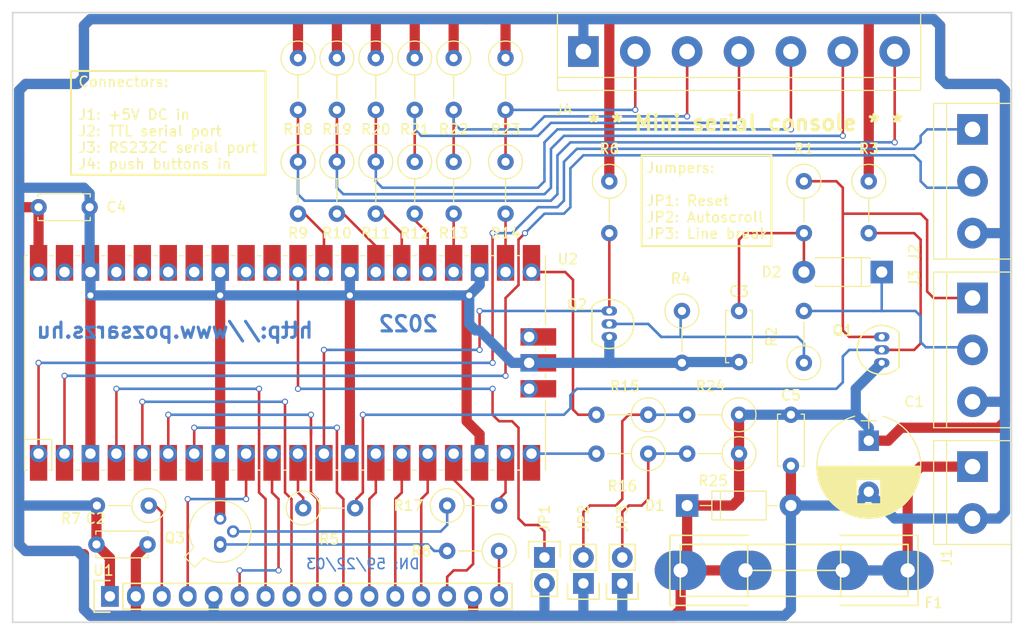
<source format=kicad_pcb>
(kicad_pcb (version 4) (host pcbnew 4.0.5+dfsg1-4+deb9u1)

  (general
    (links 147)
    (no_connects 0)
    (area 101.524999 59.614999 199.465001 119.455001)
    (thickness 1.6)
    (drawings 19)
    (tracks 500)
    (zones 0)
    (modules 49)
    (nets 54)
  )

  (page A4)
  (title_block
    (title "Mini serial console")
    (date 2022-09-30)
    (rev 1.0)
    (company "Pozsar Zsolt")
    (comment 1 "DN: 59/22/03")
  )

  (layers
    (0 F.Cu signal)
    (31 B.Cu signal)
    (32 B.Adhes user)
    (33 F.Adhes user)
    (34 B.Paste user)
    (35 F.Paste user)
    (36 B.SilkS user)
    (37 F.SilkS user)
    (38 B.Mask user)
    (39 F.Mask user)
    (40 Dwgs.User user hide)
    (41 Cmts.User user)
    (42 Eco1.User user)
    (43 Eco2.User user)
    (44 Edge.Cuts user)
    (45 Margin user)
    (46 B.CrtYd user)
    (47 F.CrtYd user)
    (48 B.Fab user)
    (49 F.Fab user hide)
  )

  (setup
    (last_trace_width 0.25)
    (trace_clearance 0.2)
    (zone_clearance 0.508)
    (zone_45_only no)
    (trace_min 0.2)
    (segment_width 0.2)
    (edge_width 0.15)
    (via_size 0.6)
    (via_drill 0.4)
    (via_min_size 0.4)
    (via_min_drill 0.3)
    (uvia_size 0.3)
    (uvia_drill 0.1)
    (uvias_allowed no)
    (uvia_min_size 0.2)
    (uvia_min_drill 0.1)
    (pcb_text_width 0.3)
    (pcb_text_size 1.5 1.5)
    (mod_edge_width 0.15)
    (mod_text_size 1 1)
    (mod_text_width 0.15)
    (pad_size 1.524 1.524)
    (pad_drill 0.762)
    (pad_to_mask_clearance 0.2)
    (aux_axis_origin 0 0)
    (visible_elements 7FFEFF7F)
    (pcbplotparams
      (layerselection 0x010e0_80000001)
      (usegerberextensions false)
      (excludeedgelayer false)
      (linewidth 0.100000)
      (plotframeref false)
      (viasonmask false)
      (mode 1)
      (useauxorigin false)
      (hpglpennumber 1)
      (hpglpenspeed 20)
      (hpglpendiameter 15)
      (hpglpenoverlay 2)
      (psnegative false)
      (psa4output false)
      (plotreference true)
      (plotvalue false)
      (plotinvisibletext false)
      (padsonsilk false)
      (subtractmaskfromsilk false)
      (outputformat 1)
      (mirror false)
      (drillshape 0)
      (scaleselection 1)
      (outputdirectory ""))
  )

  (net 0 "")
  (net 1 +5V)
  (net 2 GND)
  (net 3 /+5V-IN)
  (net 4 "Net-(Q1-Pad2)")
  (net 5 "Net-(Q2-Pad2)")
  (net 6 /RS)
  (net 7 /EN)
  (net 8 /DB0)
  (net 9 /DB1)
  (net 10 /DB2)
  (net 11 /DB3)
  (net 12 /DB4)
  (net 13 /DB5)
  (net 14 /DB6)
  (net 15 /DB7)
  (net 16 "Net-(U2-Pad31)")
  (net 17 "Net-(U2-Pad32)")
  (net 18 "Net-(U2-Pad34)")
  (net 19 "Net-(U2-Pad35)")
  (net 20 "Net-(U2-Pad36)")
  (net 21 "Net-(U2-Pad37)")
  (net 22 "Net-(U2-Pad39)")
  (net 23 "Net-(U2-Pad41)")
  (net 24 "Net-(U2-Pad43)")
  (net 25 "Net-(JP1-Pad1)")
  (net 26 "Net-(Q3-Pad2)")
  (net 27 /RXD1)
  (net 28 /BL)
  (net 29 /TXD1)
  (net 30 "Net-(C3-Pad1)")
  (net 31 /RXD1-RS232C)
  (net 32 /TXD0)
  (net 33 /RXD0)
  (net 34 /TXD1-RS232C)
  (net 35 /PB4)
  (net 36 /PB0)
  (net 37 /PB1)
  (net 38 /PB2)
  (net 39 /PB3)
  (net 40 /PB5)
  (net 41 "Net-(JP2-Pad2)")
  (net 42 "Net-(JP3-Pad2)")
  (net 43 "Net-(Q3-Pad1)")
  (net 44 "Net-(R7-Pad1)")
  (net 45 "Net-(R8-Pad1)")
  (net 46 "Net-(R9-Pad2)")
  (net 47 "Net-(R10-Pad2)")
  (net 48 "Net-(R11-Pad2)")
  (net 49 "Net-(R12-Pad2)")
  (net 50 "Net-(R13-Pad2)")
  (net 51 "Net-(R14-Pad2)")
  (net 52 "Net-(R15-Pad2)")
  (net 53 "Net-(R16-Pad2)")

  (net_class Default "This is the default net class."
    (clearance 0.2)
    (trace_width 0.25)
    (via_dia 0.6)
    (via_drill 0.4)
    (uvia_dia 0.3)
    (uvia_drill 0.1)
    (add_net /BL)
    (add_net /DB0)
    (add_net /DB1)
    (add_net /DB2)
    (add_net /DB3)
    (add_net /DB4)
    (add_net /DB5)
    (add_net /DB6)
    (add_net /DB7)
    (add_net /EN)
    (add_net /PB0)
    (add_net /PB1)
    (add_net /PB2)
    (add_net /PB3)
    (add_net /PB4)
    (add_net /PB5)
    (add_net /RS)
    (add_net /RXD0)
    (add_net /RXD1)
    (add_net /RXD1-RS232C)
    (add_net /TXD0)
    (add_net /TXD1)
    (add_net /TXD1-RS232C)
    (add_net "Net-(C3-Pad1)")
    (add_net "Net-(JP1-Pad1)")
    (add_net "Net-(JP2-Pad2)")
    (add_net "Net-(JP3-Pad2)")
    (add_net "Net-(Q1-Pad2)")
    (add_net "Net-(Q2-Pad2)")
    (add_net "Net-(Q3-Pad1)")
    (add_net "Net-(Q3-Pad2)")
    (add_net "Net-(R10-Pad2)")
    (add_net "Net-(R11-Pad2)")
    (add_net "Net-(R12-Pad2)")
    (add_net "Net-(R13-Pad2)")
    (add_net "Net-(R14-Pad2)")
    (add_net "Net-(R15-Pad2)")
    (add_net "Net-(R16-Pad2)")
    (add_net "Net-(R7-Pad1)")
    (add_net "Net-(R8-Pad1)")
    (add_net "Net-(R9-Pad2)")
    (add_net "Net-(U2-Pad31)")
    (add_net "Net-(U2-Pad32)")
    (add_net "Net-(U2-Pad34)")
    (add_net "Net-(U2-Pad35)")
    (add_net "Net-(U2-Pad36)")
    (add_net "Net-(U2-Pad37)")
    (add_net "Net-(U2-Pad39)")
    (add_net "Net-(U2-Pad41)")
    (add_net "Net-(U2-Pad43)")
  )

  (net_class Thick ""
    (clearance 0.2)
    (trace_width 1)
    (via_dia 0.8)
    (via_drill 0.6)
    (uvia_dia 0.6)
    (uvia_drill 0.3)
    (add_net +5V)
    (add_net /+5V-IN)
    (add_net GND)
  )

  (module MCU_RaspberryPi_and_Boards:RPi_Pico_SMD_TH (layer F.Cu) (tedit 6337FE2C) (tstamp 6334A08E)
    (at 128.27 93.98 90)
    (descr "Through hole straight pin header, 2x20, 2.54mm pitch, double rows")
    (tags "Through hole pin header THT 2x20 2.54mm double row")
    (path /62E3E96B)
    (fp_text reference U2 (at 10.16 27.686 180) (layer F.SilkS)
      (effects (font (size 1 1) (thickness 0.15)))
    )
    (fp_text value "Raspberry Pi Pico" (at 0 2.159 90) (layer F.Fab)
      (effects (font (size 1 1) (thickness 0.15)))
    )
    (fp_line (start 1.1 25.5) (end 1.5 25.5) (layer F.SilkS) (width 0.12))
    (fp_line (start -1.5 25.5) (end -1.1 25.5) (layer F.SilkS) (width 0.12))
    (fp_line (start 10.5 25.5) (end 3.7 25.5) (layer F.SilkS) (width 0.12))
    (fp_line (start 10.5 15.1) (end 10.5 15.5) (layer F.SilkS) (width 0.12))
    (fp_line (start 10.5 7.4) (end 10.5 7.8) (layer F.SilkS) (width 0.12))
    (fp_line (start 10.5 -18) (end 10.5 -17.6) (layer F.SilkS) (width 0.12))
    (fp_line (start 10.5 -25.5) (end 10.5 -25.2) (layer F.SilkS) (width 0.12))
    (fp_line (start 10.5 -2.7) (end 10.5 -2.3) (layer F.SilkS) (width 0.12))
    (fp_line (start 10.5 12.5) (end 10.5 12.9) (layer F.SilkS) (width 0.12))
    (fp_line (start 10.5 -7.8) (end 10.5 -7.4) (layer F.SilkS) (width 0.12))
    (fp_line (start 10.5 -12.9) (end 10.5 -12.5) (layer F.SilkS) (width 0.12))
    (fp_line (start 10.5 -0.2) (end 10.5 0.2) (layer F.SilkS) (width 0.12))
    (fp_line (start 10.5 4.9) (end 10.5 5.3) (layer F.SilkS) (width 0.12))
    (fp_line (start 10.5 20.1) (end 10.5 20.5) (layer F.SilkS) (width 0.12))
    (fp_line (start 10.5 22.7) (end 10.5 23.1) (layer F.SilkS) (width 0.12))
    (fp_line (start 10.5 17.6) (end 10.5 18) (layer F.SilkS) (width 0.12))
    (fp_line (start 10.5 -15.4) (end 10.5 -15) (layer F.SilkS) (width 0.12))
    (fp_line (start 10.5 -23.1) (end 10.5 -22.7) (layer F.SilkS) (width 0.12))
    (fp_line (start 10.5 -20.5) (end 10.5 -20.1) (layer F.SilkS) (width 0.12))
    (fp_line (start 10.5 10) (end 10.5 10.4) (layer F.SilkS) (width 0.12))
    (fp_line (start 10.5 2.3) (end 10.5 2.7) (layer F.SilkS) (width 0.12))
    (fp_line (start 10.5 -5.3) (end 10.5 -4.9) (layer F.SilkS) (width 0.12))
    (fp_line (start 10.5 -10.4) (end 10.5 -10) (layer F.SilkS) (width 0.12))
    (fp_line (start -10.5 22.7) (end -10.5 23.1) (layer F.SilkS) (width 0.12))
    (fp_line (start -10.5 20.1) (end -10.5 20.5) (layer F.SilkS) (width 0.12))
    (fp_line (start -10.5 17.6) (end -10.5 18) (layer F.SilkS) (width 0.12))
    (fp_line (start -10.5 15.1) (end -10.5 15.5) (layer F.SilkS) (width 0.12))
    (fp_line (start -10.5 12.5) (end -10.5 12.9) (layer F.SilkS) (width 0.12))
    (fp_line (start -10.5 10) (end -10.5 10.4) (layer F.SilkS) (width 0.12))
    (fp_line (start -10.5 7.4) (end -10.5 7.8) (layer F.SilkS) (width 0.12))
    (fp_line (start -10.5 4.9) (end -10.5 5.3) (layer F.SilkS) (width 0.12))
    (fp_line (start -10.5 2.3) (end -10.5 2.7) (layer F.SilkS) (width 0.12))
    (fp_line (start -10.5 -0.2) (end -10.5 0.2) (layer F.SilkS) (width 0.12))
    (fp_line (start -10.5 -2.7) (end -10.5 -2.3) (layer F.SilkS) (width 0.12))
    (fp_line (start -10.5 -5.3) (end -10.5 -4.9) (layer F.SilkS) (width 0.12))
    (fp_line (start -10.5 -7.8) (end -10.5 -7.4) (layer F.SilkS) (width 0.12))
    (fp_line (start -10.5 -10.4) (end -10.5 -10) (layer F.SilkS) (width 0.12))
    (fp_line (start -10.5 -12.9) (end -10.5 -12.5) (layer F.SilkS) (width 0.12))
    (fp_line (start -10.5 -15.4) (end -10.5 -15) (layer F.SilkS) (width 0.12))
    (fp_line (start -10.5 -18) (end -10.5 -17.6) (layer F.SilkS) (width 0.12))
    (fp_line (start -10.5 -20.5) (end -10.5 -20.1) (layer F.SilkS) (width 0.12))
    (fp_line (start -10.5 -23.1) (end -10.5 -22.7) (layer F.SilkS) (width 0.12))
    (fp_line (start -10.5 -25.5) (end -10.5 -25.2) (layer F.SilkS) (width 0.12))
    (fp_line (start -7.493 -22.833) (end -7.493 -25.5) (layer F.SilkS) (width 0.12))
    (fp_line (start -10.5 -22.833) (end -7.493 -22.833) (layer F.SilkS) (width 0.12))
    (fp_line (start -3.7 25.5) (end -10.5 25.5) (layer F.SilkS) (width 0.12))
    (fp_line (start -10.5 -25.5) (end 10.5 -25.5) (layer F.SilkS) (width 0.12))
    (fp_line (start -11 26) (end -11 -26) (layer F.CrtYd) (width 0.12))
    (fp_line (start 11 26) (end -11 26) (layer F.CrtYd) (width 0.12))
    (fp_line (start 11 -26) (end 11 26) (layer F.CrtYd) (width 0.12))
    (fp_line (start -11 -26) (end 11 -26) (layer F.CrtYd) (width 0.12))
    (fp_line (start -10.5 -24.2) (end -9.2 -25.5) (layer F.Fab) (width 0.12))
    (fp_line (start -10.5 25.5) (end -10.5 -25.5) (layer F.Fab) (width 0.12))
    (fp_line (start 10.5 25.5) (end -10.5 25.5) (layer F.Fab) (width 0.12))
    (fp_line (start 10.5 -25.5) (end 10.5 25.5) (layer F.Fab) (width 0.12))
    (fp_line (start -10.5 -25.5) (end 10.5 -25.5) (layer F.Fab) (width 0.12))
    (fp_text user %R (at 0 0 270) (layer F.Fab)
      (effects (font (size 1 1) (thickness 0.15)))
    )
    (fp_text user GP1 (at -12.9 -21.6 180) (layer F.SilkS) hide
      (effects (font (size 0.8 0.8) (thickness 0.15)))
    )
    (fp_text user GP2 (at -12.9 -16.51 180) (layer F.SilkS) hide
      (effects (font (size 0.8 0.8) (thickness 0.15)))
    )
    (fp_text user GP0 (at -12.8 -24.13 180) (layer F.SilkS) hide
      (effects (font (size 0.8 0.8) (thickness 0.15)))
    )
    (fp_text user GP3 (at -12.8 -13.97 180) (layer F.SilkS) hide
      (effects (font (size 0.8 0.8) (thickness 0.15)))
    )
    (fp_text user GP4 (at -12.8 -11.43 180) (layer F.SilkS) hide
      (effects (font (size 0.8 0.8) (thickness 0.15)))
    )
    (fp_text user GP5 (at -12.8 -8.89 180) (layer F.SilkS) hide
      (effects (font (size 0.8 0.8) (thickness 0.15)))
    )
    (fp_text user GP6 (at -12.8 -3.81 180) (layer F.SilkS) hide
      (effects (font (size 0.8 0.8) (thickness 0.15)))
    )
    (fp_text user GP7 (at -12.7 -1.3 180) (layer F.SilkS) hide
      (effects (font (size 0.8 0.8) (thickness 0.15)))
    )
    (fp_text user GP8 (at -12.8 1.27 180) (layer F.SilkS) hide
      (effects (font (size 0.8 0.8) (thickness 0.15)))
    )
    (fp_text user GP9 (at -12.8 3.81 180) (layer F.SilkS) hide
      (effects (font (size 0.8 0.8) (thickness 0.15)))
    )
    (fp_text user GP10 (at -13.054 8.89 180) (layer F.SilkS) hide
      (effects (font (size 0.8 0.8) (thickness 0.15)))
    )
    (fp_text user GP11 (at -13.2 11.43 180) (layer F.SilkS) hide
      (effects (font (size 0.8 0.8) (thickness 0.15)))
    )
    (fp_text user GP12 (at -13.2 13.97 180) (layer F.SilkS) hide
      (effects (font (size 0.8 0.8) (thickness 0.15)))
    )
    (fp_text user GP13 (at -13.054 16.51 180) (layer F.SilkS) hide
      (effects (font (size 0.8 0.8) (thickness 0.15)))
    )
    (fp_text user GP14 (at -13.1 21.59 180) (layer F.SilkS) hide
      (effects (font (size 0.8 0.8) (thickness 0.15)))
    )
    (fp_text user GP15 (at -13.054 24.13 180) (layer F.SilkS) hide
      (effects (font (size 0.8 0.8) (thickness 0.15)))
    )
    (fp_text user GP16 (at 13.054 24.13 180) (layer F.SilkS) hide
      (effects (font (size 0.8 0.8) (thickness 0.15)))
    )
    (fp_text user GP17 (at 13.054 21.59 180) (layer F.SilkS) hide
      (effects (font (size 0.8 0.8) (thickness 0.15)))
    )
    (fp_text user GP18 (at 13.054 16.51 180) (layer F.SilkS) hide
      (effects (font (size 0.8 0.8) (thickness 0.15)))
    )
    (fp_text user GP19 (at 13.054 13.97 180) (layer F.SilkS) hide
      (effects (font (size 0.8 0.8) (thickness 0.15)))
    )
    (fp_text user GP20 (at 13.054 11.43 180) (layer F.SilkS) hide
      (effects (font (size 0.8 0.8) (thickness 0.15)))
    )
    (fp_text user GP21 (at 13.054 8.9 180) (layer F.SilkS) hide
      (effects (font (size 0.8 0.8) (thickness 0.15)))
    )
    (fp_text user GP22 (at 13.054 3.81 180) (layer F.SilkS) hide
      (effects (font (size 0.8 0.8) (thickness 0.15)))
    )
    (fp_text user RUN (at 13 1.27 180) (layer F.SilkS) hide
      (effects (font (size 0.8 0.8) (thickness 0.15)))
    )
    (fp_text user GP26 (at 13.054 -1.27 180) (layer F.SilkS) hide
      (effects (font (size 0.8 0.8) (thickness 0.15)))
    )
    (fp_text user GP27 (at 13.054 -3.8 180) (layer F.SilkS) hide
      (effects (font (size 0.8 0.8) (thickness 0.15)))
    )
    (fp_text user GP28 (at 13.054 -9.144 180) (layer F.SilkS) hide
      (effects (font (size 0.8 0.8) (thickness 0.15)))
    )
    (fp_text user ADC_VREF (at 14 -12.5 180) (layer F.SilkS) hide
      (effects (font (size 0.8 0.8) (thickness 0.15)))
    )
    (fp_text user 3V3 (at 12.9 -13.9 180) (layer F.SilkS) hide
      (effects (font (size 0.8 0.8) (thickness 0.15)))
    )
    (fp_text user 3V3_EN (at 13.7 -17.2 180) (layer F.SilkS) hide
      (effects (font (size 0.8 0.8) (thickness 0.15)))
    )
    (fp_text user VSYS (at 13.2 -21.59 180) (layer F.SilkS) hide
      (effects (font (size 0.8 0.8) (thickness 0.15)))
    )
    (fp_text user VBUS (at 13.3 -24.2 180) (layer F.SilkS) hide
      (effects (font (size 0.8 0.8) (thickness 0.15)))
    )
    (fp_text user GND (at -12.8 -19.05 180) (layer F.SilkS) hide
      (effects (font (size 0.8 0.8) (thickness 0.15)))
    )
    (fp_text user GND (at -12.8 -6.35 180) (layer F.SilkS) hide
      (effects (font (size 0.8 0.8) (thickness 0.15)))
    )
    (fp_text user GND (at -12.8 6.35 180) (layer F.SilkS) hide
      (effects (font (size 0.8 0.8) (thickness 0.15)))
    )
    (fp_text user GND (at -12.8 19.05 180) (layer F.SilkS) hide
      (effects (font (size 0.8 0.8) (thickness 0.15)))
    )
    (fp_text user GND (at 12.8 19.05 180) (layer F.SilkS) hide
      (effects (font (size 0.8 0.8) (thickness 0.15)))
    )
    (fp_text user GND (at 12.8 6.35 180) (layer F.SilkS) hide
      (effects (font (size 0.8 0.8) (thickness 0.15)))
    )
    (fp_text user GND (at 12.8 -19.05 180) (layer F.SilkS) hide
      (effects (font (size 0.8 0.8) (thickness 0.15)))
    )
    (fp_text user AGND (at 13.054 -6.35 180) (layer F.SilkS) hide
      (effects (font (size 0.8 0.8) (thickness 0.15)))
    )
    (fp_text user SWCLK (at -5.7 26.2 90) (layer F.SilkS) hide
      (effects (font (size 0.8 0.8) (thickness 0.15)))
    )
    (fp_text user SWDIO (at 5.6 26.2 90) (layer F.SilkS) hide
      (effects (font (size 0.8 0.8) (thickness 0.15)))
    )
    (fp_poly (pts (xy -1.5 -16.5) (xy -3.5 -16.5) (xy -3.5 -18.5) (xy -1.5 -18.5)) (layer Dwgs.User) (width 0.1))
    (fp_poly (pts (xy -1.5 -14) (xy -3.5 -14) (xy -3.5 -16) (xy -1.5 -16)) (layer Dwgs.User) (width 0.1))
    (fp_poly (pts (xy -1.5 -11.5) (xy -3.5 -11.5) (xy -3.5 -13.5) (xy -1.5 -13.5)) (layer Dwgs.User) (width 0.1))
    (fp_poly (pts (xy 3.7 -20.2) (xy -3.7 -20.2) (xy -3.7 -24.9) (xy 3.7 -24.9)) (layer Dwgs.User) (width 0.1))
    (pad 1 thru_hole oval (at -8.89 -24.13 90) (size 1.7 1.7) (drill 1.02) (layers *.Cu *.Mask)
      (net 32 /TXD0))
    (pad 2 thru_hole oval (at -8.89 -21.59 90) (size 1.7 1.7) (drill 1.02) (layers *.Cu *.Mask)
      (net 33 /RXD0))
    (pad 3 thru_hole rect (at -8.89 -19.05 90) (size 1.7 1.7) (drill 1.02) (layers *.Cu *.Mask)
      (net 2 GND))
    (pad 4 thru_hole oval (at -8.89 -16.51 90) (size 1.7 1.7) (drill 1.02) (layers *.Cu *.Mask)
      (net 8 /DB0))
    (pad 5 thru_hole oval (at -8.89 -13.97 90) (size 1.7 1.7) (drill 1.02) (layers *.Cu *.Mask)
      (net 9 /DB1))
    (pad 6 thru_hole oval (at -8.89 -11.43 90) (size 1.7 1.7) (drill 1.02) (layers *.Cu *.Mask)
      (net 10 /DB2))
    (pad 7 thru_hole oval (at -8.89 -8.89 90) (size 1.7 1.7) (drill 1.02) (layers *.Cu *.Mask)
      (net 11 /DB3))
    (pad 8 thru_hole rect (at -8.89 -6.35 90) (size 1.7 1.7) (drill 1.02) (layers *.Cu *.Mask)
      (net 2 GND))
    (pad 9 thru_hole oval (at -8.89 -3.81 90) (size 1.7 1.7) (drill 1.02) (layers *.Cu *.Mask)
      (net 6 /RS))
    (pad 10 thru_hole oval (at -8.89 -1.27 90) (size 1.7 1.7) (drill 1.02) (layers *.Cu *.Mask)
      (net 7 /EN))
    (pad 11 thru_hole oval (at -8.89 1.27 90) (size 1.7 1.7) (drill 1.02) (layers *.Cu *.Mask)
      (net 29 /TXD1))
    (pad 12 thru_hole oval (at -8.89 3.81 90) (size 1.7 1.7) (drill 1.02) (layers *.Cu *.Mask)
      (net 27 /RXD1))
    (pad 13 thru_hole rect (at -8.89 6.35 90) (size 1.7 1.7) (drill 1.02) (layers *.Cu *.Mask)
      (net 2 GND))
    (pad 14 thru_hole oval (at -8.89 8.89 90) (size 1.7 1.7) (drill 1.02) (layers *.Cu *.Mask)
      (net 12 /DB4))
    (pad 15 thru_hole oval (at -8.89 11.43 90) (size 1.7 1.7) (drill 1.02) (layers *.Cu *.Mask)
      (net 13 /DB5))
    (pad 16 thru_hole oval (at -8.89 13.97 90) (size 1.7 1.7) (drill 1.02) (layers *.Cu *.Mask)
      (net 14 /DB6))
    (pad 17 thru_hole oval (at -8.89 16.51 90) (size 1.7 1.7) (drill 1.02) (layers *.Cu *.Mask)
      (net 15 /DB7))
    (pad 18 thru_hole rect (at -8.89 19.05 90) (size 1.7 1.7) (drill 1.02) (layers *.Cu *.Mask)
      (net 2 GND))
    (pad 19 thru_hole oval (at -8.89 21.59 90) (size 1.7 1.7) (drill 1.02) (layers *.Cu *.Mask)
      (net 28 /BL))
    (pad 20 thru_hole oval (at -8.89 24.13 90) (size 1.7 1.7) (drill 1.02) (layers *.Cu *.Mask)
      (net 53 "Net-(R16-Pad2)"))
    (pad 21 thru_hole oval (at 8.89 24.13 90) (size 1.7 1.7) (drill 1.02) (layers *.Cu *.Mask)
      (net 52 "Net-(R15-Pad2)"))
    (pad 22 thru_hole oval (at 8.89 21.59 90) (size 1.7 1.7) (drill 1.02) (layers *.Cu *.Mask)
      (net 51 "Net-(R14-Pad2)"))
    (pad 23 thru_hole rect (at 8.89 19.05 90) (size 1.7 1.7) (drill 1.02) (layers *.Cu *.Mask)
      (net 2 GND))
    (pad 24 thru_hole oval (at 8.89 16.51 90) (size 1.7 1.7) (drill 1.02) (layers *.Cu *.Mask)
      (net 50 "Net-(R13-Pad2)"))
    (pad 25 thru_hole oval (at 8.89 13.97 90) (size 1.7 1.7) (drill 1.02) (layers *.Cu *.Mask)
      (net 49 "Net-(R12-Pad2)"))
    (pad 26 thru_hole oval (at 8.89 11.43 90) (size 1.7 1.7) (drill 1.02) (layers *.Cu *.Mask)
      (net 48 "Net-(R11-Pad2)"))
    (pad 27 thru_hole oval (at 8.89 8.89 90) (size 1.7 1.7) (drill 1.02) (layers *.Cu *.Mask)
      (net 47 "Net-(R10-Pad2)"))
    (pad 28 thru_hole rect (at 8.89 6.35 90) (size 1.7 1.7) (drill 1.02) (layers *.Cu *.Mask)
      (net 2 GND))
    (pad 29 thru_hole oval (at 8.89 3.81 90) (size 1.7 1.7) (drill 1.02) (layers *.Cu *.Mask)
      (net 46 "Net-(R9-Pad2)"))
    (pad 30 thru_hole oval (at 8.89 1.27 90) (size 1.7 1.7) (drill 1.02) (layers *.Cu *.Mask)
      (net 25 "Net-(JP1-Pad1)"))
    (pad 31 thru_hole oval (at 8.89 -1.27 90) (size 1.7 1.7) (drill 1.02) (layers *.Cu *.Mask)
      (net 16 "Net-(U2-Pad31)"))
    (pad 32 thru_hole oval (at 8.89 -3.81 90) (size 1.7 1.7) (drill 1.02) (layers *.Cu *.Mask)
      (net 17 "Net-(U2-Pad32)"))
    (pad 33 thru_hole rect (at 8.89 -6.35 90) (size 1.7 1.7) (drill 1.02) (layers *.Cu *.Mask)
      (net 2 GND))
    (pad 34 thru_hole oval (at 8.89 -8.89 90) (size 1.7 1.7) (drill 1.02) (layers *.Cu *.Mask)
      (net 18 "Net-(U2-Pad34)"))
    (pad 35 thru_hole oval (at 8.89 -11.43 90) (size 1.7 1.7) (drill 1.02) (layers *.Cu *.Mask)
      (net 19 "Net-(U2-Pad35)"))
    (pad 36 thru_hole oval (at 8.89 -13.97 90) (size 1.7 1.7) (drill 1.02) (layers *.Cu *.Mask)
      (net 20 "Net-(U2-Pad36)"))
    (pad 37 thru_hole oval (at 8.89 -16.51 90) (size 1.7 1.7) (drill 1.02) (layers *.Cu *.Mask)
      (net 21 "Net-(U2-Pad37)"))
    (pad 38 thru_hole rect (at 8.89 -19.05 90) (size 1.7 1.7) (drill 1.02) (layers *.Cu *.Mask)
      (net 2 GND))
    (pad 39 thru_hole oval (at 8.89 -21.59 90) (size 1.7 1.7) (drill 1.02) (layers *.Cu *.Mask)
      (net 22 "Net-(U2-Pad39)"))
    (pad 40 thru_hole oval (at 8.89 -24.13 90) (size 1.7 1.7) (drill 1.02) (layers *.Cu *.Mask)
      (net 1 +5V))
    (pad 1 smd rect (at -8.89 -24.13 90) (size 3.5 1.7) (drill (offset -0.9 0)) (layers F.Cu F.Mask)
      (net 32 /TXD0))
    (pad 2 smd rect (at -8.89 -21.59 90) (size 3.5 1.7) (drill (offset -0.9 0)) (layers F.Cu F.Mask)
      (net 33 /RXD0))
    (pad 3 smd rect (at -8.89 -19.05 90) (size 3.5 1.7) (drill (offset -0.9 0)) (layers F.Cu F.Mask)
      (net 2 GND))
    (pad 4 smd rect (at -8.89 -16.51 90) (size 3.5 1.7) (drill (offset -0.9 0)) (layers F.Cu F.Mask)
      (net 8 /DB0))
    (pad 5 smd rect (at -8.89 -13.97 90) (size 3.5 1.7) (drill (offset -0.9 0)) (layers F.Cu F.Mask)
      (net 9 /DB1))
    (pad 6 smd rect (at -8.89 -11.43 90) (size 3.5 1.7) (drill (offset -0.9 0)) (layers F.Cu F.Mask)
      (net 10 /DB2))
    (pad 7 smd rect (at -8.89 -8.89 90) (size 3.5 1.7) (drill (offset -0.9 0)) (layers F.Cu F.Mask)
      (net 11 /DB3))
    (pad 8 smd rect (at -8.89 -6.35 90) (size 3.5 1.7) (drill (offset -0.9 0)) (layers F.Cu F.Mask)
      (net 2 GND))
    (pad 9 smd rect (at -8.89 -3.81 90) (size 3.5 1.7) (drill (offset -0.9 0)) (layers F.Cu F.Mask)
      (net 6 /RS))
    (pad 10 smd rect (at -8.89 -1.27 90) (size 3.5 1.7) (drill (offset -0.9 0)) (layers F.Cu F.Mask)
      (net 7 /EN))
    (pad 11 smd rect (at -8.89 1.27 90) (size 3.5 1.7) (drill (offset -0.9 0)) (layers F.Cu F.Mask)
      (net 29 /TXD1))
    (pad 12 smd rect (at -8.89 3.81 90) (size 3.5 1.7) (drill (offset -0.9 0)) (layers F.Cu F.Mask)
      (net 27 /RXD1))
    (pad 13 smd rect (at -8.89 6.35 90) (size 3.5 1.7) (drill (offset -0.9 0)) (layers F.Cu F.Mask)
      (net 2 GND))
    (pad 14 smd rect (at -8.89 8.89 90) (size 3.5 1.7) (drill (offset -0.9 0)) (layers F.Cu F.Mask)
      (net 12 /DB4))
    (pad 15 smd rect (at -8.89 11.43 90) (size 3.5 1.7) (drill (offset -0.9 0)) (layers F.Cu F.Mask)
      (net 13 /DB5))
    (pad 16 smd rect (at -8.89 13.97 90) (size 3.5 1.7) (drill (offset -0.9 0)) (layers F.Cu F.Mask)
      (net 14 /DB6))
    (pad 17 smd rect (at -8.89 16.51 90) (size 3.5 1.7) (drill (offset -0.9 0)) (layers F.Cu F.Mask)
      (net 15 /DB7))
    (pad 18 smd rect (at -8.89 19.05 90) (size 3.5 1.7) (drill (offset -0.9 0)) (layers F.Cu F.Mask)
      (net 2 GND))
    (pad 19 smd rect (at -8.89 21.59 90) (size 3.5 1.7) (drill (offset -0.9 0)) (layers F.Cu F.Mask)
      (net 28 /BL))
    (pad 20 smd rect (at -8.89 24.13 90) (size 3.5 1.7) (drill (offset -0.9 0)) (layers F.Cu F.Mask)
      (net 53 "Net-(R16-Pad2)"))
    (pad 40 smd rect (at 8.89 -24.13 90) (size 3.5 1.7) (drill (offset 0.9 0)) (layers F.Cu F.Mask)
      (net 1 +5V))
    (pad 39 smd rect (at 8.89 -21.59 90) (size 3.5 1.7) (drill (offset 0.9 0)) (layers F.Cu F.Mask)
      (net 22 "Net-(U2-Pad39)"))
    (pad 38 smd rect (at 8.89 -19.05 90) (size 3.5 1.7) (drill (offset 0.9 0)) (layers F.Cu F.Mask)
      (net 2 GND))
    (pad 37 smd rect (at 8.89 -16.51 90) (size 3.5 1.7) (drill (offset 0.9 0)) (layers F.Cu F.Mask)
      (net 21 "Net-(U2-Pad37)"))
    (pad 36 smd rect (at 8.89 -13.97 90) (size 3.5 1.7) (drill (offset 0.9 0)) (layers F.Cu F.Mask)
      (net 20 "Net-(U2-Pad36)"))
    (pad 35 smd rect (at 8.89 -11.43 90) (size 3.5 1.7) (drill (offset 0.9 0)) (layers F.Cu F.Mask)
      (net 19 "Net-(U2-Pad35)"))
    (pad 34 smd rect (at 8.89 -8.89 90) (size 3.5 1.7) (drill (offset 0.9 0)) (layers F.Cu F.Mask)
      (net 18 "Net-(U2-Pad34)"))
    (pad 33 smd rect (at 8.89 -6.35 90) (size 3.5 1.7) (drill (offset 0.9 0)) (layers F.Cu F.Mask)
      (net 2 GND))
    (pad 32 smd rect (at 8.89 -3.81 90) (size 3.5 1.7) (drill (offset 0.9 0)) (layers F.Cu F.Mask)
      (net 17 "Net-(U2-Pad32)"))
    (pad 31 smd rect (at 8.89 -1.27 90) (size 3.5 1.7) (drill (offset 0.9 0)) (layers F.Cu F.Mask)
      (net 16 "Net-(U2-Pad31)"))
    (pad 30 smd rect (at 8.89 1.27 90) (size 3.5 1.7) (drill (offset 0.9 0)) (layers F.Cu F.Mask)
      (net 25 "Net-(JP1-Pad1)"))
    (pad 29 smd rect (at 8.89 3.81 90) (size 3.5 1.7) (drill (offset 0.9 0)) (layers F.Cu F.Mask)
      (net 46 "Net-(R9-Pad2)"))
    (pad 28 smd rect (at 8.89 6.35 90) (size 3.5 1.7) (drill (offset 0.9 0)) (layers F.Cu F.Mask)
      (net 2 GND))
    (pad 27 smd rect (at 8.89 8.89 90) (size 3.5 1.7) (drill (offset 0.9 0)) (layers F.Cu F.Mask)
      (net 47 "Net-(R10-Pad2)"))
    (pad 26 smd rect (at 8.89 11.43 90) (size 3.5 1.7) (drill (offset 0.9 0)) (layers F.Cu F.Mask)
      (net 48 "Net-(R11-Pad2)"))
    (pad 25 smd rect (at 8.89 13.97 90) (size 3.5 1.7) (drill (offset 0.9 0)) (layers F.Cu F.Mask)
      (net 49 "Net-(R12-Pad2)"))
    (pad 24 smd rect (at 8.89 16.51 90) (size 3.5 1.7) (drill (offset 0.9 0)) (layers F.Cu F.Mask)
      (net 50 "Net-(R13-Pad2)"))
    (pad 23 smd rect (at 8.89 19.05 90) (size 3.5 1.7) (drill (offset 0.9 0)) (layers F.Cu F.Mask)
      (net 2 GND))
    (pad 22 smd rect (at 8.89 21.59 90) (size 3.5 1.7) (drill (offset 0.9 0)) (layers F.Cu F.Mask)
      (net 51 "Net-(R14-Pad2)"))
    (pad 21 smd rect (at 8.89 24.13 90) (size 3.5 1.7) (drill (offset 0.9 0)) (layers F.Cu F.Mask)
      (net 52 "Net-(R15-Pad2)"))
    (pad 41 smd rect (at -2.54 23.9 180) (size 3.5 1.7) (drill (offset -0.9 0)) (layers F.Cu F.Mask)
      (net 23 "Net-(U2-Pad41)"))
    (pad 41 thru_hole oval (at -2.54 23.9 90) (size 1.7 1.7) (drill 1.02) (layers *.Cu *.Mask)
      (net 23 "Net-(U2-Pad41)"))
    (pad 42 smd rect (at 0 23.9 180) (size 3.5 1.7) (drill (offset -0.9 0)) (layers F.Cu F.Mask)
      (net 2 GND))
    (pad 42 thru_hole rect (at 0 23.9 90) (size 1.7 1.7) (drill 1.02) (layers *.Cu *.Mask)
      (net 2 GND))
    (pad 43 smd rect (at 2.54 23.9 180) (size 3.5 1.7) (drill (offset -0.9 0)) (layers F.Cu F.Mask)
      (net 24 "Net-(U2-Pad43)"))
    (pad 43 thru_hole oval (at 2.54 23.9 90) (size 1.7 1.7) (drill 1.02) (layers *.Cu *.Mask)
      (net 24 "Net-(U2-Pad43)"))
  )

  (module Resistors_THT:R_Axial_DIN0309_L9.0mm_D3.2mm_P5.08mm_Vertical (layer F.Cu) (tedit 6337F123) (tstamp 63373E31)
    (at 149.225 112.395 180)
    (descr "Resistor, Axial_DIN0309 series, Axial, Vertical, pin pitch=5.08mm, 0.5W = 1/2W, length*diameter=9*3.2mm^2, http://cdn-reichelt.de/documents/datenblatt/B400/1_4W%23YAG.pdf")
    (tags "Resistor Axial_DIN0309 series Axial Vertical pin pitch 5.08mm 0.5W = 1/2W length 9mm diameter 3.2mm")
    (path /633624CF)
    (fp_text reference R8 (at 7.62 0 180) (layer F.SilkS)
      (effects (font (size 1 1) (thickness 0.15)))
    )
    (fp_text value 560 (at 2.54 2.66 180) (layer F.Fab)
      (effects (font (size 1 1) (thickness 0.15)))
    )
    (fp_circle (center 0 0) (end 1.6 0) (layer F.Fab) (width 0.1))
    (fp_circle (center 0 0) (end 1.66 0) (layer F.SilkS) (width 0.12))
    (fp_line (start 0 0) (end 5.08 0) (layer F.Fab) (width 0.1))
    (fp_line (start 1.66 0) (end 3.98 0) (layer F.SilkS) (width 0.12))
    (fp_line (start -1.95 -1.95) (end -1.95 1.95) (layer F.CrtYd) (width 0.05))
    (fp_line (start -1.95 1.95) (end 6.2 1.95) (layer F.CrtYd) (width 0.05))
    (fp_line (start 6.2 1.95) (end 6.2 -1.95) (layer F.CrtYd) (width 0.05))
    (fp_line (start 6.2 -1.95) (end -1.95 -1.95) (layer F.CrtYd) (width 0.05))
    (pad 1 thru_hole circle (at 0 0 180) (size 1.6 1.6) (drill 0.8) (layers *.Cu *.Mask)
      (net 45 "Net-(R8-Pad1)"))
    (pad 2 thru_hole oval (at 5.08 0 180) (size 1.6 1.6) (drill 0.8) (layers *.Cu *.Mask)
      (net 43 "Net-(Q3-Pad1)"))
    (model ${KISYS3DMOD}/Resistors_THT.3dshapes/R_Axial_DIN0309_L9.0mm_D3.2mm_P5.08mm_Vertical.wrl
      (at (xyz 0 0 0))
      (scale (xyz 0.393701 0.393701 0.393701))
      (rotate (xyz 0 0 0))
    )
  )

  (module Connectors:bornier3 (layer F.Cu) (tedit 6337ED80) (tstamp 6336B0A1)
    (at 195.58 87.63 270)
    (descr "Bornier d'alimentation 3 pins")
    (tags DEV)
    (path /6336D248)
    (fp_text reference J3 (at -1.905 5.715 270) (layer F.SilkS)
      (effects (font (size 1 1) (thickness 0.15)))
    )
    (fp_text value Screw_Terminal_1x03 (at 5.08 5.08 270) (layer F.Fab)
      (effects (font (size 1 1) (thickness 0.15)))
    )
    (fp_line (start -2.47 2.55) (end 12.63 2.55) (layer F.Fab) (width 0.1))
    (fp_line (start -2.47 -3.75) (end 12.63 -3.75) (layer F.Fab) (width 0.1))
    (fp_line (start 12.63 -3.75) (end 12.63 3.75) (layer F.Fab) (width 0.1))
    (fp_line (start 12.63 3.75) (end -2.47 3.75) (layer F.Fab) (width 0.1))
    (fp_line (start -2.47 3.75) (end -2.47 -3.75) (layer F.Fab) (width 0.1))
    (fp_line (start -2.54 3.81) (end -2.54 -3.81) (layer F.SilkS) (width 0.12))
    (fp_line (start 12.7 3.81) (end 12.7 -3.81) (layer F.SilkS) (width 0.12))
    (fp_line (start -2.54 2.54) (end 12.7 2.54) (layer F.SilkS) (width 0.12))
    (fp_line (start -2.54 -3.81) (end 12.7 -3.81) (layer F.SilkS) (width 0.12))
    (fp_line (start -2.54 3.81) (end 12.7 3.81) (layer F.SilkS) (width 0.12))
    (fp_line (start -2.72 -4) (end 12.88 -4) (layer F.CrtYd) (width 0.05))
    (fp_line (start -2.72 -4) (end -2.72 4) (layer F.CrtYd) (width 0.05))
    (fp_line (start 12.88 4) (end 12.88 -4) (layer F.CrtYd) (width 0.05))
    (fp_line (start 12.88 4) (end -2.72 4) (layer F.CrtYd) (width 0.05))
    (pad 1 thru_hole rect (at 0 0 270) (size 3 3) (drill 1.52) (layers *.Cu *.Mask)
      (net 34 /TXD1-RS232C))
    (pad 2 thru_hole circle (at 5.08 0 270) (size 3 3) (drill 1.52) (layers *.Cu *.Mask)
      (net 31 /RXD1-RS232C))
    (pad 3 thru_hole circle (at 10.16 0 270) (size 3 3) (drill 1.52) (layers *.Cu *.Mask)
      (net 2 GND))
    (model ${KISYS3DMOD}/Connectors.3dshapes/bornier3.wrl
      (at (xyz 0 0 0))
      (scale (xyz 1 1 1))
      (rotate (xyz 0 0 0))
    )
  )

  (module Mounting_Holes:MountingHole_3.5mm (layer F.Cu) (tedit 6336AC30) (tstamp 634DAD48)
    (at 104.14 62.23)
    (descr "Mounting Hole 3.5mm, no annular")
    (tags "mounting hole 3.5mm no annular")
    (fp_text reference REF** (at 0 -4.5) (layer F.SilkS) hide
      (effects (font (size 1 1) (thickness 0.15)))
    )
    (fp_text value MountingHole_3.5mm (at 0 4.5) (layer F.Fab) hide
      (effects (font (size 1 1) (thickness 0.15)))
    )
    (fp_circle (center 0 0) (end 3.5 0) (layer Cmts.User) (width 0.15))
    (fp_circle (center 0 0) (end 3.75 0) (layer F.CrtYd) (width 0.05))
    (pad 1 np_thru_hole circle (at 0 0) (size 3.5 3.5) (drill 3.5) (layers *.Cu *.Mask))
  )

  (module Mounting_Holes:MountingHole_3.5mm (layer F.Cu) (tedit 6336AC41) (tstamp 634DAD42)
    (at 104.14 116.84)
    (descr "Mounting Hole 3.5mm, no annular")
    (tags "mounting hole 3.5mm no annular")
    (fp_text reference REF** (at 0 -4.5) (layer F.SilkS) hide
      (effects (font (size 1 1) (thickness 0.15)))
    )
    (fp_text value MountingHole_3.5mm (at 0 4.5) (layer F.Fab) hide
      (effects (font (size 1 1) (thickness 0.15)))
    )
    (fp_circle (center 0 0) (end 3.5 0) (layer Cmts.User) (width 0.15))
    (fp_circle (center 0 0) (end 3.75 0) (layer F.CrtYd) (width 0.05))
    (pad 1 np_thru_hole circle (at 0 0) (size 3.5 3.5) (drill 3.5) (layers *.Cu *.Mask))
  )

  (module Mounting_Holes:MountingHole_3.5mm (layer F.Cu) (tedit 6336AC55) (tstamp 634DAD24)
    (at 196.85 116.84)
    (descr "Mounting Hole 3.5mm, no annular")
    (tags "mounting hole 3.5mm no annular")
    (fp_text reference REF** (at 0 -4.5) (layer F.SilkS) hide
      (effects (font (size 1 1) (thickness 0.15)))
    )
    (fp_text value MountingHole_3.5mm (at 0 4.5) (layer F.Fab) hide
      (effects (font (size 1 1) (thickness 0.15)))
    )
    (fp_circle (center 0 0) (end 3.5 0) (layer Cmts.User) (width 0.15))
    (fp_circle (center 0 0) (end 3.75 0) (layer F.CrtYd) (width 0.05))
    (pad 1 np_thru_hole circle (at 0 0) (size 3.5 3.5) (drill 3.5) (layers *.Cu *.Mask))
  )

  (module Mounting_Holes:MountingHole_3.5mm (layer F.Cu) (tedit 6336AC5E) (tstamp 633493CF)
    (at 196.85 62.23)
    (descr "Mounting Hole 3.5mm, no annular")
    (tags "mounting hole 3.5mm no annular")
    (fp_text reference REF** (at 0 -4.5) (layer F.SilkS) hide
      (effects (font (size 1 1) (thickness 0.15)))
    )
    (fp_text value MountingHole_3.5mm (at 0 4.5) (layer F.Fab) hide
      (effects (font (size 1 1) (thickness 0.15)))
    )
    (fp_circle (center 0 0) (end 3.5 0) (layer Cmts.User) (width 0.15))
    (fp_circle (center 0 0) (end 3.75 0) (layer F.CrtYd) (width 0.05))
    (pad 1 np_thru_hole circle (at 0 0) (size 3.5 3.5) (drill 3.5) (layers *.Cu *.Mask))
  )

  (module Socket_Strips:Socket_Strip_Straight_1x16 (layer F.Cu) (tedit 6337EF1B) (tstamp 633495A6)
    (at 111.125 116.84)
    (descr "Through hole socket strip")
    (tags "socket strip")
    (path /62E1218C)
    (fp_text reference U1 (at -0.635 -2.54) (layer F.SilkS)
      (effects (font (size 1 1) (thickness 0.15)))
    )
    (fp_text value "HD44780 compatible LCD" (at 15.875 -2.54) (layer F.Fab)
      (effects (font (size 1 1) (thickness 0.15)))
    )
    (fp_line (start -1.75 -1.75) (end -1.75 1.75) (layer F.CrtYd) (width 0.05))
    (fp_line (start 39.85 -1.75) (end 39.85 1.75) (layer F.CrtYd) (width 0.05))
    (fp_line (start -1.75 -1.75) (end 39.85 -1.75) (layer F.CrtYd) (width 0.05))
    (fp_line (start -1.75 1.75) (end 39.85 1.75) (layer F.CrtYd) (width 0.05))
    (fp_line (start 1.27 -1.27) (end 39.37 -1.27) (layer F.SilkS) (width 0.15))
    (fp_line (start 39.37 -1.27) (end 39.37 1.27) (layer F.SilkS) (width 0.15))
    (fp_line (start 39.37 1.27) (end 1.27 1.27) (layer F.SilkS) (width 0.15))
    (fp_line (start -1.55 1.55) (end 0 1.55) (layer F.SilkS) (width 0.15))
    (fp_line (start 1.27 1.27) (end 1.27 -1.27) (layer F.SilkS) (width 0.15))
    (fp_line (start 0 -1.55) (end -1.55 -1.55) (layer F.SilkS) (width 0.15))
    (fp_line (start -1.55 -1.55) (end -1.55 1.55) (layer F.SilkS) (width 0.15))
    (pad 1 thru_hole rect (at 0 0) (size 1.7272 2.032) (drill 1.016) (layers *.Cu *.Mask)
      (net 2 GND))
    (pad 2 thru_hole oval (at 2.54 0) (size 1.7272 2.032) (drill 1.016) (layers *.Cu *.Mask)
      (net 1 +5V))
    (pad 3 thru_hole oval (at 5.08 0) (size 1.7272 2.032) (drill 1.016) (layers *.Cu *.Mask)
      (net 44 "Net-(R7-Pad1)"))
    (pad 4 thru_hole oval (at 7.62 0) (size 1.7272 2.032) (drill 1.016) (layers *.Cu *.Mask)
      (net 6 /RS))
    (pad 5 thru_hole oval (at 10.16 0) (size 1.7272 2.032) (drill 1.016) (layers *.Cu *.Mask)
      (net 2 GND))
    (pad 6 thru_hole oval (at 12.7 0) (size 1.7272 2.032) (drill 1.016) (layers *.Cu *.Mask)
      (net 7 /EN))
    (pad 7 thru_hole oval (at 15.24 0) (size 1.7272 2.032) (drill 1.016) (layers *.Cu *.Mask)
      (net 8 /DB0))
    (pad 8 thru_hole oval (at 17.78 0) (size 1.7272 2.032) (drill 1.016) (layers *.Cu *.Mask)
      (net 9 /DB1))
    (pad 9 thru_hole oval (at 20.32 0) (size 1.7272 2.032) (drill 1.016) (layers *.Cu *.Mask)
      (net 10 /DB2))
    (pad 10 thru_hole oval (at 22.86 0) (size 1.7272 2.032) (drill 1.016) (layers *.Cu *.Mask)
      (net 11 /DB3))
    (pad 11 thru_hole oval (at 25.4 0) (size 1.7272 2.032) (drill 1.016) (layers *.Cu *.Mask)
      (net 12 /DB4))
    (pad 12 thru_hole oval (at 27.94 0) (size 1.7272 2.032) (drill 1.016) (layers *.Cu *.Mask)
      (net 13 /DB5))
    (pad 13 thru_hole oval (at 30.48 0) (size 1.7272 2.032) (drill 1.016) (layers *.Cu *.Mask)
      (net 14 /DB6))
    (pad 14 thru_hole oval (at 33.02 0) (size 1.7272 2.032) (drill 1.016) (layers *.Cu *.Mask)
      (net 15 /DB7))
    (pad 15 thru_hole oval (at 35.56 0) (size 1.7272 2.032) (drill 1.016) (layers *.Cu *.Mask)
      (net 1 +5V))
    (pad 16 thru_hole oval (at 38.1 0) (size 1.7272 2.032) (drill 1.016) (layers *.Cu *.Mask)
      (net 45 "Net-(R8-Pad1)"))
    (model Socket_Strips.3dshapes/Socket_Strip_Straight_1x16.wrl
      (at (xyz 0.75 0 0))
      (scale (xyz 1 1 1))
      (rotate (xyz 0 0 180))
    )
  )

  (module Capacitors_THT:CP_Radial_D10.0mm_P5.00mm (layer F.Cu) (tedit 6337ED95) (tstamp 6335EA53)
    (at 185.42 101.6 270)
    (descr "CP, Radial series, Radial, pin pitch=5.00mm, , diameter=10mm, Electrolytic Capacitor")
    (tags "CP Radial series Radial pin pitch 5.00mm  diameter 10mm Electrolytic Capacitor")
    (path /6334D43E)
    (fp_text reference C1 (at -3.81 -4.445 360) (layer F.SilkS)
      (effects (font (size 1 1) (thickness 0.15)))
    )
    (fp_text value 1000u (at 2.5 6.31 270) (layer F.Fab)
      (effects (font (size 1 1) (thickness 0.15)))
    )
    (fp_arc (start 2.5 0) (end -2.399357 -1.38) (angle 148.5) (layer F.SilkS) (width 0.12))
    (fp_arc (start 2.5 0) (end -2.399357 1.38) (angle -148.5) (layer F.SilkS) (width 0.12))
    (fp_arc (start 2.5 0) (end 7.399357 -1.38) (angle 31.5) (layer F.SilkS) (width 0.12))
    (fp_circle (center 2.5 0) (end 7.5 0) (layer F.Fab) (width 0.1))
    (fp_line (start -2.7 0) (end -1.2 0) (layer F.Fab) (width 0.1))
    (fp_line (start -1.95 -0.75) (end -1.95 0.75) (layer F.Fab) (width 0.1))
    (fp_line (start 2.5 -5.05) (end 2.5 5.05) (layer F.SilkS) (width 0.12))
    (fp_line (start 2.54 -5.05) (end 2.54 5.05) (layer F.SilkS) (width 0.12))
    (fp_line (start 2.58 -5.05) (end 2.58 5.05) (layer F.SilkS) (width 0.12))
    (fp_line (start 2.62 -5.049) (end 2.62 5.049) (layer F.SilkS) (width 0.12))
    (fp_line (start 2.66 -5.048) (end 2.66 5.048) (layer F.SilkS) (width 0.12))
    (fp_line (start 2.7 -5.047) (end 2.7 5.047) (layer F.SilkS) (width 0.12))
    (fp_line (start 2.74 -5.045) (end 2.74 5.045) (layer F.SilkS) (width 0.12))
    (fp_line (start 2.78 -5.043) (end 2.78 5.043) (layer F.SilkS) (width 0.12))
    (fp_line (start 2.82 -5.04) (end 2.82 5.04) (layer F.SilkS) (width 0.12))
    (fp_line (start 2.86 -5.038) (end 2.86 5.038) (layer F.SilkS) (width 0.12))
    (fp_line (start 2.9 -5.035) (end 2.9 5.035) (layer F.SilkS) (width 0.12))
    (fp_line (start 2.94 -5.031) (end 2.94 5.031) (layer F.SilkS) (width 0.12))
    (fp_line (start 2.98 -5.028) (end 2.98 5.028) (layer F.SilkS) (width 0.12))
    (fp_line (start 3.02 -5.024) (end 3.02 5.024) (layer F.SilkS) (width 0.12))
    (fp_line (start 3.06 -5.02) (end 3.06 5.02) (layer F.SilkS) (width 0.12))
    (fp_line (start 3.1 -5.015) (end 3.1 5.015) (layer F.SilkS) (width 0.12))
    (fp_line (start 3.14 -5.01) (end 3.14 5.01) (layer F.SilkS) (width 0.12))
    (fp_line (start 3.18 -5.005) (end 3.18 5.005) (layer F.SilkS) (width 0.12))
    (fp_line (start 3.221 -4.999) (end 3.221 4.999) (layer F.SilkS) (width 0.12))
    (fp_line (start 3.261 -4.993) (end 3.261 4.993) (layer F.SilkS) (width 0.12))
    (fp_line (start 3.301 -4.987) (end 3.301 4.987) (layer F.SilkS) (width 0.12))
    (fp_line (start 3.341 -4.981) (end 3.341 4.981) (layer F.SilkS) (width 0.12))
    (fp_line (start 3.381 -4.974) (end 3.381 4.974) (layer F.SilkS) (width 0.12))
    (fp_line (start 3.421 -4.967) (end 3.421 4.967) (layer F.SilkS) (width 0.12))
    (fp_line (start 3.461 -4.959) (end 3.461 4.959) (layer F.SilkS) (width 0.12))
    (fp_line (start 3.501 -4.951) (end 3.501 4.951) (layer F.SilkS) (width 0.12))
    (fp_line (start 3.541 -4.943) (end 3.541 4.943) (layer F.SilkS) (width 0.12))
    (fp_line (start 3.581 -4.935) (end 3.581 4.935) (layer F.SilkS) (width 0.12))
    (fp_line (start 3.621 -4.926) (end 3.621 4.926) (layer F.SilkS) (width 0.12))
    (fp_line (start 3.661 -4.917) (end 3.661 4.917) (layer F.SilkS) (width 0.12))
    (fp_line (start 3.701 -4.907) (end 3.701 4.907) (layer F.SilkS) (width 0.12))
    (fp_line (start 3.741 -4.897) (end 3.741 4.897) (layer F.SilkS) (width 0.12))
    (fp_line (start 3.781 -4.887) (end 3.781 4.887) (layer F.SilkS) (width 0.12))
    (fp_line (start 3.821 -4.876) (end 3.821 -1.181) (layer F.SilkS) (width 0.12))
    (fp_line (start 3.821 1.181) (end 3.821 4.876) (layer F.SilkS) (width 0.12))
    (fp_line (start 3.861 -4.865) (end 3.861 -1.181) (layer F.SilkS) (width 0.12))
    (fp_line (start 3.861 1.181) (end 3.861 4.865) (layer F.SilkS) (width 0.12))
    (fp_line (start 3.901 -4.854) (end 3.901 -1.181) (layer F.SilkS) (width 0.12))
    (fp_line (start 3.901 1.181) (end 3.901 4.854) (layer F.SilkS) (width 0.12))
    (fp_line (start 3.941 -4.843) (end 3.941 -1.181) (layer F.SilkS) (width 0.12))
    (fp_line (start 3.941 1.181) (end 3.941 4.843) (layer F.SilkS) (width 0.12))
    (fp_line (start 3.981 -4.831) (end 3.981 -1.181) (layer F.SilkS) (width 0.12))
    (fp_line (start 3.981 1.181) (end 3.981 4.831) (layer F.SilkS) (width 0.12))
    (fp_line (start 4.021 -4.818) (end 4.021 -1.181) (layer F.SilkS) (width 0.12))
    (fp_line (start 4.021 1.181) (end 4.021 4.818) (layer F.SilkS) (width 0.12))
    (fp_line (start 4.061 -4.806) (end 4.061 -1.181) (layer F.SilkS) (width 0.12))
    (fp_line (start 4.061 1.181) (end 4.061 4.806) (layer F.SilkS) (width 0.12))
    (fp_line (start 4.101 -4.792) (end 4.101 -1.181) (layer F.SilkS) (width 0.12))
    (fp_line (start 4.101 1.181) (end 4.101 4.792) (layer F.SilkS) (width 0.12))
    (fp_line (start 4.141 -4.779) (end 4.141 -1.181) (layer F.SilkS) (width 0.12))
    (fp_line (start 4.141 1.181) (end 4.141 4.779) (layer F.SilkS) (width 0.12))
    (fp_line (start 4.181 -4.765) (end 4.181 -1.181) (layer F.SilkS) (width 0.12))
    (fp_line (start 4.181 1.181) (end 4.181 4.765) (layer F.SilkS) (width 0.12))
    (fp_line (start 4.221 -4.751) (end 4.221 -1.181) (layer F.SilkS) (width 0.12))
    (fp_line (start 4.221 1.181) (end 4.221 4.751) (layer F.SilkS) (width 0.12))
    (fp_line (start 4.261 -4.737) (end 4.261 -1.181) (layer F.SilkS) (width 0.12))
    (fp_line (start 4.261 1.181) (end 4.261 4.737) (layer F.SilkS) (width 0.12))
    (fp_line (start 4.301 -4.722) (end 4.301 -1.181) (layer F.SilkS) (width 0.12))
    (fp_line (start 4.301 1.181) (end 4.301 4.722) (layer F.SilkS) (width 0.12))
    (fp_line (start 4.341 -4.706) (end 4.341 -1.181) (layer F.SilkS) (width 0.12))
    (fp_line (start 4.341 1.181) (end 4.341 4.706) (layer F.SilkS) (width 0.12))
    (fp_line (start 4.381 -4.691) (end 4.381 -1.181) (layer F.SilkS) (width 0.12))
    (fp_line (start 4.381 1.181) (end 4.381 4.691) (layer F.SilkS) (width 0.12))
    (fp_line (start 4.421 -4.674) (end 4.421 -1.181) (layer F.SilkS) (width 0.12))
    (fp_line (start 4.421 1.181) (end 4.421 4.674) (layer F.SilkS) (width 0.12))
    (fp_line (start 4.461 -4.658) (end 4.461 -1.181) (layer F.SilkS) (width 0.12))
    (fp_line (start 4.461 1.181) (end 4.461 4.658) (layer F.SilkS) (width 0.12))
    (fp_line (start 4.501 -4.641) (end 4.501 -1.181) (layer F.SilkS) (width 0.12))
    (fp_line (start 4.501 1.181) (end 4.501 4.641) (layer F.SilkS) (width 0.12))
    (fp_line (start 4.541 -4.624) (end 4.541 -1.181) (layer F.SilkS) (width 0.12))
    (fp_line (start 4.541 1.181) (end 4.541 4.624) (layer F.SilkS) (width 0.12))
    (fp_line (start 4.581 -4.606) (end 4.581 -1.181) (layer F.SilkS) (width 0.12))
    (fp_line (start 4.581 1.181) (end 4.581 4.606) (layer F.SilkS) (width 0.12))
    (fp_line (start 4.621 -4.588) (end 4.621 -1.181) (layer F.SilkS) (width 0.12))
    (fp_line (start 4.621 1.181) (end 4.621 4.588) (layer F.SilkS) (width 0.12))
    (fp_line (start 4.661 -4.569) (end 4.661 -1.181) (layer F.SilkS) (width 0.12))
    (fp_line (start 4.661 1.181) (end 4.661 4.569) (layer F.SilkS) (width 0.12))
    (fp_line (start 4.701 -4.55) (end 4.701 -1.181) (layer F.SilkS) (width 0.12))
    (fp_line (start 4.701 1.181) (end 4.701 4.55) (layer F.SilkS) (width 0.12))
    (fp_line (start 4.741 -4.531) (end 4.741 -1.181) (layer F.SilkS) (width 0.12))
    (fp_line (start 4.741 1.181) (end 4.741 4.531) (layer F.SilkS) (width 0.12))
    (fp_line (start 4.781 -4.511) (end 4.781 -1.181) (layer F.SilkS) (width 0.12))
    (fp_line (start 4.781 1.181) (end 4.781 4.511) (layer F.SilkS) (width 0.12))
    (fp_line (start 4.821 -4.491) (end 4.821 -1.181) (layer F.SilkS) (width 0.12))
    (fp_line (start 4.821 1.181) (end 4.821 4.491) (layer F.SilkS) (width 0.12))
    (fp_line (start 4.861 -4.47) (end 4.861 -1.181) (layer F.SilkS) (width 0.12))
    (fp_line (start 4.861 1.181) (end 4.861 4.47) (layer F.SilkS) (width 0.12))
    (fp_line (start 4.901 -4.449) (end 4.901 -1.181) (layer F.SilkS) (width 0.12))
    (fp_line (start 4.901 1.181) (end 4.901 4.449) (layer F.SilkS) (width 0.12))
    (fp_line (start 4.941 -4.428) (end 4.941 -1.181) (layer F.SilkS) (width 0.12))
    (fp_line (start 4.941 1.181) (end 4.941 4.428) (layer F.SilkS) (width 0.12))
    (fp_line (start 4.981 -4.405) (end 4.981 -1.181) (layer F.SilkS) (width 0.12))
    (fp_line (start 4.981 1.181) (end 4.981 4.405) (layer F.SilkS) (width 0.12))
    (fp_line (start 5.021 -4.383) (end 5.021 -1.181) (layer F.SilkS) (width 0.12))
    (fp_line (start 5.021 1.181) (end 5.021 4.383) (layer F.SilkS) (width 0.12))
    (fp_line (start 5.061 -4.36) (end 5.061 -1.181) (layer F.SilkS) (width 0.12))
    (fp_line (start 5.061 1.181) (end 5.061 4.36) (layer F.SilkS) (width 0.12))
    (fp_line (start 5.101 -4.336) (end 5.101 -1.181) (layer F.SilkS) (width 0.12))
    (fp_line (start 5.101 1.181) (end 5.101 4.336) (layer F.SilkS) (width 0.12))
    (fp_line (start 5.141 -4.312) (end 5.141 -1.181) (layer F.SilkS) (width 0.12))
    (fp_line (start 5.141 1.181) (end 5.141 4.312) (layer F.SilkS) (width 0.12))
    (fp_line (start 5.181 -4.288) (end 5.181 -1.181) (layer F.SilkS) (width 0.12))
    (fp_line (start 5.181 1.181) (end 5.181 4.288) (layer F.SilkS) (width 0.12))
    (fp_line (start 5.221 -4.263) (end 5.221 -1.181) (layer F.SilkS) (width 0.12))
    (fp_line (start 5.221 1.181) (end 5.221 4.263) (layer F.SilkS) (width 0.12))
    (fp_line (start 5.261 -4.237) (end 5.261 -1.181) (layer F.SilkS) (width 0.12))
    (fp_line (start 5.261 1.181) (end 5.261 4.237) (layer F.SilkS) (width 0.12))
    (fp_line (start 5.301 -4.211) (end 5.301 -1.181) (layer F.SilkS) (width 0.12))
    (fp_line (start 5.301 1.181) (end 5.301 4.211) (layer F.SilkS) (width 0.12))
    (fp_line (start 5.341 -4.185) (end 5.341 -1.181) (layer F.SilkS) (width 0.12))
    (fp_line (start 5.341 1.181) (end 5.341 4.185) (layer F.SilkS) (width 0.12))
    (fp_line (start 5.381 -4.157) (end 5.381 -1.181) (layer F.SilkS) (width 0.12))
    (fp_line (start 5.381 1.181) (end 5.381 4.157) (layer F.SilkS) (width 0.12))
    (fp_line (start 5.421 -4.13) (end 5.421 -1.181) (layer F.SilkS) (width 0.12))
    (fp_line (start 5.421 1.181) (end 5.421 4.13) (layer F.SilkS) (width 0.12))
    (fp_line (start 5.461 -4.101) (end 5.461 -1.181) (layer F.SilkS) (width 0.12))
    (fp_line (start 5.461 1.181) (end 5.461 4.101) (layer F.SilkS) (width 0.12))
    (fp_line (start 5.501 -4.072) (end 5.501 -1.181) (layer F.SilkS) (width 0.12))
    (fp_line (start 5.501 1.181) (end 5.501 4.072) (layer F.SilkS) (width 0.12))
    (fp_line (start 5.541 -4.043) (end 5.541 -1.181) (layer F.SilkS) (width 0.12))
    (fp_line (start 5.541 1.181) (end 5.541 4.043) (layer F.SilkS) (width 0.12))
    (fp_line (start 5.581 -4.013) (end 5.581 -1.181) (layer F.SilkS) (width 0.12))
    (fp_line (start 5.581 1.181) (end 5.581 4.013) (layer F.SilkS) (width 0.12))
    (fp_line (start 5.621 -3.982) (end 5.621 -1.181) (layer F.SilkS) (width 0.12))
    (fp_line (start 5.621 1.181) (end 5.621 3.982) (layer F.SilkS) (width 0.12))
    (fp_line (start 5.661 -3.951) (end 5.661 -1.181) (layer F.SilkS) (width 0.12))
    (fp_line (start 5.661 1.181) (end 5.661 3.951) (layer F.SilkS) (width 0.12))
    (fp_line (start 5.701 -3.919) (end 5.701 -1.181) (layer F.SilkS) (width 0.12))
    (fp_line (start 5.701 1.181) (end 5.701 3.919) (layer F.SilkS) (width 0.12))
    (fp_line (start 5.741 -3.886) (end 5.741 -1.181) (layer F.SilkS) (width 0.12))
    (fp_line (start 5.741 1.181) (end 5.741 3.886) (layer F.SilkS) (width 0.12))
    (fp_line (start 5.781 -3.853) (end 5.781 -1.181) (layer F.SilkS) (width 0.12))
    (fp_line (start 5.781 1.181) (end 5.781 3.853) (layer F.SilkS) (width 0.12))
    (fp_line (start 5.821 -3.819) (end 5.821 -1.181) (layer F.SilkS) (width 0.12))
    (fp_line (start 5.821 1.181) (end 5.821 3.819) (layer F.SilkS) (width 0.12))
    (fp_line (start 5.861 -3.784) (end 5.861 -1.181) (layer F.SilkS) (width 0.12))
    (fp_line (start 5.861 1.181) (end 5.861 3.784) (layer F.SilkS) (width 0.12))
    (fp_line (start 5.901 -3.748) (end 5.901 -1.181) (layer F.SilkS) (width 0.12))
    (fp_line (start 5.901 1.181) (end 5.901 3.748) (layer F.SilkS) (width 0.12))
    (fp_line (start 5.941 -3.712) (end 5.941 -1.181) (layer F.SilkS) (width 0.12))
    (fp_line (start 5.941 1.181) (end 5.941 3.712) (layer F.SilkS) (width 0.12))
    (fp_line (start 5.981 -3.675) (end 5.981 -1.181) (layer F.SilkS) (width 0.12))
    (fp_line (start 5.981 1.181) (end 5.981 3.675) (layer F.SilkS) (width 0.12))
    (fp_line (start 6.021 -3.637) (end 6.021 -1.181) (layer F.SilkS) (width 0.12))
    (fp_line (start 6.021 1.181) (end 6.021 3.637) (layer F.SilkS) (width 0.12))
    (fp_line (start 6.061 -3.598) (end 6.061 -1.181) (layer F.SilkS) (width 0.12))
    (fp_line (start 6.061 1.181) (end 6.061 3.598) (layer F.SilkS) (width 0.12))
    (fp_line (start 6.101 -3.559) (end 6.101 -1.181) (layer F.SilkS) (width 0.12))
    (fp_line (start 6.101 1.181) (end 6.101 3.559) (layer F.SilkS) (width 0.12))
    (fp_line (start 6.141 -3.518) (end 6.141 -1.181) (layer F.SilkS) (width 0.12))
    (fp_line (start 6.141 1.181) (end 6.141 3.518) (layer F.SilkS) (width 0.12))
    (fp_line (start 6.181 -3.477) (end 6.181 3.477) (layer F.SilkS) (width 0.12))
    (fp_line (start 6.221 -3.435) (end 6.221 3.435) (layer F.SilkS) (width 0.12))
    (fp_line (start 6.261 -3.391) (end 6.261 3.391) (layer F.SilkS) (width 0.12))
    (fp_line (start 6.301 -3.347) (end 6.301 3.347) (layer F.SilkS) (width 0.12))
    (fp_line (start 6.341 -3.302) (end 6.341 3.302) (layer F.SilkS) (width 0.12))
    (fp_line (start 6.381 -3.255) (end 6.381 3.255) (layer F.SilkS) (width 0.12))
    (fp_line (start 6.421 -3.207) (end 6.421 3.207) (layer F.SilkS) (width 0.12))
    (fp_line (start 6.461 -3.158) (end 6.461 3.158) (layer F.SilkS) (width 0.12))
    (fp_line (start 6.501 -3.108) (end 6.501 3.108) (layer F.SilkS) (width 0.12))
    (fp_line (start 6.541 -3.057) (end 6.541 3.057) (layer F.SilkS) (width 0.12))
    (fp_line (start 6.581 -3.004) (end 6.581 3.004) (layer F.SilkS) (width 0.12))
    (fp_line (start 6.621 -2.949) (end 6.621 2.949) (layer F.SilkS) (width 0.12))
    (fp_line (start 6.661 -2.894) (end 6.661 2.894) (layer F.SilkS) (width 0.12))
    (fp_line (start 6.701 -2.836) (end 6.701 2.836) (layer F.SilkS) (width 0.12))
    (fp_line (start 6.741 -2.777) (end 6.741 2.777) (layer F.SilkS) (width 0.12))
    (fp_line (start 6.781 -2.715) (end 6.781 2.715) (layer F.SilkS) (width 0.12))
    (fp_line (start 6.821 -2.652) (end 6.821 2.652) (layer F.SilkS) (width 0.12))
    (fp_line (start 6.861 -2.587) (end 6.861 2.587) (layer F.SilkS) (width 0.12))
    (fp_line (start 6.901 -2.519) (end 6.901 2.519) (layer F.SilkS) (width 0.12))
    (fp_line (start 6.941 -2.449) (end 6.941 2.449) (layer F.SilkS) (width 0.12))
    (fp_line (start 6.981 -2.377) (end 6.981 2.377) (layer F.SilkS) (width 0.12))
    (fp_line (start 7.021 -2.301) (end 7.021 2.301) (layer F.SilkS) (width 0.12))
    (fp_line (start 7.061 -2.222) (end 7.061 2.222) (layer F.SilkS) (width 0.12))
    (fp_line (start 7.101 -2.14) (end 7.101 2.14) (layer F.SilkS) (width 0.12))
    (fp_line (start 7.141 -2.053) (end 7.141 2.053) (layer F.SilkS) (width 0.12))
    (fp_line (start 7.181 -1.962) (end 7.181 1.962) (layer F.SilkS) (width 0.12))
    (fp_line (start 7.221 -1.866) (end 7.221 1.866) (layer F.SilkS) (width 0.12))
    (fp_line (start 7.261 -1.763) (end 7.261 1.763) (layer F.SilkS) (width 0.12))
    (fp_line (start 7.301 -1.654) (end 7.301 1.654) (layer F.SilkS) (width 0.12))
    (fp_line (start 7.341 -1.536) (end 7.341 1.536) (layer F.SilkS) (width 0.12))
    (fp_line (start 7.381 -1.407) (end 7.381 1.407) (layer F.SilkS) (width 0.12))
    (fp_line (start 7.421 -1.265) (end 7.421 1.265) (layer F.SilkS) (width 0.12))
    (fp_line (start 7.461 -1.104) (end 7.461 1.104) (layer F.SilkS) (width 0.12))
    (fp_line (start 7.501 -0.913) (end 7.501 0.913) (layer F.SilkS) (width 0.12))
    (fp_line (start 7.541 -0.672) (end 7.541 0.672) (layer F.SilkS) (width 0.12))
    (fp_line (start 7.581 -0.279) (end 7.581 0.279) (layer F.SilkS) (width 0.12))
    (fp_line (start -2.7 0) (end -1.2 0) (layer F.SilkS) (width 0.12))
    (fp_line (start -1.95 -0.75) (end -1.95 0.75) (layer F.SilkS) (width 0.12))
    (fp_line (start -2.85 -5.35) (end -2.85 5.35) (layer F.CrtYd) (width 0.05))
    (fp_line (start -2.85 5.35) (end 7.85 5.35) (layer F.CrtYd) (width 0.05))
    (fp_line (start 7.85 5.35) (end 7.85 -5.35) (layer F.CrtYd) (width 0.05))
    (fp_line (start 7.85 -5.35) (end -2.85 -5.35) (layer F.CrtYd) (width 0.05))
    (fp_text user %R (at 2.5 0 270) (layer F.Fab)
      (effects (font (size 1 1) (thickness 0.15)))
    )
    (pad 1 thru_hole rect (at 0 0 270) (size 2 2) (drill 1) (layers *.Cu *.Mask)
      (net 1 +5V))
    (pad 2 thru_hole circle (at 5 0 270) (size 2 2) (drill 1) (layers *.Cu *.Mask)
      (net 2 GND))
    (model ${KISYS3DMOD}/Capacitors_THT.3dshapes/CP_Radial_D10.0mm_P5.00mm.wrl
      (at (xyz 0 0 0))
      (scale (xyz 1 1 1))
      (rotate (xyz 0 0 0))
    )
  )

  (module Capacitors_THT:C_Disc_D5.0mm_W2.5mm_P5.00mm (layer F.Cu) (tedit 6337F101) (tstamp 6335EA68)
    (at 114.808 111.76 180)
    (descr "C, Disc series, Radial, pin pitch=5.00mm, , diameter*width=5*2.5mm^2, Capacitor, http://cdn-reichelt.de/documents/datenblatt/B300/DS_KERKO_TC.pdf")
    (tags "C Disc series Radial pin pitch 5.00mm  diameter 5mm width 2.5mm Capacitor")
    (path /6334D4A4)
    (fp_text reference C2 (at 5.08 2.54 180) (layer F.SilkS)
      (effects (font (size 1 1) (thickness 0.15)))
    )
    (fp_text value 100n (at 2.5 2.56 180) (layer F.Fab)
      (effects (font (size 1 1) (thickness 0.15)))
    )
    (fp_line (start 0 -1.25) (end 0 1.25) (layer F.Fab) (width 0.1))
    (fp_line (start 0 1.25) (end 5 1.25) (layer F.Fab) (width 0.1))
    (fp_line (start 5 1.25) (end 5 -1.25) (layer F.Fab) (width 0.1))
    (fp_line (start 5 -1.25) (end 0 -1.25) (layer F.Fab) (width 0.1))
    (fp_line (start -0.06 -1.31) (end 5.06 -1.31) (layer F.SilkS) (width 0.12))
    (fp_line (start -0.06 1.31) (end 5.06 1.31) (layer F.SilkS) (width 0.12))
    (fp_line (start -0.06 -1.31) (end -0.06 -0.996) (layer F.SilkS) (width 0.12))
    (fp_line (start -0.06 0.996) (end -0.06 1.31) (layer F.SilkS) (width 0.12))
    (fp_line (start 5.06 -1.31) (end 5.06 -0.996) (layer F.SilkS) (width 0.12))
    (fp_line (start 5.06 0.996) (end 5.06 1.31) (layer F.SilkS) (width 0.12))
    (fp_line (start -1.05 -1.6) (end -1.05 1.6) (layer F.CrtYd) (width 0.05))
    (fp_line (start -1.05 1.6) (end 6.05 1.6) (layer F.CrtYd) (width 0.05))
    (fp_line (start 6.05 1.6) (end 6.05 -1.6) (layer F.CrtYd) (width 0.05))
    (fp_line (start 6.05 -1.6) (end -1.05 -1.6) (layer F.CrtYd) (width 0.05))
    (fp_text user %R (at 2.5 0 180) (layer F.Fab)
      (effects (font (size 1 1) (thickness 0.15)))
    )
    (pad 1 thru_hole circle (at 0 0 180) (size 1.6 1.6) (drill 0.8) (layers *.Cu *.Mask)
      (net 1 +5V))
    (pad 2 thru_hole circle (at 5 0 180) (size 1.6 1.6) (drill 0.8) (layers *.Cu *.Mask)
      (net 2 GND))
    (model ${KISYS3DMOD}/Capacitors_THT.3dshapes/C_Disc_D5.0mm_W2.5mm_P5.00mm.wrl
      (at (xyz 0 0 0))
      (scale (xyz 1 1 1))
      (rotate (xyz 0 0 0))
    )
  )

  (module Capacitors_THT:C_Disc_D5.0mm_W2.5mm_P5.00mm (layer F.Cu) (tedit 6337FDFD) (tstamp 6335EA7D)
    (at 172.72 88.9 270)
    (descr "C, Disc series, Radial, pin pitch=5.00mm, , diameter*width=5*2.5mm^2, Capacitor, http://cdn-reichelt.de/documents/datenblatt/B300/DS_KERKO_TC.pdf")
    (tags "C Disc series Radial pin pitch 5.00mm  diameter 5mm width 2.5mm Capacitor")
    (path /62DFDB11)
    (fp_text reference C3 (at -1.905 0 360) (layer F.SilkS)
      (effects (font (size 1 1) (thickness 0.15)))
    )
    (fp_text value 100n (at 2.5 2.56 270) (layer F.Fab)
      (effects (font (size 1 1) (thickness 0.15)))
    )
    (fp_line (start 0 -1.25) (end 0 1.25) (layer F.Fab) (width 0.1))
    (fp_line (start 0 1.25) (end 5 1.25) (layer F.Fab) (width 0.1))
    (fp_line (start 5 1.25) (end 5 -1.25) (layer F.Fab) (width 0.1))
    (fp_line (start 5 -1.25) (end 0 -1.25) (layer F.Fab) (width 0.1))
    (fp_line (start -0.06 -1.31) (end 5.06 -1.31) (layer F.SilkS) (width 0.12))
    (fp_line (start -0.06 1.31) (end 5.06 1.31) (layer F.SilkS) (width 0.12))
    (fp_line (start -0.06 -1.31) (end -0.06 -0.996) (layer F.SilkS) (width 0.12))
    (fp_line (start -0.06 0.996) (end -0.06 1.31) (layer F.SilkS) (width 0.12))
    (fp_line (start 5.06 -1.31) (end 5.06 -0.996) (layer F.SilkS) (width 0.12))
    (fp_line (start 5.06 0.996) (end 5.06 1.31) (layer F.SilkS) (width 0.12))
    (fp_line (start -1.05 -1.6) (end -1.05 1.6) (layer F.CrtYd) (width 0.05))
    (fp_line (start -1.05 1.6) (end 6.05 1.6) (layer F.CrtYd) (width 0.05))
    (fp_line (start 6.05 1.6) (end 6.05 -1.6) (layer F.CrtYd) (width 0.05))
    (fp_line (start 6.05 -1.6) (end -1.05 -1.6) (layer F.CrtYd) (width 0.05))
    (fp_text user %R (at 2.5 0 270) (layer F.Fab)
      (effects (font (size 1 1) (thickness 0.15)))
    )
    (pad 1 thru_hole circle (at 0 0 270) (size 1.6 1.6) (drill 0.8) (layers *.Cu *.Mask)
      (net 30 "Net-(C3-Pad1)"))
    (pad 2 thru_hole circle (at 5 0 270) (size 1.6 1.6) (drill 0.8) (layers *.Cu *.Mask)
      (net 2 GND))
    (model ${KISYS3DMOD}/Capacitors_THT.3dshapes/C_Disc_D5.0mm_W2.5mm_P5.00mm.wrl
      (at (xyz 0 0 0))
      (scale (xyz 1 1 1))
      (rotate (xyz 0 0 0))
    )
  )

  (module Capacitors_THT:C_Disc_D5.0mm_W2.5mm_P5.00mm (layer F.Cu) (tedit 633800FE) (tstamp 6335EA92)
    (at 104.14 78.74)
    (descr "C, Disc series, Radial, pin pitch=5.00mm, , diameter*width=5*2.5mm^2, Capacitor, http://cdn-reichelt.de/documents/datenblatt/B300/DS_KERKO_TC.pdf")
    (tags "C Disc series Radial pin pitch 5.00mm  diameter 5mm width 2.5mm Capacitor")
    (path /6334D503)
    (fp_text reference C4 (at 7.62 0) (layer F.SilkS)
      (effects (font (size 1 1) (thickness 0.15)))
    )
    (fp_text value 100n (at 2.5 2.56) (layer F.Fab)
      (effects (font (size 1 1) (thickness 0.15)))
    )
    (fp_line (start 0 -1.25) (end 0 1.25) (layer F.Fab) (width 0.1))
    (fp_line (start 0 1.25) (end 5 1.25) (layer F.Fab) (width 0.1))
    (fp_line (start 5 1.25) (end 5 -1.25) (layer F.Fab) (width 0.1))
    (fp_line (start 5 -1.25) (end 0 -1.25) (layer F.Fab) (width 0.1))
    (fp_line (start -0.06 -1.31) (end 5.06 -1.31) (layer F.SilkS) (width 0.12))
    (fp_line (start -0.06 1.31) (end 5.06 1.31) (layer F.SilkS) (width 0.12))
    (fp_line (start -0.06 -1.31) (end -0.06 -0.996) (layer F.SilkS) (width 0.12))
    (fp_line (start -0.06 0.996) (end -0.06 1.31) (layer F.SilkS) (width 0.12))
    (fp_line (start 5.06 -1.31) (end 5.06 -0.996) (layer F.SilkS) (width 0.12))
    (fp_line (start 5.06 0.996) (end 5.06 1.31) (layer F.SilkS) (width 0.12))
    (fp_line (start -1.05 -1.6) (end -1.05 1.6) (layer F.CrtYd) (width 0.05))
    (fp_line (start -1.05 1.6) (end 6.05 1.6) (layer F.CrtYd) (width 0.05))
    (fp_line (start 6.05 1.6) (end 6.05 -1.6) (layer F.CrtYd) (width 0.05))
    (fp_line (start 6.05 -1.6) (end -1.05 -1.6) (layer F.CrtYd) (width 0.05))
    (fp_text user %R (at 2.5 0) (layer F.Fab)
      (effects (font (size 1 1) (thickness 0.15)))
    )
    (pad 1 thru_hole circle (at 0 0) (size 1.6 1.6) (drill 0.8) (layers *.Cu *.Mask)
      (net 1 +5V))
    (pad 2 thru_hole circle (at 5 0) (size 1.6 1.6) (drill 0.8) (layers *.Cu *.Mask)
      (net 2 GND))
    (model ${KISYS3DMOD}/Capacitors_THT.3dshapes/C_Disc_D5.0mm_W2.5mm_P5.00mm.wrl
      (at (xyz 0 0 0))
      (scale (xyz 1 1 1))
      (rotate (xyz 0 0 0))
    )
  )

  (module Capacitors_THT:C_Disc_D5.0mm_W2.5mm_P5.00mm (layer F.Cu) (tedit 6337EDBA) (tstamp 6335EAA7)
    (at 177.8 99.06 270)
    (descr "C, Disc series, Radial, pin pitch=5.00mm, , diameter*width=5*2.5mm^2, Capacitor, http://cdn-reichelt.de/documents/datenblatt/B300/DS_KERKO_TC.pdf")
    (tags "C Disc series Radial pin pitch 5.00mm  diameter 5mm width 2.5mm Capacitor")
    (path /6334D558)
    (fp_text reference C5 (at -1.905 0 360) (layer F.SilkS)
      (effects (font (size 1 1) (thickness 0.15)))
    )
    (fp_text value 100n (at 2.5 2.56 270) (layer F.Fab)
      (effects (font (size 1 1) (thickness 0.15)))
    )
    (fp_line (start 0 -1.25) (end 0 1.25) (layer F.Fab) (width 0.1))
    (fp_line (start 0 1.25) (end 5 1.25) (layer F.Fab) (width 0.1))
    (fp_line (start 5 1.25) (end 5 -1.25) (layer F.Fab) (width 0.1))
    (fp_line (start 5 -1.25) (end 0 -1.25) (layer F.Fab) (width 0.1))
    (fp_line (start -0.06 -1.31) (end 5.06 -1.31) (layer F.SilkS) (width 0.12))
    (fp_line (start -0.06 1.31) (end 5.06 1.31) (layer F.SilkS) (width 0.12))
    (fp_line (start -0.06 -1.31) (end -0.06 -0.996) (layer F.SilkS) (width 0.12))
    (fp_line (start -0.06 0.996) (end -0.06 1.31) (layer F.SilkS) (width 0.12))
    (fp_line (start 5.06 -1.31) (end 5.06 -0.996) (layer F.SilkS) (width 0.12))
    (fp_line (start 5.06 0.996) (end 5.06 1.31) (layer F.SilkS) (width 0.12))
    (fp_line (start -1.05 -1.6) (end -1.05 1.6) (layer F.CrtYd) (width 0.05))
    (fp_line (start -1.05 1.6) (end 6.05 1.6) (layer F.CrtYd) (width 0.05))
    (fp_line (start 6.05 1.6) (end 6.05 -1.6) (layer F.CrtYd) (width 0.05))
    (fp_line (start 6.05 -1.6) (end -1.05 -1.6) (layer F.CrtYd) (width 0.05))
    (fp_text user %R (at 2.5 0 450) (layer F.Fab)
      (effects (font (size 1 1) (thickness 0.15)))
    )
    (pad 1 thru_hole circle (at 0 0 270) (size 1.6 1.6) (drill 0.8) (layers *.Cu *.Mask)
      (net 1 +5V))
    (pad 2 thru_hole circle (at 5 0 270) (size 1.6 1.6) (drill 0.8) (layers *.Cu *.Mask)
      (net 2 GND))
    (model ${KISYS3DMOD}/Capacitors_THT.3dshapes/C_Disc_D5.0mm_W2.5mm_P5.00mm.wrl
      (at (xyz 0 0 0))
      (scale (xyz 1 1 1))
      (rotate (xyz 0 0 0))
    )
  )

  (module Diodes_THT:D_DO-41_SOD81_P10.16mm_Horizontal (layer F.Cu) (tedit 6337EDD1) (tstamp 6335EAC0)
    (at 167.64 107.95)
    (descr "D, DO-41_SOD81 series, Axial, Horizontal, pin pitch=10.16mm, , length*diameter=5.2*2.7mm^2, , http://www.diodes.com/_files/packages/DO-41%20(Plastic).pdf")
    (tags "D DO-41_SOD81 series Axial Horizontal pin pitch 10.16mm  length 5.2mm diameter 2.7mm")
    (path /6334D299)
    (fp_text reference D1 (at -3.175 0) (layer F.SilkS)
      (effects (font (size 1 1) (thickness 0.15)))
    )
    (fp_text value 1N4001 (at 5.08 2.41) (layer F.Fab)
      (effects (font (size 1 1) (thickness 0.15)))
    )
    (fp_text user %R (at 5.08 0) (layer F.Fab)
      (effects (font (size 1 1) (thickness 0.15)))
    )
    (fp_line (start 2.48 -1.35) (end 2.48 1.35) (layer F.Fab) (width 0.1))
    (fp_line (start 2.48 1.35) (end 7.68 1.35) (layer F.Fab) (width 0.1))
    (fp_line (start 7.68 1.35) (end 7.68 -1.35) (layer F.Fab) (width 0.1))
    (fp_line (start 7.68 -1.35) (end 2.48 -1.35) (layer F.Fab) (width 0.1))
    (fp_line (start 0 0) (end 2.48 0) (layer F.Fab) (width 0.1))
    (fp_line (start 10.16 0) (end 7.68 0) (layer F.Fab) (width 0.1))
    (fp_line (start 3.26 -1.35) (end 3.26 1.35) (layer F.Fab) (width 0.1))
    (fp_line (start 2.42 -1.41) (end 2.42 1.41) (layer F.SilkS) (width 0.12))
    (fp_line (start 2.42 1.41) (end 7.74 1.41) (layer F.SilkS) (width 0.12))
    (fp_line (start 7.74 1.41) (end 7.74 -1.41) (layer F.SilkS) (width 0.12))
    (fp_line (start 7.74 -1.41) (end 2.42 -1.41) (layer F.SilkS) (width 0.12))
    (fp_line (start 1.28 0) (end 2.42 0) (layer F.SilkS) (width 0.12))
    (fp_line (start 8.88 0) (end 7.74 0) (layer F.SilkS) (width 0.12))
    (fp_line (start 3.26 -1.41) (end 3.26 1.41) (layer F.SilkS) (width 0.12))
    (fp_line (start -1.35 -1.7) (end -1.35 1.7) (layer F.CrtYd) (width 0.05))
    (fp_line (start -1.35 1.7) (end 11.55 1.7) (layer F.CrtYd) (width 0.05))
    (fp_line (start 11.55 1.7) (end 11.55 -1.7) (layer F.CrtYd) (width 0.05))
    (fp_line (start 11.55 -1.7) (end -1.35 -1.7) (layer F.CrtYd) (width 0.05))
    (pad 1 thru_hole rect (at 0 0) (size 2.2 2.2) (drill 1.1) (layers *.Cu *.Mask)
      (net 1 +5V))
    (pad 2 thru_hole oval (at 10.16 0) (size 2.2 2.2) (drill 1.1) (layers *.Cu *.Mask)
      (net 2 GND))
    (model ${KISYS3DMOD}/Diodes_THT.3dshapes/D_DO-41_SOD81_P10.16mm_Horizontal.wrl
      (at (xyz 0 0 0))
      (scale (xyz 0.393701 0.393701 0.393701))
      (rotate (xyz 0 0 0))
    )
  )

  (module Diodes_THT:D_DO-41_SOD81_P7.62mm_Horizontal (layer F.Cu) (tedit 6337FDF6) (tstamp 6335EAD9)
    (at 186.69 85.09 180)
    (descr "D, DO-41_SOD81 series, Axial, Horizontal, pin pitch=7.62mm, , length*diameter=5.2*2.7mm^2, , http://www.diodes.com/_files/packages/DO-41%20(Plastic).pdf")
    (tags "D DO-41_SOD81 series Axial Horizontal pin pitch 7.62mm  length 5.2mm diameter 2.7mm")
    (path /62DFD80C)
    (fp_text reference D2 (at 10.795 0 180) (layer F.SilkS)
      (effects (font (size 1 1) (thickness 0.15)))
    )
    (fp_text value 1N4148 (at 3.81 2.41 180) (layer F.Fab)
      (effects (font (size 1 1) (thickness 0.15)))
    )
    (fp_text user %R (at 3.81 0 180) (layer F.Fab)
      (effects (font (size 1 1) (thickness 0.15)))
    )
    (fp_line (start 1.21 -1.35) (end 1.21 1.35) (layer F.Fab) (width 0.1))
    (fp_line (start 1.21 1.35) (end 6.41 1.35) (layer F.Fab) (width 0.1))
    (fp_line (start 6.41 1.35) (end 6.41 -1.35) (layer F.Fab) (width 0.1))
    (fp_line (start 6.41 -1.35) (end 1.21 -1.35) (layer F.Fab) (width 0.1))
    (fp_line (start 0 0) (end 1.21 0) (layer F.Fab) (width 0.1))
    (fp_line (start 7.62 0) (end 6.41 0) (layer F.Fab) (width 0.1))
    (fp_line (start 1.99 -1.35) (end 1.99 1.35) (layer F.Fab) (width 0.1))
    (fp_line (start 1.15 -1.28) (end 1.15 -1.41) (layer F.SilkS) (width 0.12))
    (fp_line (start 1.15 -1.41) (end 6.47 -1.41) (layer F.SilkS) (width 0.12))
    (fp_line (start 6.47 -1.41) (end 6.47 -1.28) (layer F.SilkS) (width 0.12))
    (fp_line (start 1.15 1.28) (end 1.15 1.41) (layer F.SilkS) (width 0.12))
    (fp_line (start 1.15 1.41) (end 6.47 1.41) (layer F.SilkS) (width 0.12))
    (fp_line (start 6.47 1.41) (end 6.47 1.28) (layer F.SilkS) (width 0.12))
    (fp_line (start 1.99 -1.41) (end 1.99 1.41) (layer F.SilkS) (width 0.12))
    (fp_line (start -1.35 -1.7) (end -1.35 1.7) (layer F.CrtYd) (width 0.05))
    (fp_line (start -1.35 1.7) (end 9 1.7) (layer F.CrtYd) (width 0.05))
    (fp_line (start 9 1.7) (end 9 -1.7) (layer F.CrtYd) (width 0.05))
    (fp_line (start 9 -1.7) (end -1.35 -1.7) (layer F.CrtYd) (width 0.05))
    (pad 1 thru_hole rect (at 0 0 180) (size 2.2 2.2) (drill 1.1) (layers *.Cu *.Mask)
      (net 31 /RXD1-RS232C))
    (pad 2 thru_hole oval (at 7.62 0 180) (size 2.2 2.2) (drill 1.1) (layers *.Cu *.Mask)
      (net 30 "Net-(C3-Pad1)"))
    (model ${KISYS3DMOD}/Diodes_THT.3dshapes/D_DO-41_SOD81_P7.62mm_Horizontal.wrl
      (at (xyz 0 0 0))
      (scale (xyz 0.393701 0.393701 0.393701))
      (rotate (xyz 0 0 0))
    )
  )

  (module Fuse_holders:Fuseholder5x20_simple_metal (layer F.Cu) (tedit 6337EDDA) (tstamp 6335EAF0)
    (at 177.8 114.3)
    (descr "Fuseholder, 5x20, open, horizontal, Type-III, universal, inline, lateral,")
    (tags "Fuseholder, 5x20, open, horizontal, Type-III, universal, inline, lateral, Sicherungshalter, offen,")
    (path /6334D3D7)
    (fp_text reference F1 (at 13.97 3.175) (layer F.SilkS)
      (effects (font (size 1 1) (thickness 0.15)))
    )
    (fp_text value "1A F" (at 0.635 5.715) (layer F.Fab)
      (effects (font (size 1 1) (thickness 0.15)))
    )
    (fp_line (start 12.446 -3.429) (end 12.446 3.429) (layer F.SilkS) (width 0.15))
    (fp_line (start 12.446 3.429) (end 4.826 3.429) (layer F.SilkS) (width 0.15))
    (fp_line (start 12.446 -3.429) (end 4.826 -3.429) (layer F.SilkS) (width 0.15))
    (fp_line (start -4.191 0) (end 4.826 0) (layer F.SilkS) (width 0.15))
    (fp_line (start -11.811 3.429) (end -4.191 3.429) (layer F.SilkS) (width 0.15))
    (fp_line (start -11.811 -3.429) (end -4.191 -3.429) (layer F.SilkS) (width 0.15))
    (fp_line (start 11.43 2.54) (end -10.795 2.54) (layer F.SilkS) (width 0.15))
    (fp_line (start -10.795 -2.54) (end 11.43 -2.54) (layer F.SilkS) (width 0.15))
    (fp_line (start -11.85164 -3.429) (end -11.85164 3.429) (layer F.SilkS) (width 0.15))
    (fp_line (start -4.23164 0) (end -4.23164 -2.54) (layer F.SilkS) (width 0.15))
    (fp_line (start -10.83564 -2.54) (end -10.83564 2.54) (layer F.SilkS) (width 0.15))
    (fp_line (start -4.23164 2.54) (end -4.23164 0) (layer F.SilkS) (width 0.15))
    (fp_line (start 4.86664 0) (end 4.86664 -2.54) (layer F.SilkS) (width 0.15))
    (fp_line (start 11.4681 -2.54) (end 11.4681 2.54) (layer F.SilkS) (width 0.15))
    (fp_line (start 4.86664 2.54) (end 4.86664 0) (layer F.SilkS) (width 0.15))
    (pad 2 thru_hole oval (at 11.43 0) (size 5.08 3.84) (drill 1.4) (layers *.Cu *.Mask)
      (net 3 /+5V-IN))
    (pad 2 thru_hole oval (at 5.08 0) (size 5.08 3.84) (drill 1.4) (layers *.Cu *.Mask)
      (net 3 /+5V-IN))
    (pad 1 thru_hole oval (at -4.445 0) (size 5.08 3.84) (drill 1.4) (layers *.Cu *.Mask)
      (net 1 +5V))
    (pad 1 thru_hole oval (at -10.795 0) (size 5.08 3.84) (drill 1.4) (layers *.Cu *.Mask)
      (net 1 +5V))
  )

  (module Connectors:bornier2 (layer F.Cu) (tedit 6337ED8E) (tstamp 6335EB04)
    (at 195.58 104.14 270)
    (descr "Bornier d'alimentation 2 pins")
    (tags DEV)
    (path /6334B326)
    (fp_text reference J1 (at 8.89 2.54 270) (layer F.SilkS)
      (effects (font (size 1 1) (thickness 0.15)))
    )
    (fp_text value Screw_Terminal_1x02 (at 2.54 5.08 270) (layer F.Fab)
      (effects (font (size 1 1) (thickness 0.15)))
    )
    (fp_line (start -2.41 2.55) (end 7.49 2.55) (layer F.Fab) (width 0.1))
    (fp_line (start -2.46 -3.75) (end -2.46 3.75) (layer F.Fab) (width 0.1))
    (fp_line (start -2.46 3.75) (end 7.54 3.75) (layer F.Fab) (width 0.1))
    (fp_line (start 7.54 3.75) (end 7.54 -3.75) (layer F.Fab) (width 0.1))
    (fp_line (start 7.54 -3.75) (end -2.46 -3.75) (layer F.Fab) (width 0.1))
    (fp_line (start 7.62 2.54) (end -2.54 2.54) (layer F.SilkS) (width 0.12))
    (fp_line (start 7.62 3.81) (end 7.62 -3.81) (layer F.SilkS) (width 0.12))
    (fp_line (start 7.62 -3.81) (end -2.54 -3.81) (layer F.SilkS) (width 0.12))
    (fp_line (start -2.54 -3.81) (end -2.54 3.81) (layer F.SilkS) (width 0.12))
    (fp_line (start -2.54 3.81) (end 7.62 3.81) (layer F.SilkS) (width 0.12))
    (fp_line (start -2.71 -4) (end 7.79 -4) (layer F.CrtYd) (width 0.05))
    (fp_line (start -2.71 -4) (end -2.71 4) (layer F.CrtYd) (width 0.05))
    (fp_line (start 7.79 4) (end 7.79 -4) (layer F.CrtYd) (width 0.05))
    (fp_line (start 7.79 4) (end -2.71 4) (layer F.CrtYd) (width 0.05))
    (pad 1 thru_hole rect (at 0 0 270) (size 3 3) (drill 1.52) (layers *.Cu *.Mask)
      (net 3 /+5V-IN))
    (pad 2 thru_hole circle (at 5.08 0 270) (size 3 3) (drill 1.52) (layers *.Cu *.Mask)
      (net 2 GND))
    (model ${KISYS3DMOD}/Connectors.3dshapes/bornier2.wrl
      (at (xyz 0 0 0))
      (scale (xyz 1 1 1))
      (rotate (xyz 0 0 0))
    )
  )

  (module Connectors:bornier3 (layer F.Cu) (tedit 63380148) (tstamp 6335EB19)
    (at 195.58 71.12 270)
    (descr "Bornier d'alimentation 3 pins")
    (tags DEV)
    (path /6334CCEA)
    (fp_text reference J2 (at 12.065 5.715 270) (layer F.SilkS)
      (effects (font (size 1 1) (thickness 0.15)))
    )
    (fp_text value Screw_Terminal_1x03 (at 5.08 5.08 270) (layer F.Fab)
      (effects (font (size 1 1) (thickness 0.15)))
    )
    (fp_line (start -2.47 2.55) (end 12.63 2.55) (layer F.Fab) (width 0.1))
    (fp_line (start -2.47 -3.75) (end 12.63 -3.75) (layer F.Fab) (width 0.1))
    (fp_line (start 12.63 -3.75) (end 12.63 3.75) (layer F.Fab) (width 0.1))
    (fp_line (start 12.63 3.75) (end -2.47 3.75) (layer F.Fab) (width 0.1))
    (fp_line (start -2.47 3.75) (end -2.47 -3.75) (layer F.Fab) (width 0.1))
    (fp_line (start -2.54 3.81) (end -2.54 -3.81) (layer F.SilkS) (width 0.12))
    (fp_line (start 12.7 3.81) (end 12.7 -3.81) (layer F.SilkS) (width 0.12))
    (fp_line (start -2.54 2.54) (end 12.7 2.54) (layer F.SilkS) (width 0.12))
    (fp_line (start -2.54 -3.81) (end 12.7 -3.81) (layer F.SilkS) (width 0.12))
    (fp_line (start -2.54 3.81) (end 12.7 3.81) (layer F.SilkS) (width 0.12))
    (fp_line (start -2.72 -4) (end 12.88 -4) (layer F.CrtYd) (width 0.05))
    (fp_line (start -2.72 -4) (end -2.72 4) (layer F.CrtYd) (width 0.05))
    (fp_line (start 12.88 4) (end 12.88 -4) (layer F.CrtYd) (width 0.05))
    (fp_line (start 12.88 4) (end -2.72 4) (layer F.CrtYd) (width 0.05))
    (pad 1 thru_hole rect (at 0 0 270) (size 3 3) (drill 1.52) (layers *.Cu *.Mask)
      (net 32 /TXD0))
    (pad 2 thru_hole circle (at 5.08 0 270) (size 3 3) (drill 1.52) (layers *.Cu *.Mask)
      (net 33 /RXD0))
    (pad 3 thru_hole circle (at 10.16 0 270) (size 3 3) (drill 1.52) (layers *.Cu *.Mask)
      (net 2 GND))
    (model ${KISYS3DMOD}/Connectors.3dshapes/bornier3.wrl
      (at (xyz 0 0 0))
      (scale (xyz 1 1 1))
      (rotate (xyz 0 0 0))
    )
  )

  (module Socket_Strips:Socket_Strip_Straight_1x02 (layer F.Cu) (tedit 6336AB52) (tstamp 6335ECD6)
    (at 153.67 113.03 270)
    (descr "Through hole socket strip")
    (tags "socket strip")
    (path /63359C97)
    (fp_text reference JP1 (at -3.81 0 270) (layer F.SilkS)
      (effects (font (size 1 1) (thickness 0.15)))
    )
    (fp_text value Jumper_NO_Small (at 0 -3.1 270) (layer F.Fab)
      (effects (font (size 1 1) (thickness 0.15)))
    )
    (fp_line (start -1.55 1.55) (end 0 1.55) (layer F.SilkS) (width 0.15))
    (fp_line (start 3.81 1.27) (end 1.27 1.27) (layer F.SilkS) (width 0.15))
    (fp_line (start -1.75 -1.75) (end -1.75 1.75) (layer F.CrtYd) (width 0.05))
    (fp_line (start 4.3 -1.75) (end 4.3 1.75) (layer F.CrtYd) (width 0.05))
    (fp_line (start -1.75 -1.75) (end 4.3 -1.75) (layer F.CrtYd) (width 0.05))
    (fp_line (start -1.75 1.75) (end 4.3 1.75) (layer F.CrtYd) (width 0.05))
    (fp_line (start 1.27 1.27) (end 1.27 -1.27) (layer F.SilkS) (width 0.15))
    (fp_line (start 0 -1.55) (end -1.55 -1.55) (layer F.SilkS) (width 0.15))
    (fp_line (start -1.55 -1.55) (end -1.55 1.55) (layer F.SilkS) (width 0.15))
    (fp_line (start 1.27 -1.27) (end 3.81 -1.27) (layer F.SilkS) (width 0.15))
    (fp_line (start 3.81 -1.27) (end 3.81 1.27) (layer F.SilkS) (width 0.15))
    (pad 1 thru_hole rect (at 0 0 270) (size 2.032 2.032) (drill 1.016) (layers *.Cu *.Mask)
      (net 25 "Net-(JP1-Pad1)"))
    (pad 2 thru_hole oval (at 2.54 0 270) (size 2.032 2.032) (drill 1.016) (layers *.Cu *.Mask)
      (net 2 GND))
    (model Socket_Strips.3dshapes/Socket_Strip_Straight_1x02.wrl
      (at (xyz 0.05 0 0))
      (scale (xyz 1 1 1))
      (rotate (xyz 0 0 180))
    )
  )

  (module Socket_Strips:Socket_Strip_Straight_1x02 (layer F.Cu) (tedit 6337EDE5) (tstamp 6335ECE7)
    (at 157.48 115.57 90)
    (descr "Through hole socket strip")
    (tags "socket strip")
    (path /6336AF62)
    (fp_text reference JP2 (at 6.35 0 90) (layer F.SilkS)
      (effects (font (size 1 1) (thickness 0.15)))
    )
    (fp_text value Jumper_NO_Small (at 0 -3.1 90) (layer F.Fab)
      (effects (font (size 1 1) (thickness 0.15)))
    )
    (fp_line (start -1.55 1.55) (end 0 1.55) (layer F.SilkS) (width 0.15))
    (fp_line (start 3.81 1.27) (end 1.27 1.27) (layer F.SilkS) (width 0.15))
    (fp_line (start -1.75 -1.75) (end -1.75 1.75) (layer F.CrtYd) (width 0.05))
    (fp_line (start 4.3 -1.75) (end 4.3 1.75) (layer F.CrtYd) (width 0.05))
    (fp_line (start -1.75 -1.75) (end 4.3 -1.75) (layer F.CrtYd) (width 0.05))
    (fp_line (start -1.75 1.75) (end 4.3 1.75) (layer F.CrtYd) (width 0.05))
    (fp_line (start 1.27 1.27) (end 1.27 -1.27) (layer F.SilkS) (width 0.15))
    (fp_line (start 0 -1.55) (end -1.55 -1.55) (layer F.SilkS) (width 0.15))
    (fp_line (start -1.55 -1.55) (end -1.55 1.55) (layer F.SilkS) (width 0.15))
    (fp_line (start 1.27 -1.27) (end 3.81 -1.27) (layer F.SilkS) (width 0.15))
    (fp_line (start 3.81 -1.27) (end 3.81 1.27) (layer F.SilkS) (width 0.15))
    (pad 1 thru_hole rect (at 0 0 90) (size 2.032 2.032) (drill 1.016) (layers *.Cu *.Mask)
      (net 2 GND))
    (pad 2 thru_hole oval (at 2.54 0 90) (size 2.032 2.032) (drill 1.016) (layers *.Cu *.Mask)
      (net 41 "Net-(JP2-Pad2)"))
    (model Socket_Strips.3dshapes/Socket_Strip_Straight_1x02.wrl
      (at (xyz 0.05 0 0))
      (scale (xyz 1 1 1))
      (rotate (xyz 0 0 180))
    )
  )

  (module Socket_Strips:Socket_Strip_Straight_1x02 (layer F.Cu) (tedit 6337EDDE) (tstamp 6335ECF8)
    (at 161.29 115.57 90)
    (descr "Through hole socket strip")
    (tags "socket strip")
    (path /633591A1)
    (fp_text reference JP3 (at 6.35 0 90) (layer F.SilkS)
      (effects (font (size 1 1) (thickness 0.15)))
    )
    (fp_text value Jumper_NO_Small (at 0 -3.1 90) (layer F.Fab)
      (effects (font (size 1 1) (thickness 0.15)))
    )
    (fp_line (start -1.55 1.55) (end 0 1.55) (layer F.SilkS) (width 0.15))
    (fp_line (start 3.81 1.27) (end 1.27 1.27) (layer F.SilkS) (width 0.15))
    (fp_line (start -1.75 -1.75) (end -1.75 1.75) (layer F.CrtYd) (width 0.05))
    (fp_line (start 4.3 -1.75) (end 4.3 1.75) (layer F.CrtYd) (width 0.05))
    (fp_line (start -1.75 -1.75) (end 4.3 -1.75) (layer F.CrtYd) (width 0.05))
    (fp_line (start -1.75 1.75) (end 4.3 1.75) (layer F.CrtYd) (width 0.05))
    (fp_line (start 1.27 1.27) (end 1.27 -1.27) (layer F.SilkS) (width 0.15))
    (fp_line (start 0 -1.55) (end -1.55 -1.55) (layer F.SilkS) (width 0.15))
    (fp_line (start -1.55 -1.55) (end -1.55 1.55) (layer F.SilkS) (width 0.15))
    (fp_line (start 1.27 -1.27) (end 3.81 -1.27) (layer F.SilkS) (width 0.15))
    (fp_line (start 3.81 -1.27) (end 3.81 1.27) (layer F.SilkS) (width 0.15))
    (pad 1 thru_hole rect (at 0 0 90) (size 2.032 2.032) (drill 1.016) (layers *.Cu *.Mask)
      (net 2 GND))
    (pad 2 thru_hole oval (at 2.54 0 90) (size 2.032 2.032) (drill 1.016) (layers *.Cu *.Mask)
      (net 42 "Net-(JP3-Pad2)"))
    (model Socket_Strips.3dshapes/Socket_Strip_Straight_1x02.wrl
      (at (xyz 0.05 0 0))
      (scale (xyz 1 1 1))
      (rotate (xyz 0 0 180))
    )
  )

  (module Bornier:bornier7 (layer F.Cu) (tedit 63380143) (tstamp 633743F9)
    (at 157.48 63.5)
    (descr "Bornier d'alimentation 7 pins")
    (tags DEV)
    (path /633730D8)
    (fp_text reference J4 (at -1.905 5.715) (layer F.SilkS)
      (effects (font (size 1 1) (thickness 0.15)))
    )
    (fp_text value Screw_Terminal_1x07 (at 15.24 5.08) (layer F.Fab)
      (effects (font (size 1 1) (thickness 0.15)))
    )
    (fp_line (start -2.5 2.55) (end 33 2.55) (layer F.Fab) (width 0.1))
    (fp_line (start -2.5 -3.75) (end -2.5 3.75) (layer F.Fab) (width 0.1))
    (fp_line (start -2.5 3.75) (end 33 3.75) (layer F.Fab) (width 0.1))
    (fp_line (start 32.98 3.75) (end 32.98 -3.75) (layer F.Fab) (width 0.1))
    (fp_line (start 33 -3.75) (end -2.5 -3.75) (layer F.Fab) (width 0.1))
    (fp_line (start -2.54 -3.81) (end -2.54 3.81) (layer F.SilkS) (width 0.12))
    (fp_line (start 33.02 3.81) (end 33.02 -3.81) (layer F.SilkS) (width 0.12))
    (fp_line (start -2.54 2.54) (end 33 2.54) (layer F.SilkS) (width 0.12))
    (fp_line (start -2.54 -3.81) (end 33 -3.81) (layer F.SilkS) (width 0.12))
    (fp_line (start -2.54 3.81) (end 33 3.81) (layer F.SilkS) (width 0.12))
    (fp_line (start -2.75 -4) (end 33.2 -4) (layer F.CrtYd) (width 0.05))
    (fp_line (start -2.75 -4) (end -2.75 4) (layer F.CrtYd) (width 0.05))
    (fp_line (start 33.2 4) (end 33.2 -4) (layer F.CrtYd) (width 0.05))
    (fp_line (start 33.2 4) (end -2.75 4) (layer F.CrtYd) (width 0.05))
    (pad 6 thru_hole circle (at 25.4 0) (size 3 3) (drill 1.52) (layers *.Cu *.Mask)
      (net 35 /PB4))
    (pad 2 thru_hole circle (at 5.08 0) (size 3 3) (drill 1.52) (layers *.Cu *.Mask)
      (net 36 /PB0))
    (pad 3 thru_hole circle (at 10.16 0) (size 3 3) (drill 1.52) (layers *.Cu *.Mask)
      (net 37 /PB1))
    (pad 1 thru_hole rect (at 0 0) (size 3 3) (drill 1.52) (layers *.Cu *.Mask)
      (net 2 GND))
    (pad 4 thru_hole circle (at 15.24 0) (size 3 3) (drill 1.52) (layers *.Cu *.Mask)
      (net 38 /PB2))
    (pad 5 thru_hole circle (at 20.32 0) (size 3 3) (drill 1.52) (layers *.Cu *.Mask)
      (net 39 /PB3))
    (pad 7 thru_hole circle (at 30.48 0) (size 3 3) (drill 1.52) (layers *.Cu *.Mask)
      (net 40 /PB5))
    (model ${KISYS3DMOD}/Connectors.3dshapes/bornier6.wrl
      (at (xyz 0 0 0))
      (scale (xyz 1 1 1))
      (rotate (xyz 0 0 0))
    )
  )

  (module Resistors_THT:R_Axial_DIN0309_L9.0mm_D3.2mm_P5.08mm_Vertical (layer F.Cu) (tedit 6337FDEE) (tstamp 63373DCF)
    (at 179.07 76.2 270)
    (descr "Resistor, Axial_DIN0309 series, Axial, Vertical, pin pitch=5.08mm, 0.5W = 1/2W, length*diameter=9*3.2mm^2, http://cdn-reichelt.de/documents/datenblatt/B400/1_4W%23YAG.pdf")
    (tags "Resistor Axial_DIN0309 series Axial Vertical pin pitch 5.08mm 0.5W = 1/2W length 9mm diameter 3.2mm")
    (path /62DFF05A)
    (fp_text reference R1 (at -3.175 0 360) (layer F.SilkS)
      (effects (font (size 1 1) (thickness 0.15)))
    )
    (fp_text value 4.7k (at 2.54 2.66 270) (layer F.Fab)
      (effects (font (size 1 1) (thickness 0.15)))
    )
    (fp_circle (center 0 0) (end 1.6 0) (layer F.Fab) (width 0.1))
    (fp_circle (center 0 0) (end 1.66 0) (layer F.SilkS) (width 0.12))
    (fp_line (start 0 0) (end 5.08 0) (layer F.Fab) (width 0.1))
    (fp_line (start 1.66 0) (end 3.98 0) (layer F.SilkS) (width 0.12))
    (fp_line (start -1.95 -1.95) (end -1.95 1.95) (layer F.CrtYd) (width 0.05))
    (fp_line (start -1.95 1.95) (end 6.2 1.95) (layer F.CrtYd) (width 0.05))
    (fp_line (start 6.2 1.95) (end 6.2 -1.95) (layer F.CrtYd) (width 0.05))
    (fp_line (start 6.2 -1.95) (end -1.95 -1.95) (layer F.CrtYd) (width 0.05))
    (pad 1 thru_hole circle (at 0 0 270) (size 1.6 1.6) (drill 0.8) (layers *.Cu *.Mask)
      (net 34 /TXD1-RS232C))
    (pad 2 thru_hole oval (at 5.08 0 270) (size 1.6 1.6) (drill 0.8) (layers *.Cu *.Mask)
      (net 30 "Net-(C3-Pad1)"))
    (model ${KISYS3DMOD}/Resistors_THT.3dshapes/R_Axial_DIN0309_L9.0mm_D3.2mm_P5.08mm_Vertical.wrl
      (at (xyz 0 0 0))
      (scale (xyz 0.393701 0.393701 0.393701))
      (rotate (xyz 0 0 0))
    )
  )

  (module Resistors_THT:R_Axial_DIN0309_L9.0mm_D3.2mm_P5.08mm_Vertical (layer F.Cu) (tedit 6337FE05) (tstamp 63373DDD)
    (at 179.07 93.98 90)
    (descr "Resistor, Axial_DIN0309 series, Axial, Vertical, pin pitch=5.08mm, 0.5W = 1/2W, length*diameter=9*3.2mm^2, http://cdn-reichelt.de/documents/datenblatt/B400/1_4W%23YAG.pdf")
    (tags "Resistor Axial_DIN0309 series Axial Vertical pin pitch 5.08mm 0.5W = 1/2W length 9mm diameter 3.2mm")
    (path /62DFDA67)
    (fp_text reference R2 (at 2.54 -3.175 270) (layer F.SilkS)
      (effects (font (size 1 1) (thickness 0.15)))
    )
    (fp_text value 4.7k (at 2.54 2.66 90) (layer F.Fab)
      (effects (font (size 1 1) (thickness 0.15)))
    )
    (fp_circle (center 0 0) (end 1.6 0) (layer F.Fab) (width 0.1))
    (fp_circle (center 0 0) (end 1.66 0) (layer F.SilkS) (width 0.12))
    (fp_line (start 0 0) (end 5.08 0) (layer F.Fab) (width 0.1))
    (fp_line (start 1.66 0) (end 3.98 0) (layer F.SilkS) (width 0.12))
    (fp_line (start -1.95 -1.95) (end -1.95 1.95) (layer F.CrtYd) (width 0.05))
    (fp_line (start -1.95 1.95) (end 6.2 1.95) (layer F.CrtYd) (width 0.05))
    (fp_line (start 6.2 1.95) (end 6.2 -1.95) (layer F.CrtYd) (width 0.05))
    (fp_line (start 6.2 -1.95) (end -1.95 -1.95) (layer F.CrtYd) (width 0.05))
    (pad 1 thru_hole circle (at 0 0 90) (size 1.6 1.6) (drill 0.8) (layers *.Cu *.Mask)
      (net 5 "Net-(Q2-Pad2)"))
    (pad 2 thru_hole oval (at 5.08 0 90) (size 1.6 1.6) (drill 0.8) (layers *.Cu *.Mask)
      (net 31 /RXD1-RS232C))
    (model ${KISYS3DMOD}/Resistors_THT.3dshapes/R_Axial_DIN0309_L9.0mm_D3.2mm_P5.08mm_Vertical.wrl
      (at (xyz 0 0 0))
      (scale (xyz 0.393701 0.393701 0.393701))
      (rotate (xyz 0 0 0))
    )
  )

  (module Resistors_THT:R_Axial_DIN0309_L9.0mm_D3.2mm_P5.08mm_Vertical (layer F.Cu) (tedit 6337FDF0) (tstamp 63373DEB)
    (at 185.42 76.2 270)
    (descr "Resistor, Axial_DIN0309 series, Axial, Vertical, pin pitch=5.08mm, 0.5W = 1/2W, length*diameter=9*3.2mm^2, http://cdn-reichelt.de/documents/datenblatt/B400/1_4W%23YAG.pdf")
    (tags "Resistor Axial_DIN0309 series Axial Vertical pin pitch 5.08mm 0.5W = 1/2W length 9mm diameter 3.2mm")
    (path /62DFEEFC)
    (fp_text reference R3 (at -3.175 0 360) (layer F.SilkS)
      (effects (font (size 1 1) (thickness 0.15)))
    )
    (fp_text value 10k (at 2.54 2.66 270) (layer F.Fab)
      (effects (font (size 1 1) (thickness 0.15)))
    )
    (fp_circle (center 0 0) (end 1.6 0) (layer F.Fab) (width 0.1))
    (fp_circle (center 0 0) (end 1.66 0) (layer F.SilkS) (width 0.12))
    (fp_line (start 0 0) (end 5.08 0) (layer F.Fab) (width 0.1))
    (fp_line (start 1.66 0) (end 3.98 0) (layer F.SilkS) (width 0.12))
    (fp_line (start -1.95 -1.95) (end -1.95 1.95) (layer F.CrtYd) (width 0.05))
    (fp_line (start -1.95 1.95) (end 6.2 1.95) (layer F.CrtYd) (width 0.05))
    (fp_line (start 6.2 1.95) (end 6.2 -1.95) (layer F.CrtYd) (width 0.05))
    (fp_line (start 6.2 -1.95) (end -1.95 -1.95) (layer F.CrtYd) (width 0.05))
    (pad 1 thru_hole circle (at 0 0 270) (size 1.6 1.6) (drill 0.8) (layers *.Cu *.Mask)
      (net 1 +5V))
    (pad 2 thru_hole oval (at 5.08 0 270) (size 1.6 1.6) (drill 0.8) (layers *.Cu *.Mask)
      (net 4 "Net-(Q1-Pad2)"))
    (model ${KISYS3DMOD}/Resistors_THT.3dshapes/R_Axial_DIN0309_L9.0mm_D3.2mm_P5.08mm_Vertical.wrl
      (at (xyz 0 0 0))
      (scale (xyz 0.393701 0.393701 0.393701))
      (rotate (xyz 0 0 0))
    )
  )

  (module Resistors_THT:R_Axial_DIN0309_L9.0mm_D3.2mm_P5.08mm_Vertical (layer F.Cu) (tedit 6337FE0A) (tstamp 63373DF9)
    (at 167.132 88.9 270)
    (descr "Resistor, Axial_DIN0309 series, Axial, Vertical, pin pitch=5.08mm, 0.5W = 1/2W, length*diameter=9*3.2mm^2, http://cdn-reichelt.de/documents/datenblatt/B400/1_4W%23YAG.pdf")
    (tags "Resistor Axial_DIN0309 series Axial Vertical pin pitch 5.08mm 0.5W = 1/2W length 9mm diameter 3.2mm")
    (path /62DFDA61)
    (fp_text reference R4 (at -3.175 0.127 360) (layer F.SilkS)
      (effects (font (size 1 1) (thickness 0.15)))
    )
    (fp_text value 4.7k (at 2.54 2.66 270) (layer F.Fab)
      (effects (font (size 1 1) (thickness 0.15)))
    )
    (fp_circle (center 0 0) (end 1.6 0) (layer F.Fab) (width 0.1))
    (fp_circle (center 0 0) (end 1.66 0) (layer F.SilkS) (width 0.12))
    (fp_line (start 0 0) (end 5.08 0) (layer F.Fab) (width 0.1))
    (fp_line (start 1.66 0) (end 3.98 0) (layer F.SilkS) (width 0.12))
    (fp_line (start -1.95 -1.95) (end -1.95 1.95) (layer F.CrtYd) (width 0.05))
    (fp_line (start -1.95 1.95) (end 6.2 1.95) (layer F.CrtYd) (width 0.05))
    (fp_line (start 6.2 1.95) (end 6.2 -1.95) (layer F.CrtYd) (width 0.05))
    (fp_line (start 6.2 -1.95) (end -1.95 -1.95) (layer F.CrtYd) (width 0.05))
    (pad 1 thru_hole circle (at 0 0 270) (size 1.6 1.6) (drill 0.8) (layers *.Cu *.Mask)
      (net 5 "Net-(Q2-Pad2)"))
    (pad 2 thru_hole oval (at 5.08 0 270) (size 1.6 1.6) (drill 0.8) (layers *.Cu *.Mask)
      (net 2 GND))
    (model ${KISYS3DMOD}/Resistors_THT.3dshapes/R_Axial_DIN0309_L9.0mm_D3.2mm_P5.08mm_Vertical.wrl
      (at (xyz 0 0 0))
      (scale (xyz 0.393701 0.393701 0.393701))
      (rotate (xyz 0 0 0))
    )
  )

  (module Resistors_THT:R_Axial_DIN0309_L9.0mm_D3.2mm_P5.08mm_Vertical (layer F.Cu) (tedit 6337F6B4) (tstamp 63373E07)
    (at 130.048 108.204)
    (descr "Resistor, Axial_DIN0309 series, Axial, Vertical, pin pitch=5.08mm, 0.5W = 1/2W, length*diameter=9*3.2mm^2, http://cdn-reichelt.de/documents/datenblatt/B400/1_4W%23YAG.pdf")
    (tags "Resistor Axial_DIN0309 series Axial Vertical pin pitch 5.08mm 0.5W = 1/2W length 9mm diameter 3.2mm")
    (path /62DFD950)
    (fp_text reference R5 (at 2.54 3.048) (layer F.SilkS)
      (effects (font (size 1 1) (thickness 0.15)))
    )
    (fp_text value 10k (at 2.54 2.66) (layer F.Fab)
      (effects (font (size 1 1) (thickness 0.15)))
    )
    (fp_circle (center 0 0) (end 1.6 0) (layer F.Fab) (width 0.1))
    (fp_circle (center 0 0) (end 1.66 0) (layer F.SilkS) (width 0.12))
    (fp_line (start 0 0) (end 5.08 0) (layer F.Fab) (width 0.1))
    (fp_line (start 1.66 0) (end 3.98 0) (layer F.SilkS) (width 0.12))
    (fp_line (start -1.95 -1.95) (end -1.95 1.95) (layer F.CrtYd) (width 0.05))
    (fp_line (start -1.95 1.95) (end 6.2 1.95) (layer F.CrtYd) (width 0.05))
    (fp_line (start 6.2 1.95) (end 6.2 -1.95) (layer F.CrtYd) (width 0.05))
    (fp_line (start 6.2 -1.95) (end -1.95 -1.95) (layer F.CrtYd) (width 0.05))
    (pad 1 thru_hole circle (at 0 0) (size 1.6 1.6) (drill 0.8) (layers *.Cu *.Mask)
      (net 29 /TXD1))
    (pad 2 thru_hole oval (at 5.08 0) (size 1.6 1.6) (drill 0.8) (layers *.Cu *.Mask)
      (net 4 "Net-(Q1-Pad2)"))
    (model ${KISYS3DMOD}/Resistors_THT.3dshapes/R_Axial_DIN0309_L9.0mm_D3.2mm_P5.08mm_Vertical.wrl
      (at (xyz 0 0 0))
      (scale (xyz 0.393701 0.393701 0.393701))
      (rotate (xyz 0 0 0))
    )
  )

  (module Resistors_THT:R_Axial_DIN0309_L9.0mm_D3.2mm_P5.08mm_Vertical (layer F.Cu) (tedit 6337FDEC) (tstamp 63373E15)
    (at 160.02 76.2 270)
    (descr "Resistor, Axial_DIN0309 series, Axial, Vertical, pin pitch=5.08mm, 0.5W = 1/2W, length*diameter=9*3.2mm^2, http://cdn-reichelt.de/documents/datenblatt/B400/1_4W%23YAG.pdf")
    (tags "Resistor Axial_DIN0309 series Axial Vertical pin pitch 5.08mm 0.5W = 1/2W length 9mm diameter 3.2mm")
    (path /62DFD911)
    (fp_text reference R6 (at -3.175 0 360) (layer F.SilkS)
      (effects (font (size 1 1) (thickness 0.15)))
    )
    (fp_text value 10k (at 2.54 2.66 270) (layer F.Fab)
      (effects (font (size 1 1) (thickness 0.15)))
    )
    (fp_circle (center 0 0) (end 1.6 0) (layer F.Fab) (width 0.1))
    (fp_circle (center 0 0) (end 1.66 0) (layer F.SilkS) (width 0.12))
    (fp_line (start 0 0) (end 5.08 0) (layer F.Fab) (width 0.1))
    (fp_line (start 1.66 0) (end 3.98 0) (layer F.SilkS) (width 0.12))
    (fp_line (start -1.95 -1.95) (end -1.95 1.95) (layer F.CrtYd) (width 0.05))
    (fp_line (start -1.95 1.95) (end 6.2 1.95) (layer F.CrtYd) (width 0.05))
    (fp_line (start 6.2 1.95) (end 6.2 -1.95) (layer F.CrtYd) (width 0.05))
    (fp_line (start 6.2 -1.95) (end -1.95 -1.95) (layer F.CrtYd) (width 0.05))
    (pad 1 thru_hole circle (at 0 0 270) (size 1.6 1.6) (drill 0.8) (layers *.Cu *.Mask)
      (net 1 +5V))
    (pad 2 thru_hole oval (at 5.08 0 270) (size 1.6 1.6) (drill 0.8) (layers *.Cu *.Mask)
      (net 27 /RXD1))
    (model ${KISYS3DMOD}/Resistors_THT.3dshapes/R_Axial_DIN0309_L9.0mm_D3.2mm_P5.08mm_Vertical.wrl
      (at (xyz 0 0 0))
      (scale (xyz 0.393701 0.393701 0.393701))
      (rotate (xyz 0 0 0))
    )
  )

  (module Resistors_THT:R_Axial_DIN0309_L9.0mm_D3.2mm_P5.08mm_Vertical (layer F.Cu) (tedit 6337F0FD) (tstamp 63373E23)
    (at 114.935 107.95 180)
    (descr "Resistor, Axial_DIN0309 series, Axial, Vertical, pin pitch=5.08mm, 0.5W = 1/2W, length*diameter=9*3.2mm^2, http://cdn-reichelt.de/documents/datenblatt/B400/1_4W%23YAG.pdf")
    (tags "Resistor Axial_DIN0309 series Axial Vertical pin pitch 5.08mm 0.5W = 1/2W length 9mm diameter 3.2mm")
    (path /6336E0EE)
    (fp_text reference R7 (at 7.62 -1.27 180) (layer F.SilkS)
      (effects (font (size 1 1) (thickness 0.15)))
    )
    (fp_text value 10k (at 2.54 2.66 180) (layer F.Fab)
      (effects (font (size 1 1) (thickness 0.15)))
    )
    (fp_circle (center 0 0) (end 1.6 0) (layer F.Fab) (width 0.1))
    (fp_circle (center 0 0) (end 1.66 0) (layer F.SilkS) (width 0.12))
    (fp_line (start 0 0) (end 5.08 0) (layer F.Fab) (width 0.1))
    (fp_line (start 1.66 0) (end 3.98 0) (layer F.SilkS) (width 0.12))
    (fp_line (start -1.95 -1.95) (end -1.95 1.95) (layer F.CrtYd) (width 0.05))
    (fp_line (start -1.95 1.95) (end 6.2 1.95) (layer F.CrtYd) (width 0.05))
    (fp_line (start 6.2 1.95) (end 6.2 -1.95) (layer F.CrtYd) (width 0.05))
    (fp_line (start 6.2 -1.95) (end -1.95 -1.95) (layer F.CrtYd) (width 0.05))
    (pad 1 thru_hole circle (at 0 0 180) (size 1.6 1.6) (drill 0.8) (layers *.Cu *.Mask)
      (net 44 "Net-(R7-Pad1)"))
    (pad 2 thru_hole oval (at 5.08 0 180) (size 1.6 1.6) (drill 0.8) (layers *.Cu *.Mask)
      (net 2 GND))
    (model ${KISYS3DMOD}/Resistors_THT.3dshapes/R_Axial_DIN0309_L9.0mm_D3.2mm_P5.08mm_Vertical.wrl
      (at (xyz 0 0 0))
      (scale (xyz 0.393701 0.393701 0.393701))
      (rotate (xyz 0 0 0))
    )
  )

  (module Resistors_THT:R_Axial_DIN0309_L9.0mm_D3.2mm_P5.08mm_Vertical (layer F.Cu) (tedit 6337F121) (tstamp 63373E3F)
    (at 144.145 107.95)
    (descr "Resistor, Axial_DIN0309 series, Axial, Vertical, pin pitch=5.08mm, 0.5W = 1/2W, length*diameter=9*3.2mm^2, http://cdn-reichelt.de/documents/datenblatt/B400/1_4W%23YAG.pdf")
    (tags "Resistor Axial_DIN0309 series Axial Vertical pin pitch 5.08mm 0.5W = 1/2W length 9mm diameter 3.2mm")
    (path /6336C136)
    (fp_text reference R17 (at -3.81 0) (layer F.SilkS)
      (effects (font (size 1 1) (thickness 0.15)))
    )
    (fp_text value 1k (at 2.54 2.66) (layer F.Fab)
      (effects (font (size 1 1) (thickness 0.15)))
    )
    (fp_circle (center 0 0) (end 1.6 0) (layer F.Fab) (width 0.1))
    (fp_circle (center 0 0) (end 1.66 0) (layer F.SilkS) (width 0.12))
    (fp_line (start 0 0) (end 5.08 0) (layer F.Fab) (width 0.1))
    (fp_line (start 1.66 0) (end 3.98 0) (layer F.SilkS) (width 0.12))
    (fp_line (start -1.95 -1.95) (end -1.95 1.95) (layer F.CrtYd) (width 0.05))
    (fp_line (start -1.95 1.95) (end 6.2 1.95) (layer F.CrtYd) (width 0.05))
    (fp_line (start 6.2 1.95) (end 6.2 -1.95) (layer F.CrtYd) (width 0.05))
    (fp_line (start 6.2 -1.95) (end -1.95 -1.95) (layer F.CrtYd) (width 0.05))
    (pad 1 thru_hole circle (at 0 0) (size 1.6 1.6) (drill 0.8) (layers *.Cu *.Mask)
      (net 26 "Net-(Q3-Pad2)"))
    (pad 2 thru_hole oval (at 5.08 0) (size 1.6 1.6) (drill 0.8) (layers *.Cu *.Mask)
      (net 28 /BL))
    (model ${KISYS3DMOD}/Resistors_THT.3dshapes/R_Axial_DIN0309_L9.0mm_D3.2mm_P5.08mm_Vertical.wrl
      (at (xyz 0 0 0))
      (scale (xyz 0.393701 0.393701 0.393701))
      (rotate (xyz 0 0 0))
    )
  )

  (module TO_SOT_Packages_THT:TO-92_Inline_Narrow_Oval (layer F.Cu) (tedit 6337FDF9) (tstamp 633741CF)
    (at 186.69 93.98 90)
    (descr "TO-92 leads in-line, narrow, oval pads, drill 0.6mm (see NXP sot054_po.pdf)")
    (tags "to-92 sc-43 sc-43a sot54 PA33 transistor")
    (path /62DFD772)
    (fp_text reference Q1 (at 3.175 -3.81 180) (layer F.SilkS)
      (effects (font (size 1 1) (thickness 0.15)))
    )
    (fp_text value BC559 (at 0 3 90) (layer F.Fab)
      (effects (font (size 1 1) (thickness 0.15)))
    )
    (fp_line (start -1.4 1.95) (end -1.4 -2.65) (layer F.CrtYd) (width 0.05))
    (fp_line (start -1.4 1.95) (end 3.95 1.95) (layer F.CrtYd) (width 0.05))
    (fp_line (start -0.43 1.7) (end 2.97 1.7) (layer F.SilkS) (width 0.15))
    (fp_arc (start 1.27 0) (end 1.27 -2.4) (angle -135) (layer F.SilkS) (width 0.15))
    (fp_arc (start 1.27 0) (end 1.27 -2.4) (angle 135) (layer F.SilkS) (width 0.15))
    (fp_line (start -1.4 -2.65) (end 3.95 -2.65) (layer F.CrtYd) (width 0.05))
    (fp_line (start 3.95 1.95) (end 3.95 -2.65) (layer F.CrtYd) (width 0.05))
    (pad 2 thru_hole oval (at 1.27 0 270) (size 0.89916 1.50114) (drill 0.6) (layers *.Cu *.Mask)
      (net 4 "Net-(Q1-Pad2)"))
    (pad 3 thru_hole oval (at 2.54 0 270) (size 0.89916 1.50114) (drill 0.6) (layers *.Cu *.Mask)
      (net 34 /TXD1-RS232C))
    (pad 1 thru_hole oval (at 0 0 270) (size 0.89916 1.50114) (drill 0.6) (layers *.Cu *.Mask)
      (net 1 +5V))
    (model TO_SOT_Packages_THT.3dshapes/TO-92_Inline_Narrow_Oval.wrl
      (at (xyz 0.05 0 0))
      (scale (xyz 1 1 1))
      (rotate (xyz 0 0 -90))
    )
  )

  (module TO_SOT_Packages_THT:TO-92_Inline_Narrow_Oval (layer F.Cu) (tedit 6338015D) (tstamp 633741DD)
    (at 160.02 88.9 270)
    (descr "TO-92 leads in-line, narrow, oval pads, drill 0.6mm (see NXP sot054_po.pdf)")
    (tags "to-92 sc-43 sc-43a sot54 PA33 transistor")
    (path /62DFD745)
    (fp_text reference Q2 (at -0.635 3.175 360) (layer F.SilkS)
      (effects (font (size 1 1) (thickness 0.15)))
    )
    (fp_text value BC548 (at 0 3 270) (layer F.Fab)
      (effects (font (size 1 1) (thickness 0.15)))
    )
    (fp_line (start -1.4 1.95) (end -1.4 -2.65) (layer F.CrtYd) (width 0.05))
    (fp_line (start -1.4 1.95) (end 3.95 1.95) (layer F.CrtYd) (width 0.05))
    (fp_line (start -0.43 1.7) (end 2.97 1.7) (layer F.SilkS) (width 0.15))
    (fp_arc (start 1.27 0) (end 1.27 -2.4) (angle -135) (layer F.SilkS) (width 0.15))
    (fp_arc (start 1.27 0) (end 1.27 -2.4) (angle 135) (layer F.SilkS) (width 0.15))
    (fp_line (start -1.4 -2.65) (end 3.95 -2.65) (layer F.CrtYd) (width 0.05))
    (fp_line (start 3.95 1.95) (end 3.95 -2.65) (layer F.CrtYd) (width 0.05))
    (pad 2 thru_hole oval (at 1.27 0 90) (size 0.89916 1.50114) (drill 0.6) (layers *.Cu *.Mask)
      (net 5 "Net-(Q2-Pad2)"))
    (pad 3 thru_hole oval (at 2.54 0 90) (size 0.89916 1.50114) (drill 0.6) (layers *.Cu *.Mask)
      (net 2 GND))
    (pad 1 thru_hole oval (at 0 0 90) (size 0.89916 1.50114) (drill 0.6) (layers *.Cu *.Mask)
      (net 27 /RXD1))
    (model TO_SOT_Packages_THT.3dshapes/TO-92_Inline_Narrow_Oval.wrl
      (at (xyz 0.05 0 0))
      (scale (xyz 1 1 1))
      (rotate (xyz 0 0 -90))
    )
  )

  (module TO_SOT_Packages_THT:TO-18-3 (layer F.Cu) (tedit 6337F108) (tstamp 633741F2)
    (at 121.92 111.76 90)
    (descr TO-18-3)
    (tags TO-18-3)
    (path /6336B096)
    (fp_text reference Q3 (at 0.635 -4.445 180) (layer F.SilkS)
      (effects (font (size 1 1) (thickness 0.15)))
    )
    (fp_text value BC109 (at 1.27 4.02 90) (layer F.Fab)
      (effects (font (size 1 1) (thickness 0.15)))
    )
    (fp_text user %R (at 1.27 -4.02 90) (layer F.Fab)
      (effects (font (size 1 1) (thickness 0.15)))
    )
    (fp_line (start -0.329057 -2.419301) (end -1.156372 -3.246616) (layer F.Fab) (width 0.1))
    (fp_line (start -1.156372 -3.246616) (end -1.976616 -2.426372) (layer F.Fab) (width 0.1))
    (fp_line (start -1.976616 -2.426372) (end -1.149301 -1.599057) (layer F.Fab) (width 0.1))
    (fp_line (start -0.312331 -2.572281) (end -1.224499 -3.484448) (layer F.SilkS) (width 0.12))
    (fp_line (start -1.224499 -3.484448) (end -2.214448 -2.494499) (layer F.SilkS) (width 0.12))
    (fp_line (start -2.214448 -2.494499) (end -1.302281 -1.582331) (layer F.SilkS) (width 0.12))
    (fp_line (start -2.23 -3.5) (end -2.23 3.15) (layer F.CrtYd) (width 0.05))
    (fp_line (start -2.23 3.15) (end 4.42 3.15) (layer F.CrtYd) (width 0.05))
    (fp_line (start 4.42 3.15) (end 4.42 -3.5) (layer F.CrtYd) (width 0.05))
    (fp_line (start 4.42 -3.5) (end -2.23 -3.5) (layer F.CrtYd) (width 0.05))
    (fp_circle (center 1.27 0) (end 3.67 0) (layer F.Fab) (width 0.1))
    (fp_arc (start 1.27 0) (end -0.329057 -2.419301) (angle 336.9) (layer F.Fab) (width 0.1))
    (fp_arc (start 1.27 0) (end -0.312331 -2.572281) (angle 333.2) (layer F.SilkS) (width 0.12))
    (pad 1 thru_hole oval (at 0 0 90) (size 1.6 1.2) (drill 0.7) (layers *.Cu *.Mask)
      (net 43 "Net-(Q3-Pad1)"))
    (pad 2 thru_hole oval (at 1.27 1.27 90) (size 1.2 1.2) (drill 0.7) (layers *.Cu *.Mask)
      (net 26 "Net-(Q3-Pad2)"))
    (pad 3 thru_hole oval (at 2.54 0 90) (size 1.2 1.2) (drill 0.7) (layers *.Cu *.Mask)
      (net 2 GND))
    (model ${KISYS3DMOD}/TO_SOT_Packages_THT.3dshapes/TO-18-3.wrl
      (at (xyz 0 0 0))
      (scale (xyz 0.393701 0.393701 0.393701))
      (rotate (xyz 0 0 0))
    )
  )

  (module Resistors_THT:R_Axial_DIN0309_L9.0mm_D3.2mm_P5.08mm_Vertical (layer F.Cu) (tedit 6337ED4C) (tstamp 63374AB0)
    (at 129.54 74.295 270)
    (descr "Resistor, Axial_DIN0309 series, Axial, Vertical, pin pitch=5.08mm, 0.5W = 1/2W, length*diameter=9*3.2mm^2, http://cdn-reichelt.de/documents/datenblatt/B400/1_4W%23YAG.pdf")
    (tags "Resistor Axial_DIN0309 series Axial Vertical pin pitch 5.08mm 0.5W = 1/2W length 9mm diameter 3.2mm")
    (path /6337CB04)
    (fp_text reference R9 (at 6.985 0 360) (layer F.SilkS)
      (effects (font (size 1 1) (thickness 0.15)))
    )
    (fp_text value 1k (at 2.54 2.66 270) (layer F.Fab)
      (effects (font (size 1 1) (thickness 0.15)))
    )
    (fp_circle (center 0 0) (end 1.6 0) (layer F.Fab) (width 0.1))
    (fp_circle (center 0 0) (end 1.66 0) (layer F.SilkS) (width 0.12))
    (fp_line (start 0 0) (end 5.08 0) (layer F.Fab) (width 0.1))
    (fp_line (start 1.66 0) (end 3.98 0) (layer F.SilkS) (width 0.12))
    (fp_line (start -1.95 -1.95) (end -1.95 1.95) (layer F.CrtYd) (width 0.05))
    (fp_line (start -1.95 1.95) (end 6.2 1.95) (layer F.CrtYd) (width 0.05))
    (fp_line (start 6.2 1.95) (end 6.2 -1.95) (layer F.CrtYd) (width 0.05))
    (fp_line (start 6.2 -1.95) (end -1.95 -1.95) (layer F.CrtYd) (width 0.05))
    (pad 1 thru_hole circle (at 0 0 270) (size 1.6 1.6) (drill 0.8) (layers *.Cu *.Mask)
      (net 40 /PB5))
    (pad 2 thru_hole oval (at 5.08 0 270) (size 1.6 1.6) (drill 0.8) (layers *.Cu *.Mask)
      (net 46 "Net-(R9-Pad2)"))
    (model ${KISYS3DMOD}/Resistors_THT.3dshapes/R_Axial_DIN0309_L9.0mm_D3.2mm_P5.08mm_Vertical.wrl
      (at (xyz 0 0 0))
      (scale (xyz 0.393701 0.393701 0.393701))
      (rotate (xyz 0 0 0))
    )
  )

  (module Resistors_THT:R_Axial_DIN0309_L9.0mm_D3.2mm_P5.08mm_Vertical (layer F.Cu) (tedit 6337ED50) (tstamp 63374ABE)
    (at 133.35 74.295 270)
    (descr "Resistor, Axial_DIN0309 series, Axial, Vertical, pin pitch=5.08mm, 0.5W = 1/2W, length*diameter=9*3.2mm^2, http://cdn-reichelt.de/documents/datenblatt/B400/1_4W%23YAG.pdf")
    (tags "Resistor Axial_DIN0309 series Axial Vertical pin pitch 5.08mm 0.5W = 1/2W length 9mm diameter 3.2mm")
    (path /6337D127)
    (fp_text reference R10 (at 6.985 0 360) (layer F.SilkS)
      (effects (font (size 1 1) (thickness 0.15)))
    )
    (fp_text value 1k (at 2.54 2.66 270) (layer F.Fab)
      (effects (font (size 1 1) (thickness 0.15)))
    )
    (fp_circle (center 0 0) (end 1.6 0) (layer F.Fab) (width 0.1))
    (fp_circle (center 0 0) (end 1.66 0) (layer F.SilkS) (width 0.12))
    (fp_line (start 0 0) (end 5.08 0) (layer F.Fab) (width 0.1))
    (fp_line (start 1.66 0) (end 3.98 0) (layer F.SilkS) (width 0.12))
    (fp_line (start -1.95 -1.95) (end -1.95 1.95) (layer F.CrtYd) (width 0.05))
    (fp_line (start -1.95 1.95) (end 6.2 1.95) (layer F.CrtYd) (width 0.05))
    (fp_line (start 6.2 1.95) (end 6.2 -1.95) (layer F.CrtYd) (width 0.05))
    (fp_line (start 6.2 -1.95) (end -1.95 -1.95) (layer F.CrtYd) (width 0.05))
    (pad 1 thru_hole circle (at 0 0 270) (size 1.6 1.6) (drill 0.8) (layers *.Cu *.Mask)
      (net 35 /PB4))
    (pad 2 thru_hole oval (at 5.08 0 270) (size 1.6 1.6) (drill 0.8) (layers *.Cu *.Mask)
      (net 47 "Net-(R10-Pad2)"))
    (model ${KISYS3DMOD}/Resistors_THT.3dshapes/R_Axial_DIN0309_L9.0mm_D3.2mm_P5.08mm_Vertical.wrl
      (at (xyz 0 0 0))
      (scale (xyz 0.393701 0.393701 0.393701))
      (rotate (xyz 0 0 0))
    )
  )

  (module Resistors_THT:R_Axial_DIN0309_L9.0mm_D3.2mm_P5.08mm_Vertical (layer F.Cu) (tedit 6337ED53) (tstamp 63374ACC)
    (at 137.16 74.295 270)
    (descr "Resistor, Axial_DIN0309 series, Axial, Vertical, pin pitch=5.08mm, 0.5W = 1/2W, length*diameter=9*3.2mm^2, http://cdn-reichelt.de/documents/datenblatt/B400/1_4W%23YAG.pdf")
    (tags "Resistor Axial_DIN0309 series Axial Vertical pin pitch 5.08mm 0.5W = 1/2W length 9mm diameter 3.2mm")
    (path /6337D1B4)
    (fp_text reference R11 (at 6.985 0 360) (layer F.SilkS)
      (effects (font (size 1 1) (thickness 0.15)))
    )
    (fp_text value 1k (at 2.54 2.66 270) (layer F.Fab)
      (effects (font (size 1 1) (thickness 0.15)))
    )
    (fp_circle (center 0 0) (end 1.6 0) (layer F.Fab) (width 0.1))
    (fp_circle (center 0 0) (end 1.66 0) (layer F.SilkS) (width 0.12))
    (fp_line (start 0 0) (end 5.08 0) (layer F.Fab) (width 0.1))
    (fp_line (start 1.66 0) (end 3.98 0) (layer F.SilkS) (width 0.12))
    (fp_line (start -1.95 -1.95) (end -1.95 1.95) (layer F.CrtYd) (width 0.05))
    (fp_line (start -1.95 1.95) (end 6.2 1.95) (layer F.CrtYd) (width 0.05))
    (fp_line (start 6.2 1.95) (end 6.2 -1.95) (layer F.CrtYd) (width 0.05))
    (fp_line (start 6.2 -1.95) (end -1.95 -1.95) (layer F.CrtYd) (width 0.05))
    (pad 1 thru_hole circle (at 0 0 270) (size 1.6 1.6) (drill 0.8) (layers *.Cu *.Mask)
      (net 39 /PB3))
    (pad 2 thru_hole oval (at 5.08 0 270) (size 1.6 1.6) (drill 0.8) (layers *.Cu *.Mask)
      (net 48 "Net-(R11-Pad2)"))
    (model ${KISYS3DMOD}/Resistors_THT.3dshapes/R_Axial_DIN0309_L9.0mm_D3.2mm_P5.08mm_Vertical.wrl
      (at (xyz 0 0 0))
      (scale (xyz 0.393701 0.393701 0.393701))
      (rotate (xyz 0 0 0))
    )
  )

  (module Resistors_THT:R_Axial_DIN0309_L9.0mm_D3.2mm_P5.08mm_Vertical (layer F.Cu) (tedit 6337ED60) (tstamp 6337539A)
    (at 140.97 74.295 270)
    (descr "Resistor, Axial_DIN0309 series, Axial, Vertical, pin pitch=5.08mm, 0.5W = 1/2W, length*diameter=9*3.2mm^2, http://cdn-reichelt.de/documents/datenblatt/B400/1_4W%23YAG.pdf")
    (tags "Resistor Axial_DIN0309 series Axial Vertical pin pitch 5.08mm 0.5W = 1/2W length 9mm diameter 3.2mm")
    (path /6337D23C)
    (fp_text reference R12 (at 6.985 0 360) (layer F.SilkS)
      (effects (font (size 1 1) (thickness 0.15)))
    )
    (fp_text value 1k (at 2.54 2.66 270) (layer F.Fab)
      (effects (font (size 1 1) (thickness 0.15)))
    )
    (fp_circle (center 0 0) (end 1.6 0) (layer F.Fab) (width 0.1))
    (fp_circle (center 0 0) (end 1.66 0) (layer F.SilkS) (width 0.12))
    (fp_line (start 0 0) (end 5.08 0) (layer F.Fab) (width 0.1))
    (fp_line (start 1.66 0) (end 3.98 0) (layer F.SilkS) (width 0.12))
    (fp_line (start -1.95 -1.95) (end -1.95 1.95) (layer F.CrtYd) (width 0.05))
    (fp_line (start -1.95 1.95) (end 6.2 1.95) (layer F.CrtYd) (width 0.05))
    (fp_line (start 6.2 1.95) (end 6.2 -1.95) (layer F.CrtYd) (width 0.05))
    (fp_line (start 6.2 -1.95) (end -1.95 -1.95) (layer F.CrtYd) (width 0.05))
    (pad 1 thru_hole circle (at 0 0 270) (size 1.6 1.6) (drill 0.8) (layers *.Cu *.Mask)
      (net 38 /PB2))
    (pad 2 thru_hole oval (at 5.08 0 270) (size 1.6 1.6) (drill 0.8) (layers *.Cu *.Mask)
      (net 49 "Net-(R12-Pad2)"))
    (model ${KISYS3DMOD}/Resistors_THT.3dshapes/R_Axial_DIN0309_L9.0mm_D3.2mm_P5.08mm_Vertical.wrl
      (at (xyz 0 0 0))
      (scale (xyz 0.393701 0.393701 0.393701))
      (rotate (xyz 0 0 0))
    )
  )

  (module Resistors_THT:R_Axial_DIN0309_L9.0mm_D3.2mm_P5.08mm_Vertical (layer F.Cu) (tedit 6337ED5D) (tstamp 633753A8)
    (at 144.78 74.295 270)
    (descr "Resistor, Axial_DIN0309 series, Axial, Vertical, pin pitch=5.08mm, 0.5W = 1/2W, length*diameter=9*3.2mm^2, http://cdn-reichelt.de/documents/datenblatt/B400/1_4W%23YAG.pdf")
    (tags "Resistor Axial_DIN0309 series Axial Vertical pin pitch 5.08mm 0.5W = 1/2W length 9mm diameter 3.2mm")
    (path /6337D2C7)
    (fp_text reference R13 (at 6.985 0 360) (layer F.SilkS)
      (effects (font (size 1 1) (thickness 0.15)))
    )
    (fp_text value 1k (at 2.54 2.66 270) (layer F.Fab)
      (effects (font (size 1 1) (thickness 0.15)))
    )
    (fp_circle (center 0 0) (end 1.6 0) (layer F.Fab) (width 0.1))
    (fp_circle (center 0 0) (end 1.66 0) (layer F.SilkS) (width 0.12))
    (fp_line (start 0 0) (end 5.08 0) (layer F.Fab) (width 0.1))
    (fp_line (start 1.66 0) (end 3.98 0) (layer F.SilkS) (width 0.12))
    (fp_line (start -1.95 -1.95) (end -1.95 1.95) (layer F.CrtYd) (width 0.05))
    (fp_line (start -1.95 1.95) (end 6.2 1.95) (layer F.CrtYd) (width 0.05))
    (fp_line (start 6.2 1.95) (end 6.2 -1.95) (layer F.CrtYd) (width 0.05))
    (fp_line (start 6.2 -1.95) (end -1.95 -1.95) (layer F.CrtYd) (width 0.05))
    (pad 1 thru_hole circle (at 0 0 270) (size 1.6 1.6) (drill 0.8) (layers *.Cu *.Mask)
      (net 37 /PB1))
    (pad 2 thru_hole oval (at 5.08 0 270) (size 1.6 1.6) (drill 0.8) (layers *.Cu *.Mask)
      (net 50 "Net-(R13-Pad2)"))
    (model ${KISYS3DMOD}/Resistors_THT.3dshapes/R_Axial_DIN0309_L9.0mm_D3.2mm_P5.08mm_Vertical.wrl
      (at (xyz 0 0 0))
      (scale (xyz 0.393701 0.393701 0.393701))
      (rotate (xyz 0 0 0))
    )
  )

  (module Resistors_THT:R_Axial_DIN0309_L9.0mm_D3.2mm_P5.08mm_Vertical (layer F.Cu) (tedit 6337ED5B) (tstamp 633753B6)
    (at 149.86 74.295 270)
    (descr "Resistor, Axial_DIN0309 series, Axial, Vertical, pin pitch=5.08mm, 0.5W = 1/2W, length*diameter=9*3.2mm^2, http://cdn-reichelt.de/documents/datenblatt/B400/1_4W%23YAG.pdf")
    (tags "Resistor Axial_DIN0309 series Axial Vertical pin pitch 5.08mm 0.5W = 1/2W length 9mm diameter 3.2mm")
    (path /6337D355)
    (fp_text reference R14 (at 6.985 0 360) (layer F.SilkS)
      (effects (font (size 1 1) (thickness 0.15)))
    )
    (fp_text value 1k (at 2.54 2.66 270) (layer F.Fab)
      (effects (font (size 1 1) (thickness 0.15)))
    )
    (fp_circle (center 0 0) (end 1.6 0) (layer F.Fab) (width 0.1))
    (fp_circle (center 0 0) (end 1.66 0) (layer F.SilkS) (width 0.12))
    (fp_line (start 0 0) (end 5.08 0) (layer F.Fab) (width 0.1))
    (fp_line (start 1.66 0) (end 3.98 0) (layer F.SilkS) (width 0.12))
    (fp_line (start -1.95 -1.95) (end -1.95 1.95) (layer F.CrtYd) (width 0.05))
    (fp_line (start -1.95 1.95) (end 6.2 1.95) (layer F.CrtYd) (width 0.05))
    (fp_line (start 6.2 1.95) (end 6.2 -1.95) (layer F.CrtYd) (width 0.05))
    (fp_line (start 6.2 -1.95) (end -1.95 -1.95) (layer F.CrtYd) (width 0.05))
    (pad 1 thru_hole circle (at 0 0 270) (size 1.6 1.6) (drill 0.8) (layers *.Cu *.Mask)
      (net 36 /PB0))
    (pad 2 thru_hole oval (at 5.08 0 270) (size 1.6 1.6) (drill 0.8) (layers *.Cu *.Mask)
      (net 51 "Net-(R14-Pad2)"))
    (model ${KISYS3DMOD}/Resistors_THT.3dshapes/R_Axial_DIN0309_L9.0mm_D3.2mm_P5.08mm_Vertical.wrl
      (at (xyz 0 0 0))
      (scale (xyz 0.393701 0.393701 0.393701))
      (rotate (xyz 0 0 0))
    )
  )

  (module Resistors_THT:R_Axial_DIN0309_L9.0mm_D3.2mm_P5.08mm_Vertical (layer F.Cu) (tedit 6337FE23) (tstamp 633753C4)
    (at 163.83 99.06 180)
    (descr "Resistor, Axial_DIN0309 series, Axial, Vertical, pin pitch=5.08mm, 0.5W = 1/2W, length*diameter=9*3.2mm^2, http://cdn-reichelt.de/documents/datenblatt/B400/1_4W%23YAG.pdf")
    (tags "Resistor Axial_DIN0309 series Axial Vertical pin pitch 5.08mm 0.5W = 1/2W length 9mm diameter 3.2mm")
    (path /6337D3EC)
    (fp_text reference R15 (at 2.286 2.794 180) (layer F.SilkS)
      (effects (font (size 1 1) (thickness 0.15)))
    )
    (fp_text value 1k (at 2.54 2.66 180) (layer F.Fab)
      (effects (font (size 1 1) (thickness 0.15)))
    )
    (fp_circle (center 0 0) (end 1.6 0) (layer F.Fab) (width 0.1))
    (fp_circle (center 0 0) (end 1.66 0) (layer F.SilkS) (width 0.12))
    (fp_line (start 0 0) (end 5.08 0) (layer F.Fab) (width 0.1))
    (fp_line (start 1.66 0) (end 3.98 0) (layer F.SilkS) (width 0.12))
    (fp_line (start -1.95 -1.95) (end -1.95 1.95) (layer F.CrtYd) (width 0.05))
    (fp_line (start -1.95 1.95) (end 6.2 1.95) (layer F.CrtYd) (width 0.05))
    (fp_line (start 6.2 1.95) (end 6.2 -1.95) (layer F.CrtYd) (width 0.05))
    (fp_line (start 6.2 -1.95) (end -1.95 -1.95) (layer F.CrtYd) (width 0.05))
    (pad 1 thru_hole circle (at 0 0 180) (size 1.6 1.6) (drill 0.8) (layers *.Cu *.Mask)
      (net 41 "Net-(JP2-Pad2)"))
    (pad 2 thru_hole oval (at 5.08 0 180) (size 1.6 1.6) (drill 0.8) (layers *.Cu *.Mask)
      (net 52 "Net-(R15-Pad2)"))
    (model ${KISYS3DMOD}/Resistors_THT.3dshapes/R_Axial_DIN0309_L9.0mm_D3.2mm_P5.08mm_Vertical.wrl
      (at (xyz 0 0 0))
      (scale (xyz 0.393701 0.393701 0.393701))
      (rotate (xyz 0 0 0))
    )
  )

  (module Resistors_THT:R_Axial_DIN0309_L9.0mm_D3.2mm_P5.08mm_Vertical (layer F.Cu) (tedit 6337EE0B) (tstamp 633753D2)
    (at 163.83 102.87 180)
    (descr "Resistor, Axial_DIN0309 series, Axial, Vertical, pin pitch=5.08mm, 0.5W = 1/2W, length*diameter=9*3.2mm^2, http://cdn-reichelt.de/documents/datenblatt/B400/1_4W%23YAG.pdf")
    (tags "Resistor Axial_DIN0309 series Axial Vertical pin pitch 5.08mm 0.5W = 1/2W length 9mm diameter 3.2mm")
    (path /6337DE00)
    (fp_text reference R16 (at 2.54 -3.175 180) (layer F.SilkS)
      (effects (font (size 1 1) (thickness 0.15)))
    )
    (fp_text value 1k (at 2.54 2.66 180) (layer F.Fab)
      (effects (font (size 1 1) (thickness 0.15)))
    )
    (fp_circle (center 0 0) (end 1.6 0) (layer F.Fab) (width 0.1))
    (fp_circle (center 0 0) (end 1.66 0) (layer F.SilkS) (width 0.12))
    (fp_line (start 0 0) (end 5.08 0) (layer F.Fab) (width 0.1))
    (fp_line (start 1.66 0) (end 3.98 0) (layer F.SilkS) (width 0.12))
    (fp_line (start -1.95 -1.95) (end -1.95 1.95) (layer F.CrtYd) (width 0.05))
    (fp_line (start -1.95 1.95) (end 6.2 1.95) (layer F.CrtYd) (width 0.05))
    (fp_line (start 6.2 1.95) (end 6.2 -1.95) (layer F.CrtYd) (width 0.05))
    (fp_line (start 6.2 -1.95) (end -1.95 -1.95) (layer F.CrtYd) (width 0.05))
    (pad 1 thru_hole circle (at 0 0 180) (size 1.6 1.6) (drill 0.8) (layers *.Cu *.Mask)
      (net 42 "Net-(JP3-Pad2)"))
    (pad 2 thru_hole oval (at 5.08 0 180) (size 1.6 1.6) (drill 0.8) (layers *.Cu *.Mask)
      (net 53 "Net-(R16-Pad2)"))
    (model ${KISYS3DMOD}/Resistors_THT.3dshapes/R_Axial_DIN0309_L9.0mm_D3.2mm_P5.08mm_Vertical.wrl
      (at (xyz 0 0 0))
      (scale (xyz 0.393701 0.393701 0.393701))
      (rotate (xyz 0 0 0))
    )
  )

  (module Resistors_THT:R_Axial_DIN0309_L9.0mm_D3.2mm_P5.08mm_Vertical (layer F.Cu) (tedit 6337ED0D) (tstamp 63375AC3)
    (at 129.54 64.135 270)
    (descr "Resistor, Axial_DIN0309 series, Axial, Vertical, pin pitch=5.08mm, 0.5W = 1/2W, length*diameter=9*3.2mm^2, http://cdn-reichelt.de/documents/datenblatt/B400/1_4W%23YAG.pdf")
    (tags "Resistor Axial_DIN0309 series Axial Vertical pin pitch 5.08mm 0.5W = 1/2W length 9mm diameter 3.2mm")
    (path /63356FF1)
    (fp_text reference R18 (at 6.985 0 360) (layer F.SilkS)
      (effects (font (size 1 1) (thickness 0.15)))
    )
    (fp_text value 10k (at 2.54 2.66 270) (layer F.Fab)
      (effects (font (size 1 1) (thickness 0.15)))
    )
    (fp_circle (center 0 0) (end 1.6 0) (layer F.Fab) (width 0.1))
    (fp_circle (center 0 0) (end 1.66 0) (layer F.SilkS) (width 0.12))
    (fp_line (start 0 0) (end 5.08 0) (layer F.Fab) (width 0.1))
    (fp_line (start 1.66 0) (end 3.98 0) (layer F.SilkS) (width 0.12))
    (fp_line (start -1.95 -1.95) (end -1.95 1.95) (layer F.CrtYd) (width 0.05))
    (fp_line (start -1.95 1.95) (end 6.2 1.95) (layer F.CrtYd) (width 0.05))
    (fp_line (start 6.2 1.95) (end 6.2 -1.95) (layer F.CrtYd) (width 0.05))
    (fp_line (start 6.2 -1.95) (end -1.95 -1.95) (layer F.CrtYd) (width 0.05))
    (pad 1 thru_hole circle (at 0 0 270) (size 1.6 1.6) (drill 0.8) (layers *.Cu *.Mask)
      (net 1 +5V))
    (pad 2 thru_hole oval (at 5.08 0 270) (size 1.6 1.6) (drill 0.8) (layers *.Cu *.Mask)
      (net 40 /PB5))
    (model ${KISYS3DMOD}/Resistors_THT.3dshapes/R_Axial_DIN0309_L9.0mm_D3.2mm_P5.08mm_Vertical.wrl
      (at (xyz 0 0 0))
      (scale (xyz 0.393701 0.393701 0.393701))
      (rotate (xyz 0 0 0))
    )
  )

  (module Resistors_THT:R_Axial_DIN0309_L9.0mm_D3.2mm_P5.08mm_Vertical (layer F.Cu) (tedit 6337ED10) (tstamp 63375AD1)
    (at 133.35 64.135 270)
    (descr "Resistor, Axial_DIN0309 series, Axial, Vertical, pin pitch=5.08mm, 0.5W = 1/2W, length*diameter=9*3.2mm^2, http://cdn-reichelt.de/documents/datenblatt/B400/1_4W%23YAG.pdf")
    (tags "Resistor Axial_DIN0309 series Axial Vertical pin pitch 5.08mm 0.5W = 1/2W length 9mm diameter 3.2mm")
    (path /63356FDE)
    (fp_text reference R19 (at 6.985 0 360) (layer F.SilkS)
      (effects (font (size 1 1) (thickness 0.15)))
    )
    (fp_text value 10k (at 2.54 2.66 270) (layer F.Fab)
      (effects (font (size 1 1) (thickness 0.15)))
    )
    (fp_circle (center 0 0) (end 1.6 0) (layer F.Fab) (width 0.1))
    (fp_circle (center 0 0) (end 1.66 0) (layer F.SilkS) (width 0.12))
    (fp_line (start 0 0) (end 5.08 0) (layer F.Fab) (width 0.1))
    (fp_line (start 1.66 0) (end 3.98 0) (layer F.SilkS) (width 0.12))
    (fp_line (start -1.95 -1.95) (end -1.95 1.95) (layer F.CrtYd) (width 0.05))
    (fp_line (start -1.95 1.95) (end 6.2 1.95) (layer F.CrtYd) (width 0.05))
    (fp_line (start 6.2 1.95) (end 6.2 -1.95) (layer F.CrtYd) (width 0.05))
    (fp_line (start 6.2 -1.95) (end -1.95 -1.95) (layer F.CrtYd) (width 0.05))
    (pad 1 thru_hole circle (at 0 0 270) (size 1.6 1.6) (drill 0.8) (layers *.Cu *.Mask)
      (net 1 +5V))
    (pad 2 thru_hole oval (at 5.08 0 270) (size 1.6 1.6) (drill 0.8) (layers *.Cu *.Mask)
      (net 35 /PB4))
    (model ${KISYS3DMOD}/Resistors_THT.3dshapes/R_Axial_DIN0309_L9.0mm_D3.2mm_P5.08mm_Vertical.wrl
      (at (xyz 0 0 0))
      (scale (xyz 0.393701 0.393701 0.393701))
      (rotate (xyz 0 0 0))
    )
  )

  (module Resistors_THT:R_Axial_DIN0309_L9.0mm_D3.2mm_P5.08mm_Vertical (layer F.Cu) (tedit 6337ED13) (tstamp 63375ADF)
    (at 137.16 64.135 270)
    (descr "Resistor, Axial_DIN0309 series, Axial, Vertical, pin pitch=5.08mm, 0.5W = 1/2W, length*diameter=9*3.2mm^2, http://cdn-reichelt.de/documents/datenblatt/B400/1_4W%23YAG.pdf")
    (tags "Resistor Axial_DIN0309 series Axial Vertical pin pitch 5.08mm 0.5W = 1/2W length 9mm diameter 3.2mm")
    (path /63354AD8)
    (fp_text reference R20 (at 6.985 0 360) (layer F.SilkS)
      (effects (font (size 1 1) (thickness 0.15)))
    )
    (fp_text value 10k (at 2.54 2.66 270) (layer F.Fab)
      (effects (font (size 1 1) (thickness 0.15)))
    )
    (fp_circle (center 0 0) (end 1.6 0) (layer F.Fab) (width 0.1))
    (fp_circle (center 0 0) (end 1.66 0) (layer F.SilkS) (width 0.12))
    (fp_line (start 0 0) (end 5.08 0) (layer F.Fab) (width 0.1))
    (fp_line (start 1.66 0) (end 3.98 0) (layer F.SilkS) (width 0.12))
    (fp_line (start -1.95 -1.95) (end -1.95 1.95) (layer F.CrtYd) (width 0.05))
    (fp_line (start -1.95 1.95) (end 6.2 1.95) (layer F.CrtYd) (width 0.05))
    (fp_line (start 6.2 1.95) (end 6.2 -1.95) (layer F.CrtYd) (width 0.05))
    (fp_line (start 6.2 -1.95) (end -1.95 -1.95) (layer F.CrtYd) (width 0.05))
    (pad 1 thru_hole circle (at 0 0 270) (size 1.6 1.6) (drill 0.8) (layers *.Cu *.Mask)
      (net 1 +5V))
    (pad 2 thru_hole oval (at 5.08 0 270) (size 1.6 1.6) (drill 0.8) (layers *.Cu *.Mask)
      (net 39 /PB3))
    (model ${KISYS3DMOD}/Resistors_THT.3dshapes/R_Axial_DIN0309_L9.0mm_D3.2mm_P5.08mm_Vertical.wrl
      (at (xyz 0 0 0))
      (scale (xyz 0.393701 0.393701 0.393701))
      (rotate (xyz 0 0 0))
    )
  )

  (module Resistors_THT:R_Axial_DIN0309_L9.0mm_D3.2mm_P5.08mm_Vertical (layer F.Cu) (tedit 6337ED16) (tstamp 63376449)
    (at 140.97 64.135 270)
    (descr "Resistor, Axial_DIN0309 series, Axial, Vertical, pin pitch=5.08mm, 0.5W = 1/2W, length*diameter=9*3.2mm^2, http://cdn-reichelt.de/documents/datenblatt/B400/1_4W%23YAG.pdf")
    (tags "Resistor Axial_DIN0309 series Axial Vertical pin pitch 5.08mm 0.5W = 1/2W length 9mm diameter 3.2mm")
    (path /63354AD2)
    (fp_text reference R21 (at 6.985 0 360) (layer F.SilkS)
      (effects (font (size 1 1) (thickness 0.15)))
    )
    (fp_text value 10k (at 2.54 2.66 270) (layer F.Fab)
      (effects (font (size 1 1) (thickness 0.15)))
    )
    (fp_circle (center 0 0) (end 1.6 0) (layer F.Fab) (width 0.1))
    (fp_circle (center 0 0) (end 1.66 0) (layer F.SilkS) (width 0.12))
    (fp_line (start 0 0) (end 5.08 0) (layer F.Fab) (width 0.1))
    (fp_line (start 1.66 0) (end 3.98 0) (layer F.SilkS) (width 0.12))
    (fp_line (start -1.95 -1.95) (end -1.95 1.95) (layer F.CrtYd) (width 0.05))
    (fp_line (start -1.95 1.95) (end 6.2 1.95) (layer F.CrtYd) (width 0.05))
    (fp_line (start 6.2 1.95) (end 6.2 -1.95) (layer F.CrtYd) (width 0.05))
    (fp_line (start 6.2 -1.95) (end -1.95 -1.95) (layer F.CrtYd) (width 0.05))
    (pad 1 thru_hole circle (at 0 0 270) (size 1.6 1.6) (drill 0.8) (layers *.Cu *.Mask)
      (net 1 +5V))
    (pad 2 thru_hole oval (at 5.08 0 270) (size 1.6 1.6) (drill 0.8) (layers *.Cu *.Mask)
      (net 38 /PB2))
    (model ${KISYS3DMOD}/Resistors_THT.3dshapes/R_Axial_DIN0309_L9.0mm_D3.2mm_P5.08mm_Vertical.wrl
      (at (xyz 0 0 0))
      (scale (xyz 0.393701 0.393701 0.393701))
      (rotate (xyz 0 0 0))
    )
  )

  (module Resistors_THT:R_Axial_DIN0309_L9.0mm_D3.2mm_P5.08mm_Vertical (layer F.Cu) (tedit 6337ED57) (tstamp 63376457)
    (at 144.78 64.135 270)
    (descr "Resistor, Axial_DIN0309 series, Axial, Vertical, pin pitch=5.08mm, 0.5W = 1/2W, length*diameter=9*3.2mm^2, http://cdn-reichelt.de/documents/datenblatt/B400/1_4W%23YAG.pdf")
    (tags "Resistor Axial_DIN0309 series Axial Vertical pin pitch 5.08mm 0.5W = 1/2W length 9mm diameter 3.2mm")
    (path /633680FD)
    (fp_text reference R22 (at 6.985 0 360) (layer F.SilkS)
      (effects (font (size 1 1) (thickness 0.15)))
    )
    (fp_text value 10k (at 2.54 2.66 270) (layer F.Fab)
      (effects (font (size 1 1) (thickness 0.15)))
    )
    (fp_circle (center 0 0) (end 1.6 0) (layer F.Fab) (width 0.1))
    (fp_circle (center 0 0) (end 1.66 0) (layer F.SilkS) (width 0.12))
    (fp_line (start 0 0) (end 5.08 0) (layer F.Fab) (width 0.1))
    (fp_line (start 1.66 0) (end 3.98 0) (layer F.SilkS) (width 0.12))
    (fp_line (start -1.95 -1.95) (end -1.95 1.95) (layer F.CrtYd) (width 0.05))
    (fp_line (start -1.95 1.95) (end 6.2 1.95) (layer F.CrtYd) (width 0.05))
    (fp_line (start 6.2 1.95) (end 6.2 -1.95) (layer F.CrtYd) (width 0.05))
    (fp_line (start 6.2 -1.95) (end -1.95 -1.95) (layer F.CrtYd) (width 0.05))
    (pad 1 thru_hole circle (at 0 0 270) (size 1.6 1.6) (drill 0.8) (layers *.Cu *.Mask)
      (net 1 +5V))
    (pad 2 thru_hole oval (at 5.08 0 270) (size 1.6 1.6) (drill 0.8) (layers *.Cu *.Mask)
      (net 37 /PB1))
    (model ${KISYS3DMOD}/Resistors_THT.3dshapes/R_Axial_DIN0309_L9.0mm_D3.2mm_P5.08mm_Vertical.wrl
      (at (xyz 0 0 0))
      (scale (xyz 0.393701 0.393701 0.393701))
      (rotate (xyz 0 0 0))
    )
  )

  (module Resistors_THT:R_Axial_DIN0309_L9.0mm_D3.2mm_P5.08mm_Vertical (layer F.Cu) (tedit 6337ED59) (tstamp 63376465)
    (at 149.86 64.135 270)
    (descr "Resistor, Axial_DIN0309 series, Axial, Vertical, pin pitch=5.08mm, 0.5W = 1/2W, length*diameter=9*3.2mm^2, http://cdn-reichelt.de/documents/datenblatt/B400/1_4W%23YAG.pdf")
    (tags "Resistor Axial_DIN0309 series Axial Vertical pin pitch 5.08mm 0.5W = 1/2W length 9mm diameter 3.2mm")
    (path /63366A0E)
    (fp_text reference R23 (at 6.985 0 360) (layer F.SilkS)
      (effects (font (size 1 1) (thickness 0.15)))
    )
    (fp_text value 10k (at 2.54 2.66 270) (layer F.Fab)
      (effects (font (size 1 1) (thickness 0.15)))
    )
    (fp_circle (center 0 0) (end 1.6 0) (layer F.Fab) (width 0.1))
    (fp_circle (center 0 0) (end 1.66 0) (layer F.SilkS) (width 0.12))
    (fp_line (start 0 0) (end 5.08 0) (layer F.Fab) (width 0.1))
    (fp_line (start 1.66 0) (end 3.98 0) (layer F.SilkS) (width 0.12))
    (fp_line (start -1.95 -1.95) (end -1.95 1.95) (layer F.CrtYd) (width 0.05))
    (fp_line (start -1.95 1.95) (end 6.2 1.95) (layer F.CrtYd) (width 0.05))
    (fp_line (start 6.2 1.95) (end 6.2 -1.95) (layer F.CrtYd) (width 0.05))
    (fp_line (start 6.2 -1.95) (end -1.95 -1.95) (layer F.CrtYd) (width 0.05))
    (pad 1 thru_hole circle (at 0 0 270) (size 1.6 1.6) (drill 0.8) (layers *.Cu *.Mask)
      (net 1 +5V))
    (pad 2 thru_hole oval (at 5.08 0 270) (size 1.6 1.6) (drill 0.8) (layers *.Cu *.Mask)
      (net 36 /PB0))
    (model ${KISYS3DMOD}/Resistors_THT.3dshapes/R_Axial_DIN0309_L9.0mm_D3.2mm_P5.08mm_Vertical.wrl
      (at (xyz 0 0 0))
      (scale (xyz 0.393701 0.393701 0.393701))
      (rotate (xyz 0 0 0))
    )
  )

  (module Resistors_THT:R_Axial_DIN0309_L9.0mm_D3.2mm_P5.08mm_Vertical (layer F.Cu) (tedit 6337FE1F) (tstamp 63376473)
    (at 172.72 99.06 180)
    (descr "Resistor, Axial_DIN0309 series, Axial, Vertical, pin pitch=5.08mm, 0.5W = 1/2W, length*diameter=9*3.2mm^2, http://cdn-reichelt.de/documents/datenblatt/B400/1_4W%23YAG.pdf")
    (tags "Resistor Axial_DIN0309 series Axial Vertical pin pitch 5.08mm 0.5W = 1/2W length 9mm diameter 3.2mm")
    (path /633736D1)
    (fp_text reference R24 (at 2.794 2.794 180) (layer F.SilkS)
      (effects (font (size 1 1) (thickness 0.15)))
    )
    (fp_text value 10k (at 2.54 2.66 180) (layer F.Fab)
      (effects (font (size 1 1) (thickness 0.15)))
    )
    (fp_circle (center 0 0) (end 1.6 0) (layer F.Fab) (width 0.1))
    (fp_circle (center 0 0) (end 1.66 0) (layer F.SilkS) (width 0.12))
    (fp_line (start 0 0) (end 5.08 0) (layer F.Fab) (width 0.1))
    (fp_line (start 1.66 0) (end 3.98 0) (layer F.SilkS) (width 0.12))
    (fp_line (start -1.95 -1.95) (end -1.95 1.95) (layer F.CrtYd) (width 0.05))
    (fp_line (start -1.95 1.95) (end 6.2 1.95) (layer F.CrtYd) (width 0.05))
    (fp_line (start 6.2 1.95) (end 6.2 -1.95) (layer F.CrtYd) (width 0.05))
    (fp_line (start 6.2 -1.95) (end -1.95 -1.95) (layer F.CrtYd) (width 0.05))
    (pad 1 thru_hole circle (at 0 0 180) (size 1.6 1.6) (drill 0.8) (layers *.Cu *.Mask)
      (net 1 +5V))
    (pad 2 thru_hole oval (at 5.08 0 180) (size 1.6 1.6) (drill 0.8) (layers *.Cu *.Mask)
      (net 41 "Net-(JP2-Pad2)"))
    (model ${KISYS3DMOD}/Resistors_THT.3dshapes/R_Axial_DIN0309_L9.0mm_D3.2mm_P5.08mm_Vertical.wrl
      (at (xyz 0 0 0))
      (scale (xyz 0.393701 0.393701 0.393701))
      (rotate (xyz 0 0 0))
    )
  )

  (module Resistors_THT:R_Axial_DIN0309_L9.0mm_D3.2mm_P5.08mm_Vertical (layer F.Cu) (tedit 5874F706) (tstamp 63376481)
    (at 172.72 102.87 180)
    (descr "Resistor, Axial_DIN0309 series, Axial, Vertical, pin pitch=5.08mm, 0.5W = 1/2W, length*diameter=9*3.2mm^2, http://cdn-reichelt.de/documents/datenblatt/B400/1_4W%23YAG.pdf")
    (tags "Resistor Axial_DIN0309 series Axial Vertical pin pitch 5.08mm 0.5W = 1/2W length 9mm diameter 3.2mm")
    (path /63373754)
    (fp_text reference R25 (at 2.54 -2.66 180) (layer F.SilkS)
      (effects (font (size 1 1) (thickness 0.15)))
    )
    (fp_text value 10k (at 2.54 2.66 180) (layer F.Fab)
      (effects (font (size 1 1) (thickness 0.15)))
    )
    (fp_circle (center 0 0) (end 1.6 0) (layer F.Fab) (width 0.1))
    (fp_circle (center 0 0) (end 1.66 0) (layer F.SilkS) (width 0.12))
    (fp_line (start 0 0) (end 5.08 0) (layer F.Fab) (width 0.1))
    (fp_line (start 1.66 0) (end 3.98 0) (layer F.SilkS) (width 0.12))
    (fp_line (start -1.95 -1.95) (end -1.95 1.95) (layer F.CrtYd) (width 0.05))
    (fp_line (start -1.95 1.95) (end 6.2 1.95) (layer F.CrtYd) (width 0.05))
    (fp_line (start 6.2 1.95) (end 6.2 -1.95) (layer F.CrtYd) (width 0.05))
    (fp_line (start 6.2 -1.95) (end -1.95 -1.95) (layer F.CrtYd) (width 0.05))
    (pad 1 thru_hole circle (at 0 0 180) (size 1.6 1.6) (drill 0.8) (layers *.Cu *.Mask)
      (net 1 +5V))
    (pad 2 thru_hole oval (at 5.08 0 180) (size 1.6 1.6) (drill 0.8) (layers *.Cu *.Mask)
      (net 42 "Net-(JP3-Pad2)"))
    (model ${KISYS3DMOD}/Resistors_THT.3dshapes/R_Axial_DIN0309_L9.0mm_D3.2mm_P5.08mm_Vertical.wrl
      (at (xyz 0 0 0))
      (scale (xyz 0.393701 0.393701 0.393701))
      (rotate (xyz 0 0 0))
    )
  )

  (gr_text "DN: 59/22/03" (at 135.89 113.665) (layer B.Cu)
    (effects (font (size 1 1) (thickness 0.15)) (justify mirror))
  )
  (gr_text 2022 (at 140.335 90.17) (layer B.Cu)
    (effects (font (size 1.5 1.5) (thickness 0.3)) (justify mirror))
  )
  (gr_text http://www.pozsarzs.hu (at 117.475 90.805) (layer B.Cu)
    (effects (font (size 1.5 1.5) (thickness 0.3)) (justify mirror))
  )
  (gr_text "* * Mini serial console * *" (at 173.355 70.485) (layer F.SilkS)
    (effects (font (size 1.5 1.5) (thickness 0.3)))
  )
  (gr_line (start 175.895 73.66) (end 175.895 82.55) (angle 90) (layer F.SilkS) (width 0.2))
  (gr_line (start 163.195 73.66) (end 175.895 73.66) (angle 90) (layer F.SilkS) (width 0.2))
  (gr_line (start 163.195 82.55) (end 163.195 73.66) (angle 90) (layer F.SilkS) (width 0.2))
  (gr_line (start 175.895 82.55) (end 163.195 82.55) (angle 90) (layer F.SilkS) (width 0.2))
  (gr_line (start 126.365 75.565) (end 126.365 74.93) (angle 90) (layer F.SilkS) (width 0.2))
  (gr_line (start 107.315 75.565) (end 126.365 75.565) (angle 90) (layer F.SilkS) (width 0.2))
  (gr_line (start 107.315 65.405) (end 107.315 75.565) (angle 90) (layer F.SilkS) (width 0.2))
  (gr_line (start 126.365 65.405) (end 107.315 65.405) (angle 90) (layer F.SilkS) (width 0.2))
  (gr_line (start 126.365 74.93) (end 126.365 65.405) (angle 90) (layer F.SilkS) (width 0.2))
  (gr_text "Connectors:\n\nJ1: +5V DC in\nJ2: TTL serial port\nJ3: RS232C serial port\nJ4: push buttons in" (at 107.95 70.485) (layer F.SilkS)
    (effects (font (size 1 1) (thickness 0.15)) (justify left))
  )
  (gr_text "Jumpers:\n\nJP1: Reset\nJP2: Autoscroll\nJP3: Line break" (at 163.576 78.105) (layer F.SilkS)
    (effects (font (size 1 1) (thickness 0.15)) (justify left))
  )
  (gr_line (start 101.6 119.38) (end 101.6 59.69) (angle 90) (layer Edge.Cuts) (width 0.15))
  (gr_line (start 199.39 119.38) (end 101.6 119.38) (angle 90) (layer Edge.Cuts) (width 0.15))
  (gr_line (start 199.39 59.69) (end 199.39 119.38) (angle 90) (layer Edge.Cuts) (width 0.15))
  (gr_line (start 101.6 59.69) (end 199.39 59.69) (angle 90) (layer Edge.Cuts) (width 0.15))

  (segment (start 113.665 116.84) (end 113.665 118.745) (width 1) (layer F.Cu) (net 1))
  (segment (start 113.665 116.84) (end 113.665 112.903) (width 1) (layer F.Cu) (net 1))
  (segment (start 113.665 112.903) (end 114.808 111.76) (width 1) (layer F.Cu) (net 1) (tstamp 63432648))
  (segment (start 146.685 118.745) (end 146.05 118.745) (width 1) (layer F.Cu) (net 1) (tstamp 6337EBE6))
  (segment (start 146.05 118.745) (end 113.665 118.745) (width 1) (layer F.Cu) (net 1))
  (segment (start 102.235 78.74) (end 102.235 111.76) (width 1) (layer F.Cu) (net 1) (tstamp 6337EBF9))
  (segment (start 108.585 118.11) (end 109.22 118.745) (width 1) (layer F.Cu) (net 1) (tstamp 6337EA83))
  (segment (start 108.585 113.03) (end 108.585 112.7125) (width 1) (layer F.Cu) (net 1) (tstamp 6337EA82))
  (segment (start 108.585 112.7125) (end 108.585 118.11) (width 1) (layer F.Cu) (net 1) (tstamp 6337EC08))
  (segment (start 107.95 112.395) (end 108.585 113.03) (width 1) (layer F.Cu) (net 1) (tstamp 6337EA81))
  (segment (start 107.315 112.395) (end 107.95 112.395) (width 1) (layer F.Cu) (net 1) (tstamp 6337EA80))
  (segment (start 102.87 112.395) (end 107.315 112.395) (width 1) (layer F.Cu) (net 1) (tstamp 6337EA7F))
  (segment (start 102.235 111.76) (end 102.87 112.395) (width 1) (layer F.Cu) (net 1) (tstamp 6337EA79))
  (segment (start 113.665 118.745) (end 111.125 118.745) (width 1) (layer F.Cu) (net 1) (tstamp 63432657))
  (segment (start 109.22 118.745) (end 111.125 118.745) (width 1) (layer F.Cu) (net 1) (tstamp 6337EA84))
  (segment (start 185.42 76.2) (end 185.42 66.04) (width 1) (layer F.Cu) (net 1) (status 10))
  (segment (start 185.42 66.04) (end 185.42 60.325) (width 1) (layer F.Cu) (net 1) (tstamp 63382B11))
  (segment (start 160.02 76.2) (end 160.02 60.325) (width 1) (layer F.Cu) (net 1) (status 10))
  (segment (start 186.69 93.98) (end 184.15 96.52) (width 1) (layer B.Cu) (net 1) (status 10))
  (segment (start 184.15 96.52) (end 184.15 99.06) (width 1) (layer B.Cu) (net 1) (tstamp 63382A52))
  (segment (start 185.42 101.6) (end 187.325 101.6) (width 1) (layer F.Cu) (net 1))
  (segment (start 198.12 100.33) (end 198.755 99.695) (width 1) (layer F.Cu) (net 1) (tstamp 6337EC76))
  (segment (start 188.595 100.33) (end 198.12 100.33) (width 1) (layer F.Cu) (net 1) (tstamp 6337EC75))
  (segment (start 187.325 101.6) (end 188.595 100.33) (width 1) (layer F.Cu) (net 1) (tstamp 6337EC69))
  (segment (start 129.54 64.135) (end 129.54 60.325) (width 1) (layer F.Cu) (net 1))
  (segment (start 133.35 64.135) (end 133.35 60.325) (width 1) (layer F.Cu) (net 1))
  (segment (start 137.16 64.135) (end 137.16 60.325) (width 1) (layer F.Cu) (net 1))
  (segment (start 140.97 64.135) (end 140.97 60.325) (width 1) (layer F.Cu) (net 1))
  (segment (start 144.78 64.135) (end 144.78 60.325) (width 1) (layer F.Cu) (net 1))
  (segment (start 149.86 64.135) (end 149.86 60.325) (width 1) (layer F.Cu) (net 1))
  (segment (start 102.235 78.74) (end 104.14 78.74) (width 1) (layer F.Cu) (net 1))
  (segment (start 104.14 85.09) (end 104.14 78.74) (width 1) (layer F.Cu) (net 1))
  (segment (start 173.355 114.3) (end 167.005 114.3) (width 1) (layer F.Cu) (net 1))
  (segment (start 146.685 116.84) (end 146.685 118.745) (width 1) (layer F.Cu) (net 1))
  (segment (start 147.32 118.745) (end 146.685 118.745) (width 1) (layer F.Cu) (net 1))
  (segment (start 167.005 118.11) (end 166.37 118.745) (width 1) (layer F.Cu) (net 1) (tstamp 6337EB73))
  (segment (start 166.37 118.745) (end 147.32 118.745) (width 1) (layer F.Cu) (net 1) (tstamp 6337EB75))
  (segment (start 167.005 114.3) (end 167.005 118.11) (width 1) (layer F.Cu) (net 1))
  (segment (start 147.955 60.325) (end 144.78 60.325) (width 1) (layer F.Cu) (net 1))
  (segment (start 144.78 60.325) (end 140.97 60.325) (width 1) (layer F.Cu) (net 1) (tstamp 6337EC49))
  (segment (start 140.97 60.325) (end 137.16 60.325) (width 1) (layer F.Cu) (net 1) (tstamp 6337EC4D))
  (segment (start 137.16 60.325) (end 133.35 60.325) (width 1) (layer F.Cu) (net 1) (tstamp 6337EC51))
  (segment (start 133.35 60.325) (end 129.54 60.325) (width 1) (layer F.Cu) (net 1) (tstamp 6337EC55))
  (segment (start 129.54 60.325) (end 109.22 60.325) (width 1) (layer F.Cu) (net 1) (tstamp 6337EC59))
  (segment (start 198.755 67.31) (end 198.12 66.675) (width 1) (layer F.Cu) (net 1) (tstamp 6337EA5F))
  (segment (start 198.755 99.695) (end 198.755 67.31) (width 1) (layer F.Cu) (net 1) (tstamp 6337EC7D))
  (segment (start 191.77 60.325) (end 185.42 60.325) (width 1) (layer F.Cu) (net 1) (tstamp 6337EA65))
  (segment (start 185.42 60.325) (end 160.02 60.325) (width 1) (layer F.Cu) (net 1) (tstamp 63382B14))
  (segment (start 160.02 60.325) (end 149.86 60.325) (width 1) (layer F.Cu) (net 1) (tstamp 63382A99))
  (segment (start 192.405 60.96) (end 191.77 60.325) (width 1) (layer F.Cu) (net 1) (tstamp 6337EA64))
  (segment (start 192.405 66.04) (end 192.405 60.96) (width 1) (layer F.Cu) (net 1) (tstamp 6337EA63))
  (segment (start 193.04 66.675) (end 192.405 66.04) (width 1) (layer F.Cu) (net 1) (tstamp 6337EA62))
  (segment (start 198.12 66.675) (end 193.04 66.675) (width 1) (layer F.Cu) (net 1) (tstamp 6337EA61))
  (segment (start 149.86 60.325) (end 147.955 60.325) (width 1) (layer F.Cu) (net 1) (tstamp 6337EC45))
  (segment (start 102.235 67.31) (end 102.235 78.74) (width 1) (layer F.Cu) (net 1) (tstamp 6337EA76))
  (segment (start 102.87 66.675) (end 102.235 67.31) (width 1) (layer F.Cu) (net 1) (tstamp 6337EA75))
  (segment (start 107.95 66.675) (end 102.87 66.675) (width 1) (layer F.Cu) (net 1) (tstamp 6337EA74))
  (segment (start 108.585 66.04) (end 107.95 66.675) (width 1) (layer F.Cu) (net 1) (tstamp 6337EA73))
  (segment (start 108.585 60.96) (end 108.585 66.04) (width 1) (layer F.Cu) (net 1) (tstamp 6337EA71))
  (segment (start 109.22 60.325) (end 108.585 60.96) (width 1) (layer F.Cu) (net 1) (tstamp 6337EA6F))
  (segment (start 167.64 107.95) (end 172.085 107.95) (width 1) (layer F.Cu) (net 1))
  (segment (start 172.72 107.315) (end 172.72 102.87) (width 1) (layer F.Cu) (net 1) (tstamp 6337596D))
  (segment (start 172.085 107.95) (end 172.72 107.315) (width 1) (layer F.Cu) (net 1) (tstamp 6337596C))
  (segment (start 172.72 102.87) (end 172.72 99.06) (width 1) (layer F.Cu) (net 1))
  (segment (start 177.8 99.06) (end 184.15 99.06) (width 1) (layer B.Cu) (net 1))
  (segment (start 185.42 100.33) (end 185.42 101.6) (width 1) (layer B.Cu) (net 1) (tstamp 63375595))
  (segment (start 184.15 99.06) (end 185.42 100.33) (width 1) (layer B.Cu) (net 1) (tstamp 63375594))
  (segment (start 172.72 99.06) (end 177.8 99.06) (width 1) (layer B.Cu) (net 1))
  (segment (start 167.64 107.95) (end 167.64 113.665) (width 1) (layer F.Cu) (net 1))
  (segment (start 167.64 113.665) (end 167.005 114.3) (width 1) (layer F.Cu) (net 1) (tstamp 6337557D))
  (segment (start 109.808 111.76) (end 109.808 107.997) (width 1) (layer F.Cu) (net 2))
  (segment (start 109.808 107.997) (end 109.855 107.95) (width 1) (layer F.Cu) (net 2) (tstamp 63432652))
  (segment (start 111.125 116.84) (end 111.125 113.077) (width 1) (layer F.Cu) (net 2))
  (segment (start 111.125 113.077) (end 109.808 111.76) (width 1) (layer F.Cu) (net 2) (tstamp 6343264B))
  (segment (start 113.665 118.745) (end 116.205 118.745) (width 1) (layer B.Cu) (net 2) (tstamp 6337E9E3))
  (segment (start 108.585 113.03) (end 108.585 118.11) (width 1) (layer B.Cu) (net 2) (tstamp 6337E9CA))
  (segment (start 108.585 118.11) (end 109.22 118.745) (width 1) (layer B.Cu) (net 2) (tstamp 6337E9CB))
  (segment (start 109.22 118.745) (end 113.665 118.745) (width 1) (layer B.Cu) (net 2) (tstamp 6337E9CC))
  (via (at 146.304 87.376) (size 0.8) (drill 0.6) (layers F.Cu B.Cu) (net 2))
  (segment (start 146.304 87.376) (end 146.05 87.376) (width 1) (layer F.Cu) (net 2) (tstamp 633833B8))
  (segment (start 147.32 90.805) (end 146.939 90.805) (width 1) (layer B.Cu) (net 2))
  (segment (start 146.939 90.805) (end 146.304 90.17) (width 1) (layer B.Cu) (net 2) (tstamp 633833AB))
  (segment (start 146.05 87.63) (end 146.05 87.376) (width 1) (layer F.Cu) (net 2))
  (segment (start 147.32 85.09) (end 147.32 86.36) (width 1) (layer F.Cu) (net 2))
  (segment (start 147.32 86.36) (end 146.05 87.63) (width 1) (layer F.Cu) (net 2) (tstamp 63383393))
  (segment (start 146.05 87.376) (end 146.05 90.17) (width 1) (layer F.Cu) (net 2) (tstamp 633833B9))
  (segment (start 147.32 100.965) (end 147.32 102.87) (width 1) (layer F.Cu) (net 2) (tstamp 63383396))
  (segment (start 146.05 99.695) (end 147.32 100.965) (width 1) (layer F.Cu) (net 2) (tstamp 63383395))
  (segment (start 146.05 90.17) (end 146.05 99.695) (width 1) (layer F.Cu) (net 2) (tstamp 6338339B))
  (segment (start 146.304 87.376) (end 146.304 90.17) (width 1) (layer B.Cu) (net 2))
  (segment (start 134.62 85.09) (end 134.62 87.376) (width 1) (layer F.Cu) (net 2))
  (segment (start 134.62 102.87) (end 134.62 87.376) (width 1) (layer F.Cu) (net 2))
  (via (at 109.22 87.376) (size 0.8) (drill 0.6) (layers F.Cu B.Cu) (net 2))
  (segment (start 110.998 87.376) (end 109.22 87.376) (width 1) (layer B.Cu) (net 2))
  (segment (start 109.22 87.376) (end 109.22 86.36) (width 1) (layer B.Cu) (net 2) (tstamp 63383381))
  (segment (start 109.22 102.87) (end 109.22 87.376) (width 1) (layer F.Cu) (net 2))
  (segment (start 109.22 87.376) (end 109.22 85.09) (width 1) (layer F.Cu) (net 2) (tstamp 63383387))
  (via (at 121.92 87.376) (size 0.8) (drill 0.6) (layers F.Cu B.Cu) (net 2))
  (via (at 134.62 87.376) (size 0.8) (drill 0.6) (layers F.Cu B.Cu) (net 2))
  (segment (start 150.495 93.98) (end 147.32 90.805) (width 1) (layer B.Cu) (net 2) (tstamp 63382F68))
  (segment (start 152.17 93.98) (end 150.495 93.98) (width 1) (layer B.Cu) (net 2))
  (segment (start 160.02 91.44) (end 160.02 93.98) (width 1) (layer B.Cu) (net 2) (status 10))
  (segment (start 167.132 93.98) (end 160.528 93.98) (width 1) (layer B.Cu) (net 2))
  (segment (start 160.528 93.98) (end 160.02 93.98) (width 1) (layer B.Cu) (net 2) (tstamp 633829D2))
  (segment (start 160.02 93.98) (end 152.17 93.98) (width 1) (layer B.Cu) (net 2) (tstamp 63382AD2))
  (segment (start 167.132 93.98) (end 167.212 93.9) (width 1) (layer B.Cu) (net 2) (status 30))
  (segment (start 167.212 93.9) (end 172.72 93.9) (width 1) (layer B.Cu) (net 2) (tstamp 6338292F) (status 20))
  (segment (start 134.62 85.09) (end 134.62 86.868) (width 1) (layer B.Cu) (net 2))
  (segment (start 121.92 85.09) (end 121.92 87.376) (width 1) (layer B.Cu) (net 2))
  (segment (start 109.22 85.09) (end 109.22 86.36) (width 1) (layer B.Cu) (net 2))
  (segment (start 110.998 87.376) (end 121.92 87.376) (width 1) (layer B.Cu) (net 2) (tstamp 6338337F))
  (segment (start 146.304 87.376) (end 147.32 86.36) (width 1) (layer B.Cu) (net 2) (tstamp 633823AB))
  (segment (start 144.78 87.376) (end 146.304 87.376) (width 1) (layer B.Cu) (net 2) (tstamp 63382F6E))
  (segment (start 147.32 86.36) (end 147.32 85.09) (width 1) (layer B.Cu) (net 2) (tstamp 633823AE))
  (segment (start 121.92 87.376) (end 134.62 87.376) (width 1) (layer B.Cu) (net 2) (tstamp 633823B6))
  (segment (start 134.62 87.376) (end 144.78 87.376) (width 1) (layer B.Cu) (net 2) (tstamp 63383366))
  (segment (start 121.92 102.87) (end 121.92 87.376) (width 1) (layer F.Cu) (net 2))
  (segment (start 121.92 87.376) (end 121.92 85.09) (width 1) (layer F.Cu) (net 2) (tstamp 63383377))
  (segment (start 121.92 109.22) (end 121.92 102.87) (width 1) (layer F.Cu) (net 2))
  (segment (start 109.855 107.95) (end 102.235 107.95) (width 1) (layer B.Cu) (net 2) (status 10))
  (segment (start 109.14 78.74) (end 109.14 77.39) (width 1) (layer B.Cu) (net 2))
  (segment (start 108.585 76.835) (end 102.235 76.835) (width 1) (layer B.Cu) (net 2) (tstamp 6337ECC4))
  (segment (start 109.14 77.39) (end 108.585 76.835) (width 1) (layer B.Cu) (net 2) (tstamp 6337ECC3))
  (segment (start 161.29 115.57) (end 161.29 118.745) (width 1) (layer B.Cu) (net 2))
  (segment (start 177.8 107.95) (end 177.8 118.11) (width 1) (layer B.Cu) (net 2))
  (segment (start 177.165 118.745) (end 161.29 118.745) (width 1) (layer B.Cu) (net 2) (tstamp 6337EC99))
  (segment (start 161.29 118.745) (end 160.655 118.745) (width 1) (layer B.Cu) (net 2) (tstamp 6337ECA8))
  (segment (start 177.8 118.11) (end 177.165 118.745) (width 1) (layer B.Cu) (net 2) (tstamp 6337EC98))
  (segment (start 198.12 109.22) (end 198.755 108.585) (width 1) (layer B.Cu) (net 2))
  (segment (start 195.58 97.79) (end 198.755 97.79) (width 1) (layer B.Cu) (net 2))
  (segment (start 195.58 81.28) (end 198.755 81.28) (width 1) (layer B.Cu) (net 2))
  (segment (start 157.48 63.5) (end 157.48 60.325) (width 1) (layer B.Cu) (net 2))
  (segment (start 121.285 116.84) (end 121.285 118.745) (width 1) (layer B.Cu) (net 2))
  (segment (start 153.67 115.57) (end 153.67 118.745) (width 1) (layer B.Cu) (net 2))
  (segment (start 157.48 115.57) (end 157.48 118.745) (width 1) (layer B.Cu) (net 2))
  (segment (start 116.205 118.745) (end 121.285 118.745) (width 1) (layer B.Cu) (net 2))
  (segment (start 107.315 112.395) (end 107.95 112.395) (width 1) (layer B.Cu) (net 2))
  (segment (start 102.235 76.835) (end 102.235 88.265) (width 1) (layer B.Cu) (net 2) (tstamp 6337ECC9))
  (segment (start 107.95 112.395) (end 108.585 113.03) (width 1) (layer B.Cu) (net 2) (tstamp 6337E9C9))
  (segment (start 102.235 88.265) (end 102.235 107.95) (width 1) (layer B.Cu) (net 2) (tstamp 6337EA1A))
  (segment (start 102.235 107.95) (end 102.235 111.76) (width 1) (layer B.Cu) (net 2) (tstamp 633818B0))
  (segment (start 102.87 112.395) (end 107.315 112.395) (width 1) (layer B.Cu) (net 2) (tstamp 6337E99C))
  (segment (start 102.235 111.76) (end 102.87 112.395) (width 1) (layer B.Cu) (net 2) (tstamp 6337E997))
  (segment (start 102.235 73.66) (end 102.235 76.835) (width 1) (layer B.Cu) (net 2))
  (segment (start 109.22 60.325) (end 108.585 60.96) (width 1) (layer B.Cu) (net 2) (tstamp 6337E94A))
  (segment (start 108.585 60.96) (end 108.585 66.04) (width 1) (layer B.Cu) (net 2) (tstamp 6337E94E))
  (segment (start 108.585 66.04) (end 107.95 66.675) (width 1) (layer B.Cu) (net 2) (tstamp 6337E951))
  (segment (start 107.95 66.675) (end 102.87 66.675) (width 1) (layer B.Cu) (net 2) (tstamp 6337E952))
  (segment (start 102.87 66.675) (end 102.235 67.31) (width 1) (layer B.Cu) (net 2) (tstamp 6337E954))
  (segment (start 102.235 67.31) (end 102.235 73.66) (width 1) (layer B.Cu) (net 2) (tstamp 6337E955))
  (segment (start 157.48 60.325) (end 109.22 60.325) (width 1) (layer B.Cu) (net 2) (tstamp 6337EA39))
  (segment (start 185.42 60.325) (end 157.48 60.325) (width 1) (layer B.Cu) (net 2))
  (segment (start 195.58 109.22) (end 198.12 109.22) (width 1) (layer B.Cu) (net 2))
  (segment (start 198.755 108.585) (end 198.755 97.79) (width 1) (layer B.Cu) (net 2) (tstamp 6337EA57))
  (segment (start 198.755 97.79) (end 198.755 81.28) (width 1) (layer B.Cu) (net 2) (tstamp 6337EA41))
  (segment (start 198.755 81.28) (end 198.755 67.31) (width 1) (layer B.Cu) (net 2) (tstamp 6337EA3D))
  (segment (start 198.755 67.31) (end 198.12 66.675) (width 1) (layer B.Cu) (net 2) (tstamp 6337E916))
  (segment (start 198.12 66.675) (end 193.675 66.675) (width 1) (layer B.Cu) (net 2) (tstamp 6337E91E))
  (segment (start 192.405 60.96) (end 191.77 60.325) (width 1) (layer B.Cu) (net 2) (tstamp 6337E924))
  (segment (start 192.405 65.405) (end 192.405 60.96) (width 1) (layer B.Cu) (net 2) (tstamp 6337E922))
  (segment (start 191.77 60.325) (end 185.42 60.325) (width 1) (layer B.Cu) (net 2) (tstamp 6337E926))
  (segment (start 193.04 66.675) (end 192.405 66.04) (width 1) (layer B.Cu) (net 2) (tstamp 6337E93B))
  (segment (start 192.405 66.04) (end 192.405 65.405) (width 1) (layer B.Cu) (net 2) (tstamp 6337E940))
  (segment (start 193.675 66.675) (end 193.04 66.675) (width 1) (layer B.Cu) (net 2))
  (segment (start 121.285 118.745) (end 153.67 118.745) (width 1) (layer B.Cu) (net 2) (tstamp 6337E9DF))
  (segment (start 153.67 118.745) (end 157.48 118.745) (width 1) (layer B.Cu) (net 2) (tstamp 6337E9DB))
  (segment (start 157.48 118.745) (end 160.655 118.745) (width 1) (layer B.Cu) (net 2) (tstamp 6337E9D7))
  (segment (start 109.14 78.74) (end 109.14 85.01) (width 1) (layer B.Cu) (net 2))
  (segment (start 109.14 85.01) (end 109.22 85.09) (width 1) (layer B.Cu) (net 2) (tstamp 6337569E))
  (segment (start 185.42 106.6) (end 185.5 106.6) (width 1) (layer F.Cu) (net 2))
  (segment (start 177.8 104.06) (end 177.8 107.95) (width 1) (layer F.Cu) (net 2))
  (segment (start 185.42 106.6) (end 185.42 106.68) (width 1) (layer B.Cu) (net 2))
  (segment (start 185.42 106.68) (end 187.96 109.22) (width 1) (layer B.Cu) (net 2) (tstamp 63375589))
  (segment (start 187.96 109.22) (end 195.58 109.22) (width 1) (layer B.Cu) (net 2) (tstamp 6337558A))
  (segment (start 177.8 107.95) (end 184.07 107.95) (width 1) (layer B.Cu) (net 2))
  (segment (start 184.07 107.95) (end 185.42 106.6) (width 1) (layer B.Cu) (net 2) (tstamp 63375586))
  (segment (start 195.58 104.14) (end 191.77 104.14) (width 1) (layer F.Cu) (net 3))
  (segment (start 191.77 104.14) (end 190.5 104.14) (width 1) (layer F.Cu) (net 3) (tstamp 63375580))
  (segment (start 190.5 104.14) (end 189.23 105.41) (width 1) (layer F.Cu) (net 3) (tstamp 63375581))
  (segment (start 189.23 105.41) (end 189.23 114.3) (width 1) (layer F.Cu) (net 3) (tstamp 63375582))
  (segment (start 189.23 114.3) (end 182.88 114.3) (width 1) (layer B.Cu) (net 3))
  (segment (start 185.42 81.28) (end 189.865 81.28) (width 0.25) (layer F.Cu) (net 4))
  (segment (start 189.865 92.71) (end 190.5 92.075) (width 0.25) (layer F.Cu) (net 4) (tstamp 63382A5F))
  (segment (start 190.5 92.075) (end 190.5 83.185) (width 0.25) (layer F.Cu) (net 4) (tstamp 63382A60))
  (segment (start 186.69 92.71) (end 189.865 92.71) (width 0.25) (layer F.Cu) (net 4) (status 10))
  (segment (start 189.865 81.28) (end 190.5 81.915) (width 0.25) (layer F.Cu) (net 4) (tstamp 63382BE3))
  (segment (start 190.5 81.915) (end 190.5 83.185) (width 0.25) (layer F.Cu) (net 4) (tstamp 63382BE4))
  (segment (start 135.89 106.68) (end 135.89 99.06) (width 0.25) (layer F.Cu) (net 4))
  (segment (start 135.255 107.315) (end 135.89 106.68) (width 0.25) (layer F.Cu) (net 4) (tstamp 63382A6D))
  (segment (start 135.255 108.077) (end 135.255 107.315) (width 0.25) (layer F.Cu) (net 4) (tstamp 63382A6C))
  (segment (start 183.515 92.71) (end 182.88 93.345) (width 0.25) (layer B.Cu) (net 4) (tstamp 63382A74))
  (segment (start 182.88 93.345) (end 182.88 95.885) (width 0.25) (layer B.Cu) (net 4) (tstamp 63382A75))
  (segment (start 182.88 95.885) (end 182.245 96.52) (width 0.25) (layer B.Cu) (net 4) (tstamp 63382A76))
  (segment (start 182.245 96.52) (end 180.34 96.52) (width 0.25) (layer B.Cu) (net 4) (tstamp 63382A77))
  (segment (start 180.34 96.52) (end 156.845 96.52) (width 0.25) (layer B.Cu) (net 4) (tstamp 63382A78))
  (segment (start 156.845 96.52) (end 156.21 97.155) (width 0.25) (layer B.Cu) (net 4) (tstamp 63382A79))
  (segment (start 156.21 97.155) (end 156.21 98.425) (width 0.25) (layer B.Cu) (net 4) (tstamp 63382A7A))
  (segment (start 156.21 98.425) (end 155.575 99.06) (width 0.25) (layer B.Cu) (net 4) (tstamp 63382A7B))
  (segment (start 155.575 99.06) (end 136.525 99.06) (width 0.25) (layer B.Cu) (net 4) (tstamp 63382A7C))
  (segment (start 183.515 92.71) (end 186.69 92.71) (width 0.25) (layer B.Cu) (net 4) (status 20))
  (segment (start 135.89 99.06) (end 136.525 99.06) (width 0.25) (layer B.Cu) (net 4) (tstamp 63382A81))
  (via (at 135.89 99.06) (size 0.6) (drill 0.4) (layers F.Cu B.Cu) (net 4))
  (segment (start 135.128 108.204) (end 135.255 108.077) (width 0.25) (layer F.Cu) (net 4))
  (segment (start 185.547 81.407) (end 185.42 81.28) (width 0.25) (layer F.Cu) (net 4) (tstamp 63382A63) (status 30))
  (segment (start 167.132 88.9) (end 167.005 89.027) (width 0.25) (layer B.Cu) (net 5))
  (segment (start 167.005 89.027) (end 167.005 91.44) (width 0.25) (layer B.Cu) (net 5) (tstamp 63382EA7))
  (segment (start 179.07 92.71) (end 179.07 92.075) (width 0.25) (layer B.Cu) (net 5))
  (segment (start 165.735 91.44) (end 165.1 91.44) (width 0.25) (layer B.Cu) (net 5) (tstamp 63382E9C))
  (segment (start 178.435 91.44) (end 167.005 91.44) (width 0.25) (layer B.Cu) (net 5) (tstamp 63382E9B))
  (segment (start 167.005 91.44) (end 165.735 91.44) (width 0.25) (layer B.Cu) (net 5) (tstamp 63382EAA))
  (segment (start 179.07 92.075) (end 178.435 91.44) (width 0.25) (layer B.Cu) (net 5) (tstamp 63382E9A))
  (segment (start 165.1 91.44) (end 163.83 90.17) (width 0.25) (layer B.Cu) (net 5) (tstamp 63382E9D))
  (segment (start 163.83 90.17) (end 163.195 90.17) (width 0.25) (layer B.Cu) (net 5) (tstamp 63382E95))
  (segment (start 165.1 91.44) (end 163.83 90.17) (width 0.25) (layer B.Cu) (net 5) (tstamp 63382E94))
  (segment (start 160.02 90.17) (end 163.195 90.17) (width 0.25) (layer B.Cu) (net 5) (status 10))
  (segment (start 179.07 92.71) (end 179.07 93.98) (width 0.25) (layer B.Cu) (net 5) (tstamp 63382E87) (status 20))
  (segment (start 160.274 90.424) (end 160.02 90.17) (width 0.25) (layer B.Cu) (net 5) (tstamp 63382905) (status 30))
  (segment (start 118.745 116.84) (end 118.745 107.315) (width 0.25) (layer F.Cu) (net 6))
  (segment (start 124.46 107.315) (end 124.46 102.87) (width 0.25) (layer F.Cu) (net 6) (tstamp 63381AE4))
  (via (at 124.46 107.315) (size 0.6) (drill 0.4) (layers F.Cu B.Cu) (net 6))
  (segment (start 118.745 107.315) (end 124.46 107.315) (width 0.25) (layer B.Cu) (net 6) (tstamp 63381AE1))
  (via (at 118.745 107.315) (size 0.6) (drill 0.4) (layers F.Cu B.Cu) (net 6))
  (segment (start 123.825 116.84) (end 123.825 114.3) (width 0.25) (layer F.Cu) (net 7))
  (segment (start 127 106.68) (end 127 102.87) (width 0.25) (layer F.Cu) (net 7) (tstamp 63381AD4))
  (segment (start 127.635 107.315) (end 127 106.68) (width 0.25) (layer F.Cu) (net 7) (tstamp 63381AD3))
  (segment (start 127.635 114.3) (end 127.635 107.315) (width 0.25) (layer F.Cu) (net 7) (tstamp 63381AD2))
  (via (at 127.635 114.3) (size 0.6) (drill 0.4) (layers F.Cu B.Cu) (net 7))
  (segment (start 123.825 114.3) (end 127.635 114.3) (width 0.25) (layer B.Cu) (net 7) (tstamp 63381ACF))
  (via (at 123.825 114.3) (size 0.6) (drill 0.4) (layers F.Cu B.Cu) (net 7))
  (segment (start 111.76 102.87) (end 111.76 96.52) (width 0.25) (layer F.Cu) (net 8))
  (segment (start 126.365 107.315) (end 125.73 106.68) (width 0.25) (layer F.Cu) (net 8) (tstamp 63381AC4))
  (segment (start 125.73 106.68) (end 125.73 100.965) (width 0.25) (layer F.Cu) (net 8) (tstamp 63381AC5))
  (segment (start 126.365 107.315) (end 126.365 117.475) (width 0.25) (layer F.Cu) (net 8))
  (segment (start 125.73 96.52) (end 125.73 100.965) (width 0.25) (layer F.Cu) (net 8) (tstamp 63381B05))
  (via (at 125.73 96.52) (size 0.6) (drill 0.4) (layers F.Cu B.Cu) (net 8))
  (segment (start 111.76 96.52) (end 125.73 96.52) (width 0.25) (layer B.Cu) (net 8) (tstamp 63381B02))
  (via (at 111.76 96.52) (size 0.6) (drill 0.4) (layers F.Cu B.Cu) (net 8))
  (segment (start 128.27 100.33) (end 128.27 97.79) (width 0.25) (layer F.Cu) (net 9))
  (segment (start 128.905 107.315) (end 128.27 106.68) (width 0.25) (layer F.Cu) (net 9) (tstamp 63381AC0))
  (segment (start 128.27 106.68) (end 128.27 100.33) (width 0.25) (layer F.Cu) (net 9) (tstamp 63381AC1))
  (segment (start 128.905 116.84) (end 128.905 107.315) (width 0.25) (layer F.Cu) (net 9))
  (segment (start 114.3 97.79) (end 114.3 102.87) (width 0.25) (layer F.Cu) (net 9) (tstamp 63381AFD))
  (via (at 114.3 97.79) (size 0.6) (drill 0.4) (layers F.Cu B.Cu) (net 9))
  (segment (start 128.27 97.79) (end 114.3 97.79) (width 0.25) (layer B.Cu) (net 9) (tstamp 63381AFA))
  (via (at 128.27 97.79) (size 0.6) (drill 0.4) (layers F.Cu B.Cu) (net 9))
  (segment (start 116.84 102.87) (end 116.84 99.06) (width 0.25) (layer F.Cu) (net 10))
  (segment (start 130.81 99.06) (end 130.81 100.965) (width 0.25) (layer F.Cu) (net 10) (tstamp 63381AF3))
  (via (at 130.81 99.06) (size 0.6) (drill 0.4) (layers F.Cu B.Cu) (net 10))
  (segment (start 116.84 99.06) (end 130.81 99.06) (width 0.25) (layer B.Cu) (net 10) (tstamp 63381AF0))
  (via (at 116.84 99.06) (size 0.6) (drill 0.4) (layers F.Cu B.Cu) (net 10))
  (segment (start 131.445 116.84) (end 131.445 107.315) (width 0.25) (layer F.Cu) (net 10))
  (segment (start 130.81 106.68) (end 130.81 100.965) (width 0.25) (layer F.Cu) (net 10) (tstamp 63381ABD))
  (segment (start 130.81 100.965) (end 130.81 100.33) (width 0.25) (layer F.Cu) (net 10) (tstamp 63381AF6))
  (segment (start 131.445 107.315) (end 130.81 106.68) (width 0.25) (layer F.Cu) (net 10) (tstamp 63381ABC))
  (segment (start 119.38 102.87) (end 119.38 100.33) (width 0.25) (layer F.Cu) (net 11))
  (segment (start 133.985 107.315) (end 133.35 106.68) (width 0.25) (layer F.Cu) (net 11) (tstamp 63381AB8))
  (segment (start 133.35 106.68) (end 133.35 100.33) (width 0.25) (layer F.Cu) (net 11) (tstamp 63381AB9))
  (segment (start 133.985 107.315) (end 133.985 116.84) (width 0.25) (layer F.Cu) (net 11))
  (via (at 133.35 100.33) (size 0.6) (drill 0.4) (layers F.Cu B.Cu) (net 11))
  (segment (start 119.38 100.33) (end 133.35 100.33) (width 0.25) (layer B.Cu) (net 11) (tstamp 63381AE9))
  (via (at 119.38 100.33) (size 0.6) (drill 0.4) (layers F.Cu B.Cu) (net 11))
  (segment (start 136.525 116.84) (end 136.525 107.315) (width 0.25) (layer F.Cu) (net 12))
  (segment (start 137.16 106.68) (end 137.16 102.87) (width 0.25) (layer F.Cu) (net 12) (tstamp 6338195D))
  (segment (start 136.525 107.315) (end 137.16 106.68) (width 0.25) (layer F.Cu) (net 12) (tstamp 6338195C))
  (segment (start 139.065 116.84) (end 139.065 107.315) (width 0.25) (layer F.Cu) (net 13))
  (segment (start 139.7 106.68) (end 139.7 102.87) (width 0.25) (layer F.Cu) (net 13) (tstamp 63381961))
  (segment (start 139.065 107.315) (end 139.7 106.68) (width 0.25) (layer F.Cu) (net 13) (tstamp 63381960))
  (segment (start 141.605 116.84) (end 141.605 107.315) (width 0.25) (layer F.Cu) (net 14))
  (segment (start 142.24 106.68) (end 142.24 102.87) (width 0.25) (layer F.Cu) (net 14) (tstamp 63381965))
  (segment (start 141.605 107.315) (end 142.24 106.68) (width 0.25) (layer F.Cu) (net 14) (tstamp 63381964))
  (segment (start 141.605 116.205) (end 141.605 116.205) (width 0.25) (layer F.Cu) (net 14))
  (segment (start 142.24 105.41) (end 142.24 102.235) (width 0.25) (layer F.Cu) (net 14) (tstamp 633757FD))
  (segment (start 144.145 116.84) (end 144.145 114.935) (width 0.25) (layer F.Cu) (net 15))
  (segment (start 146.05 106.68) (end 144.78 105.41) (width 0.25) (layer F.Cu) (net 15) (tstamp 6338196E))
  (segment (start 146.685 107.315) (end 146.05 106.68) (width 0.25) (layer F.Cu) (net 15) (tstamp 6338196D))
  (segment (start 146.685 113.665) (end 146.685 107.315) (width 0.25) (layer F.Cu) (net 15) (tstamp 6338196C))
  (segment (start 146.05 114.3) (end 146.685 113.665) (width 0.25) (layer F.Cu) (net 15) (tstamp 6338196B))
  (segment (start 144.78 114.3) (end 146.05 114.3) (width 0.25) (layer F.Cu) (net 15) (tstamp 6338196A))
  (segment (start 144.145 114.935) (end 144.78 114.3) (width 0.25) (layer F.Cu) (net 15) (tstamp 63381969))
  (segment (start 144.78 105.41) (end 144.78 102.87) (width 0.25) (layer F.Cu) (net 15) (tstamp 63381970))
  (segment (start 144.78 105.41) (end 144.78 102.87) (width 0.25) (layer F.Cu) (net 15) (tstamp 6337585E))
  (segment (start 151.13 100.33) (end 150.495 99.695) (width 0.25) (layer F.Cu) (net 25))
  (segment (start 153.67 110.49) (end 153.035 109.855) (width 0.25) (layer F.Cu) (net 25) (tstamp 63381B0D))
  (segment (start 153.035 109.855) (end 152.4 109.855) (width 0.25) (layer F.Cu) (net 25) (tstamp 63381B0E))
  (segment (start 152.4 109.855) (end 151.765 109.855) (width 0.25) (layer F.Cu) (net 25) (tstamp 63381B0F))
  (segment (start 151.765 109.855) (end 151.13 109.22) (width 0.25) (layer F.Cu) (net 25) (tstamp 63381B10))
  (segment (start 151.13 109.22) (end 151.13 100.33) (width 0.25) (layer F.Cu) (net 25) (tstamp 63381B11))
  (segment (start 153.67 113.03) (end 153.67 110.49) (width 0.25) (layer F.Cu) (net 25))
  (segment (start 129.54 96.52) (end 129.54 85.09) (width 0.25) (layer F.Cu) (net 25) (tstamp 63381B30))
  (via (at 129.54 96.52) (size 0.6) (drill 0.4) (layers F.Cu B.Cu) (net 25))
  (segment (start 148.59 96.52) (end 129.54 96.52) (width 0.25) (layer B.Cu) (net 25) (tstamp 63381B2D))
  (via (at 148.59 96.52) (size 0.6) (drill 0.4) (layers F.Cu B.Cu) (net 25))
  (segment (start 148.59 99.06) (end 148.59 96.52) (width 0.25) (layer F.Cu) (net 25) (tstamp 63381B2A))
  (segment (start 149.225 99.695) (end 148.59 99.06) (width 0.25) (layer F.Cu) (net 25) (tstamp 63381B29))
  (segment (start 150.495 99.695) (end 149.225 99.695) (width 0.25) (layer F.Cu) (net 25) (tstamp 63381B28))
  (segment (start 123.19 110.49) (end 143.51 110.49) (width 0.25) (layer B.Cu) (net 26))
  (segment (start 144.145 109.855) (end 144.145 107.95) (width 0.25) (layer B.Cu) (net 26) (tstamp 63381AA4))
  (segment (start 143.51 110.49) (end 144.145 109.855) (width 0.25) (layer B.Cu) (net 26) (tstamp 63381AA3))
  (segment (start 132.08 102.87) (end 132.08 92.71) (width 0.25) (layer F.Cu) (net 27))
  (segment (start 149.352 88.9) (end 160.02 88.9) (width 0.25) (layer B.Cu) (net 27) (status 10))
  (segment (start 149.352 88.9) (end 148.844 88.9) (width 0.25) (layer B.Cu) (net 27) (tstamp 63382982))
  (segment (start 148.844 88.9) (end 147.828 88.9) (width 0.25) (layer B.Cu) (net 27))
  (segment (start 147.32 92.71) (end 132.715 92.71) (width 0.25) (layer B.Cu) (net 27) (tstamp 63382F4F))
  (via (at 147.32 92.71) (size 0.6) (drill 0.4) (layers F.Cu B.Cu) (net 27))
  (segment (start 147.32 88.9) (end 147.32 92.71) (width 0.25) (layer F.Cu) (net 27) (tstamp 63382F4C))
  (via (at 147.32 88.9) (size 0.6) (drill 0.4) (layers F.Cu B.Cu) (net 27))
  (segment (start 147.828 88.9) (end 147.32 88.9) (width 0.25) (layer B.Cu) (net 27))
  (segment (start 132.08 92.71) (end 132.715 92.71) (width 0.25) (layer B.Cu) (net 27) (tstamp 63382F65))
  (via (at 132.08 92.71) (size 0.6) (drill 0.4) (layers F.Cu B.Cu) (net 27))
  (segment (start 160.02 88.9) (end 160.02 81.28) (width 0.25) (layer F.Cu) (net 27) (status 20))
  (segment (start 149.225 107.95) (end 149.225 107.315) (width 0.25) (layer F.Cu) (net 28))
  (segment (start 149.225 107.315) (end 149.86 106.68) (width 0.25) (layer F.Cu) (net 28) (tstamp 63381952))
  (segment (start 149.86 106.68) (end 149.86 102.87) (width 0.25) (layer F.Cu) (net 28) (tstamp 63381953))
  (segment (start 130.048 108.204) (end 130.048 107.188) (width 0.25) (layer F.Cu) (net 29))
  (segment (start 129.54 106.68) (end 129.54 102.87) (width 0.25) (layer F.Cu) (net 29) (tstamp 633823D9))
  (segment (start 130.048 107.188) (end 129.54 106.68) (width 0.25) (layer F.Cu) (net 29) (tstamp 633823D8))
  (segment (start 179.07 81.28) (end 173.355 81.28) (width 0.25) (layer F.Cu) (net 30))
  (segment (start 172.72 81.915) (end 172.72 82.55) (width 0.25) (layer F.Cu) (net 30) (tstamp 63382BF0))
  (segment (start 173.355 81.28) (end 172.72 81.915) (width 0.25) (layer F.Cu) (net 30) (tstamp 63382BEF))
  (segment (start 179.07 85.09) (end 179.07 81.28) (width 0.25) (layer F.Cu) (net 30) (status 10))
  (segment (start 172.72 88.9) (end 172.72 82.804) (width 0.25) (layer F.Cu) (net 30) (status 10))
  (segment (start 172.72 82.804) (end 172.72 82.55) (width 0.25) (layer F.Cu) (net 30) (tstamp 63382937))
  (segment (start 186.69 85.09) (end 186.69 88.9) (width 0.25) (layer B.Cu) (net 31))
  (segment (start 185.928 88.9) (end 186.69 88.9) (width 0.25) (layer B.Cu) (net 31))
  (segment (start 186.69 88.9) (end 189.992 88.9) (width 0.25) (layer B.Cu) (net 31) (tstamp 63382BDF))
  (segment (start 191.008 92.456) (end 190.5 91.948) (width 0.25) (layer B.Cu) (net 31))
  (segment (start 191.008 92.456) (end 195.326 92.456) (width 0.25) (layer B.Cu) (net 31) (tstamp 633828F4))
  (segment (start 190.5 89.408) (end 189.992 88.9) (width 0.25) (layer B.Cu) (net 31) (tstamp 633828F8))
  (segment (start 190.5 91.948) (end 190.5 89.408) (width 0.25) (layer B.Cu) (net 31) (tstamp 633828F7))
  (segment (start 195.58 92.71) (end 195.326 92.456) (width 0.25) (layer B.Cu) (net 31))
  (segment (start 179.07 88.9) (end 185.928 88.9) (width 0.25) (layer B.Cu) (net 31) (status 10))
  (segment (start 150.495 81.28) (end 153.035 78.74) (width 0.25) (layer B.Cu) (net 32))
  (segment (start 154.94 78.74) (end 155.575 78.105) (width 0.25) (layer B.Cu) (net 32) (tstamp 63382380))
  (segment (start 153.035 78.74) (end 154.94 78.74) (width 0.25) (layer B.Cu) (net 32) (tstamp 6338237F))
  (segment (start 147.955 93.98) (end 148.59 93.98) (width 0.25) (layer B.Cu) (net 32))
  (segment (start 148.59 81.28) (end 149.225 81.28) (width 0.25) (layer B.Cu) (net 32) (tstamp 63382372))
  (via (at 148.59 81.28) (size 0.6) (drill 0.4) (layers F.Cu B.Cu) (net 32))
  (segment (start 148.59 93.98) (end 148.59 81.28) (width 0.25) (layer F.Cu) (net 32) (tstamp 6338236F))
  (via (at 148.59 93.98) (size 0.6) (drill 0.4) (layers F.Cu B.Cu) (net 32))
  (segment (start 170.18 73.025) (end 160.02 73.025) (width 0.25) (layer B.Cu) (net 32))
  (segment (start 190.5 71.755) (end 191.135 71.12) (width 0.25) (layer B.Cu) (net 32))
  (segment (start 195.58 71.12) (end 191.77 71.12) (width 0.25) (layer B.Cu) (net 32))
  (segment (start 190.5 72.39) (end 189.865 73.025) (width 0.25) (layer B.Cu) (net 32) (tstamp 6338233D))
  (segment (start 190.5 71.755) (end 190.5 72.39) (width 0.25) (layer B.Cu) (net 32) (tstamp 63382340))
  (segment (start 191.77 71.12) (end 191.135 71.12) (width 0.25) (layer B.Cu) (net 32) (tstamp 6338233A))
  (segment (start 170.18 73.025) (end 189.865 73.025) (width 0.25) (layer B.Cu) (net 32))
  (segment (start 150.495 81.28) (end 149.225 81.28) (width 0.25) (layer B.Cu) (net 32) (tstamp 6338237D))
  (segment (start 155.575 74.295) (end 155.575 78.105) (width 0.25) (layer B.Cu) (net 32) (tstamp 63382357))
  (segment (start 156.845 73.025) (end 155.575 74.295) (width 0.25) (layer B.Cu) (net 32) (tstamp 63382355))
  (segment (start 160.02 73.025) (end 156.845 73.025) (width 0.25) (layer B.Cu) (net 32) (tstamp 63382354))
  (segment (start 104.14 102.87) (end 104.14 93.98) (width 0.25) (layer F.Cu) (net 32))
  (segment (start 104.14 93.98) (end 147.955 93.98) (width 0.25) (layer B.Cu) (net 32) (tstamp 6338231F))
  (via (at 104.14 93.98) (size 0.6) (drill 0.4) (layers F.Cu B.Cu) (net 32))
  (segment (start 185.42 73.66) (end 157.48 73.66) (width 0.25) (layer B.Cu) (net 33))
  (segment (start 189.865 73.66) (end 185.42 73.66) (width 0.25) (layer B.Cu) (net 33) (tstamp 6338234F))
  (segment (start 190.5 74.295) (end 189.865 73.66) (width 0.25) (layer B.Cu) (net 33) (tstamp 6338234E))
  (segment (start 190.5 76.2) (end 190.5 74.295) (width 0.25) (layer B.Cu) (net 33) (tstamp 6338234D))
  (segment (start 191.135 76.835) (end 190.5 76.2) (width 0.25) (layer B.Cu) (net 33) (tstamp 6338234C))
  (segment (start 194.945 76.835) (end 191.135 76.835) (width 0.25) (layer B.Cu) (net 33) (tstamp 6338234B))
  (via (at 149.86 95.25) (size 0.6) (drill 0.4) (layers F.Cu B.Cu) (net 33))
  (segment (start 149.86 95.25) (end 149.86 87.63) (width 0.25) (layer F.Cu) (net 33) (tstamp 63382377))
  (segment (start 149.86 87.63) (end 150.495 86.995) (width 0.25) (layer F.Cu) (net 33) (tstamp 63382378))
  (segment (start 150.495 86.995) (end 151.13 86.36) (width 0.25) (layer F.Cu) (net 33) (tstamp 63382379))
  (segment (start 151.13 86.36) (end 151.13 81.915) (width 0.25) (layer F.Cu) (net 33) (tstamp 6338237A))
  (segment (start 106.68 95.25) (end 106.68 102.87) (width 0.25) (layer F.Cu) (net 33))
  (segment (start 106.68 95.25) (end 148.59 95.25) (width 0.25) (layer B.Cu) (net 33) (tstamp 63382315))
  (via (at 106.68 95.25) (size 0.6) (drill 0.4) (layers F.Cu B.Cu) (net 33))
  (segment (start 148.59 95.25) (end 149.86 95.25) (width 0.25) (layer B.Cu) (net 33))
  (segment (start 151.765 81.28) (end 151.13 81.915) (width 0.25) (layer F.Cu) (net 33) (tstamp 6338238A))
  (via (at 151.765 81.28) (size 0.6) (drill 0.4) (layers F.Cu B.Cu) (net 33))
  (segment (start 153.67 79.375) (end 151.765 81.28) (width 0.25) (layer B.Cu) (net 33) (tstamp 63382387))
  (segment (start 155.575 79.375) (end 153.67 79.375) (width 0.25) (layer B.Cu) (net 33) (tstamp 63382386))
  (segment (start 156.21 78.74) (end 155.575 79.375) (width 0.25) (layer B.Cu) (net 33) (tstamp 63382385))
  (segment (start 156.21 74.93) (end 156.21 78.74) (width 0.25) (layer B.Cu) (net 33) (tstamp 63382384))
  (segment (start 157.48 73.66) (end 156.21 74.93) (width 0.25) (layer B.Cu) (net 33) (tstamp 63382383))
  (segment (start 195.58 76.2) (end 194.945 76.835) (width 0.25) (layer B.Cu) (net 33))
  (segment (start 195.58 87.63) (end 191.77 87.63) (width 0.25) (layer F.Cu) (net 34))
  (segment (start 190.5 79.375) (end 182.88 79.375) (width 0.25) (layer F.Cu) (net 34) (tstamp 63382EB7))
  (segment (start 191.135 80.01) (end 190.5 79.375) (width 0.25) (layer F.Cu) (net 34) (tstamp 63382EB6))
  (segment (start 191.135 86.995) (end 191.135 80.01) (width 0.25) (layer F.Cu) (net 34) (tstamp 63382EB5))
  (segment (start 191.77 87.63) (end 191.135 86.995) (width 0.25) (layer F.Cu) (net 34) (tstamp 63382EB4))
  (segment (start 179.07 76.2) (end 182.245 76.2) (width 0.25) (layer F.Cu) (net 34))
  (segment (start 182.88 76.835) (end 182.88 77.47) (width 0.25) (layer F.Cu) (net 34) (tstamp 63382BEA))
  (segment (start 182.245 76.2) (end 182.88 76.835) (width 0.25) (layer F.Cu) (net 34) (tstamp 63382BE9))
  (segment (start 186.69 91.44) (end 183.515 91.44) (width 0.25) (layer F.Cu) (net 34) (status 10))
  (segment (start 182.88 90.805) (end 182.88 90.17) (width 0.25) (layer F.Cu) (net 34) (tstamp 63382A5A))
  (segment (start 183.515 91.44) (end 182.88 90.805) (width 0.25) (layer F.Cu) (net 34) (tstamp 63382A59))
  (segment (start 182.88 89.916) (end 182.88 90.17) (width 0.25) (layer F.Cu) (net 34) (tstamp 633828CE))
  (segment (start 182.88 77.724) (end 182.88 79.375) (width 0.25) (layer F.Cu) (net 34) (tstamp 633828CD))
  (segment (start 182.88 79.375) (end 182.88 89.916) (width 0.25) (layer F.Cu) (net 34) (tstamp 63382EBA))
  (segment (start 182.88 77.47) (end 182.88 77.724) (width 0.25) (layer F.Cu) (net 34) (tstamp 63382BED))
  (segment (start 153.035 77.47) (end 153.67 77.47) (width 0.25) (layer B.Cu) (net 35))
  (segment (start 154.305 76.835) (end 154.305 76.2) (width 0.25) (layer B.Cu) (net 35) (tstamp 6338232B))
  (segment (start 153.67 77.47) (end 154.305 76.835) (width 0.25) (layer B.Cu) (net 35) (tstamp 6338232A))
  (segment (start 182.245 71.755) (end 182.88 71.755) (width 0.25) (layer B.Cu) (net 35))
  (via (at 182.88 71.755) (size 0.6) (drill 0.4) (layers F.Cu B.Cu) (net 35))
  (segment (start 182.88 71.755) (end 182.88 63.5) (width 0.25) (layer F.Cu) (net 35) (tstamp 633758FF))
  (segment (start 155.575 71.755) (end 182.245 71.755) (width 0.25) (layer B.Cu) (net 35) (tstamp 6337573A))
  (segment (start 154.305 73.025) (end 155.575 71.755) (width 0.25) (layer B.Cu) (net 35) (tstamp 63375739))
  (segment (start 154.305 76.2) (end 154.305 73.025) (width 0.25) (layer B.Cu) (net 35) (tstamp 63375738))
  (segment (start 133.35 74.295) (end 133.35 76.835) (width 0.25) (layer B.Cu) (net 35))
  (segment (start 133.985 77.47) (end 153.035 77.47) (width 0.25) (layer B.Cu) (net 35) (tstamp 633756FF))
  (segment (start 133.35 76.835) (end 133.985 77.47) (width 0.25) (layer B.Cu) (net 35) (tstamp 633756FE))
  (segment (start 133.35 69.215) (end 133.35 74.295) (width 0.25) (layer F.Cu) (net 35))
  (segment (start 161.925 69.215) (end 162.56 69.215) (width 0.25) (layer B.Cu) (net 36))
  (segment (start 149.86 69.215) (end 161.925 69.215) (width 0.25) (layer B.Cu) (net 36))
  (segment (start 162.56 69.215) (end 162.56 63.5) (width 0.25) (layer F.Cu) (net 36) (tstamp 633758E7))
  (via (at 162.56 69.215) (size 0.6) (drill 0.4) (layers F.Cu B.Cu) (net 36))
  (segment (start 149.86 69.215) (end 149.86 74.295) (width 0.25) (layer F.Cu) (net 36))
  (segment (start 167.64 63.5) (end 167.64 69.85) (width 0.25) (layer F.Cu) (net 37))
  (segment (start 146.05 71.12) (end 152.4 71.12) (width 0.25) (layer B.Cu) (net 37) (tstamp 633756C8))
  (segment (start 145.415 71.12) (end 144.78 70.485) (width 0.25) (layer B.Cu) (net 37) (tstamp 633756ED))
  (segment (start 144.78 70.485) (end 144.78 69.215) (width 0.25) (layer B.Cu) (net 37) (tstamp 633756EE))
  (segment (start 146.05 71.12) (end 145.415 71.12) (width 0.25) (layer B.Cu) (net 37))
  (segment (start 153.67 69.85) (end 167.005 69.85) (width 0.25) (layer B.Cu) (net 37) (tstamp 6337571A))
  (segment (start 152.4 71.12) (end 153.67 69.85) (width 0.25) (layer B.Cu) (net 37))
  (segment (start 167.64 69.85) (end 167.005 69.85) (width 0.25) (layer B.Cu) (net 37) (tstamp 633758ED))
  (via (at 167.64 69.85) (size 0.6) (drill 0.4) (layers F.Cu B.Cu) (net 37))
  (segment (start 144.78 69.215) (end 144.78 69.85) (width 0.25) (layer B.Cu) (net 37))
  (segment (start 144.78 74.295) (end 144.78 69.215) (width 0.25) (layer F.Cu) (net 37))
  (segment (start 172.085 70.485) (end 172.72 70.485) (width 0.25) (layer B.Cu) (net 38))
  (segment (start 153.035 71.755) (end 154.305 70.485) (width 0.25) (layer B.Cu) (net 38))
  (segment (start 154.305 70.485) (end 172.085 70.485) (width 0.25) (layer B.Cu) (net 38) (tstamp 63375726))
  (segment (start 140.97 69.215) (end 140.97 71.12) (width 0.25) (layer B.Cu) (net 38) (tstamp 633756EA))
  (segment (start 141.605 71.755) (end 140.97 71.12) (width 0.25) (layer B.Cu) (net 38) (tstamp 633756E9))
  (segment (start 153.035 71.755) (end 141.605 71.755) (width 0.25) (layer B.Cu) (net 38) (tstamp 63375724))
  (segment (start 172.72 70.485) (end 172.72 63.5) (width 0.25) (layer F.Cu) (net 38) (tstamp 633758F5))
  (via (at 172.72 70.485) (size 0.6) (drill 0.4) (layers F.Cu B.Cu) (net 38))
  (segment (start 140.97 69.215) (end 140.97 74.295) (width 0.25) (layer F.Cu) (net 38))
  (segment (start 152.4 76.835) (end 153.035 76.835) (width 0.25) (layer B.Cu) (net 39))
  (segment (start 153.67 76.2) (end 153.67 74.93) (width 0.25) (layer B.Cu) (net 39) (tstamp 63382333))
  (segment (start 153.035 76.835) (end 153.67 76.2) (width 0.25) (layer B.Cu) (net 39) (tstamp 63382332))
  (segment (start 177.8 63.5) (end 177.8 71.12) (width 0.25) (layer F.Cu) (net 39))
  (segment (start 137.16 76.2) (end 137.16 74.295) (width 0.25) (layer B.Cu) (net 39))
  (segment (start 137.795 76.835) (end 152.4 76.835) (width 0.25) (layer B.Cu) (net 39) (tstamp 633756FB))
  (segment (start 137.16 76.2) (end 137.795 76.835) (width 0.25) (layer B.Cu) (net 39) (tstamp 633756FA))
  (segment (start 153.67 74.93) (end 153.67 72.39) (width 0.25) (layer B.Cu) (net 39) (tstamp 63382336))
  (segment (start 153.67 72.39) (end 154.94 71.12) (width 0.25) (layer B.Cu) (net 39) (tstamp 6337572F))
  (segment (start 154.94 71.12) (end 177.165 71.12) (width 0.25) (layer B.Cu) (net 39) (tstamp 63375730))
  (segment (start 177.8 71.12) (end 177.165 71.12) (width 0.25) (layer B.Cu) (net 39) (tstamp 633758FA))
  (via (at 177.8 71.12) (size 0.6) (drill 0.4) (layers F.Cu B.Cu) (net 39))
  (segment (start 137.16 74.295) (end 137.16 69.215) (width 0.25) (layer F.Cu) (net 39))
  (segment (start 153.67 78.105) (end 154.305 78.105) (width 0.25) (layer B.Cu) (net 40))
  (segment (start 154.94 77.47) (end 154.94 76.835) (width 0.25) (layer B.Cu) (net 40) (tstamp 63382326))
  (segment (start 154.305 78.105) (end 154.94 77.47) (width 0.25) (layer B.Cu) (net 40) (tstamp 63382325))
  (segment (start 187.96 63.5) (end 187.96 72.39) (width 0.25) (layer F.Cu) (net 40))
  (via (at 187.96 72.39) (size 0.6) (drill 0.4) (layers F.Cu B.Cu) (net 40))
  (segment (start 187.96 72.39) (end 187.325 72.39) (width 0.25) (layer B.Cu) (net 40) (tstamp 63375905))
  (segment (start 154.94 76.835) (end 154.94 73.66) (width 0.25) (layer B.Cu) (net 40) (tstamp 63375743))
  (segment (start 154.94 73.66) (end 156.21 72.39) (width 0.25) (layer B.Cu) (net 40) (tstamp 63375745))
  (segment (start 156.21 72.39) (end 187.325 72.39) (width 0.25) (layer B.Cu) (net 40) (tstamp 63375747))
  (segment (start 129.54 77.47) (end 130.175 78.105) (width 0.25) (layer B.Cu) (net 40) (tstamp 63375702))
  (segment (start 130.175 78.105) (end 153.035 78.105) (width 0.25) (layer B.Cu) (net 40) (tstamp 63375703))
  (segment (start 129.54 77.47) (end 129.54 74.295) (width 0.25) (layer B.Cu) (net 40))
  (segment (start 153.035 78.105) (end 153.67 78.105) (width 0.25) (layer B.Cu) (net 40))
  (segment (start 129.54 74.295) (end 129.54 69.215) (width 0.25) (layer F.Cu) (net 40))
  (segment (start 161.29 101.6) (end 161.29 100.33) (width 0.25) (layer F.Cu) (net 41))
  (segment (start 161.925 99.06) (end 163.83 99.06) (width 0.25) (layer F.Cu) (net 41) (tstamp 63381B24))
  (segment (start 161.29 99.695) (end 161.925 99.06) (width 0.25) (layer F.Cu) (net 41) (tstamp 63381B23))
  (segment (start 161.29 100.33) (end 161.29 99.695) (width 0.25) (layer F.Cu) (net 41) (tstamp 63381B22))
  (segment (start 157.48 113.03) (end 157.48 108.585) (width 0.25) (layer F.Cu) (net 41))
  (segment (start 160.655 107.95) (end 161.29 107.315) (width 0.25) (layer F.Cu) (net 41) (tstamp 63381B16))
  (segment (start 158.115 107.95) (end 160.655 107.95) (width 0.25) (layer F.Cu) (net 41) (tstamp 63381B15))
  (segment (start 157.48 108.585) (end 158.115 107.95) (width 0.25) (layer F.Cu) (net 41) (tstamp 63381B14))
  (segment (start 161.29 107.315) (end 161.29 101.6) (width 0.25) (layer F.Cu) (net 41) (tstamp 63381B19))
  (segment (start 163.83 99.06) (end 167.64 99.06) (width 0.25) (layer B.Cu) (net 41))
  (segment (start 161.29 113.03) (end 161.29 108.585) (width 0.25) (layer F.Cu) (net 42))
  (segment (start 163.195 107.95) (end 163.83 107.315) (width 0.25) (layer F.Cu) (net 42) (tstamp 63381B1D))
  (segment (start 161.925 107.95) (end 163.195 107.95) (width 0.25) (layer F.Cu) (net 42) (tstamp 63381B1C))
  (segment (start 161.29 108.585) (end 161.925 107.95) (width 0.25) (layer F.Cu) (net 42) (tstamp 63381B1B))
  (segment (start 163.83 102.87) (end 163.83 107.315) (width 0.25) (layer F.Cu) (net 42))
  (segment (start 167.64 102.87) (end 163.83 102.87) (width 0.25) (layer B.Cu) (net 42))
  (segment (start 121.92 111.76) (end 142.24 111.76) (width 0.25) (layer B.Cu) (net 43))
  (segment (start 142.875 112.395) (end 144.145 112.395) (width 0.25) (layer B.Cu) (net 43) (tstamp 63381AAB))
  (segment (start 142.24 111.76) (end 142.875 112.395) (width 0.25) (layer B.Cu) (net 43) (tstamp 63381AAA))
  (segment (start 114.935 107.95) (end 115.57 107.95) (width 0.25) (layer F.Cu) (net 44) (status 10))
  (segment (start 116.205 108.585) (end 116.205 116.84) (width 0.25) (layer F.Cu) (net 44) (tstamp 633819CA))
  (segment (start 115.57 107.95) (end 116.205 108.585) (width 0.25) (layer F.Cu) (net 44) (tstamp 633819C9))
  (segment (start 149.225 116.84) (end 149.225 112.395) (width 0.25) (layer F.Cu) (net 45))
  (segment (start 129.54 79.375) (end 130.175 79.375) (width 0.25) (layer F.Cu) (net 46))
  (segment (start 130.175 79.375) (end 132.08 81.28) (width 0.25) (layer F.Cu) (net 46) (tstamp 633756A1))
  (segment (start 132.08 81.28) (end 132.08 85.09) (width 0.25) (layer F.Cu) (net 46) (tstamp 633756A2))
  (segment (start 133.35 79.375) (end 133.985 79.375) (width 0.25) (layer F.Cu) (net 47))
  (segment (start 133.985 79.375) (end 137.16 82.55) (width 0.25) (layer F.Cu) (net 47) (tstamp 633756B4))
  (segment (start 137.16 82.55) (end 137.16 85.09) (width 0.25) (layer F.Cu) (net 47) (tstamp 633756B5))
  (segment (start 137.16 79.375) (end 137.795 79.375) (width 0.25) (layer F.Cu) (net 48))
  (segment (start 137.795 79.375) (end 139.7 81.28) (width 0.25) (layer F.Cu) (net 48) (tstamp 633756B0))
  (segment (start 139.7 81.28) (end 139.7 85.09) (width 0.25) (layer F.Cu) (net 48) (tstamp 633756B1))
  (segment (start 140.97 79.375) (end 140.97 80.01) (width 0.25) (layer F.Cu) (net 49))
  (segment (start 140.97 80.01) (end 142.24 81.28) (width 0.25) (layer F.Cu) (net 49) (tstamp 633756AB))
  (segment (start 142.24 81.28) (end 142.24 85.09) (width 0.25) (layer F.Cu) (net 49) (tstamp 633756AC))
  (segment (start 144.78 79.375) (end 144.78 85.09) (width 0.25) (layer F.Cu) (net 50))
  (segment (start 149.86 79.375) (end 149.86 85.09) (width 0.25) (layer F.Cu) (net 51))
  (segment (start 155.956 85.344) (end 155.702 85.09) (width 0.25) (layer F.Cu) (net 52))
  (segment (start 156.972 99.06) (end 156.464 98.552) (width 0.25) (layer F.Cu) (net 52) (tstamp 633823EF))
  (segment (start 156.464 98.552) (end 156.464 85.852) (width 0.25) (layer F.Cu) (net 52) (tstamp 633823F0))
  (segment (start 156.464 85.852) (end 155.956 85.344) (width 0.25) (layer F.Cu) (net 52) (tstamp 633823F1))
  (segment (start 158.75 99.06) (end 156.972 99.06) (width 0.25) (layer F.Cu) (net 52))
  (segment (start 155.702 85.09) (end 152.4 85.09) (width 0.25) (layer F.Cu) (net 52) (tstamp 633823F7))
  (segment (start 158.75 102.87) (end 152.4 102.87) (width 0.25) (layer B.Cu) (net 53))

)

</source>
